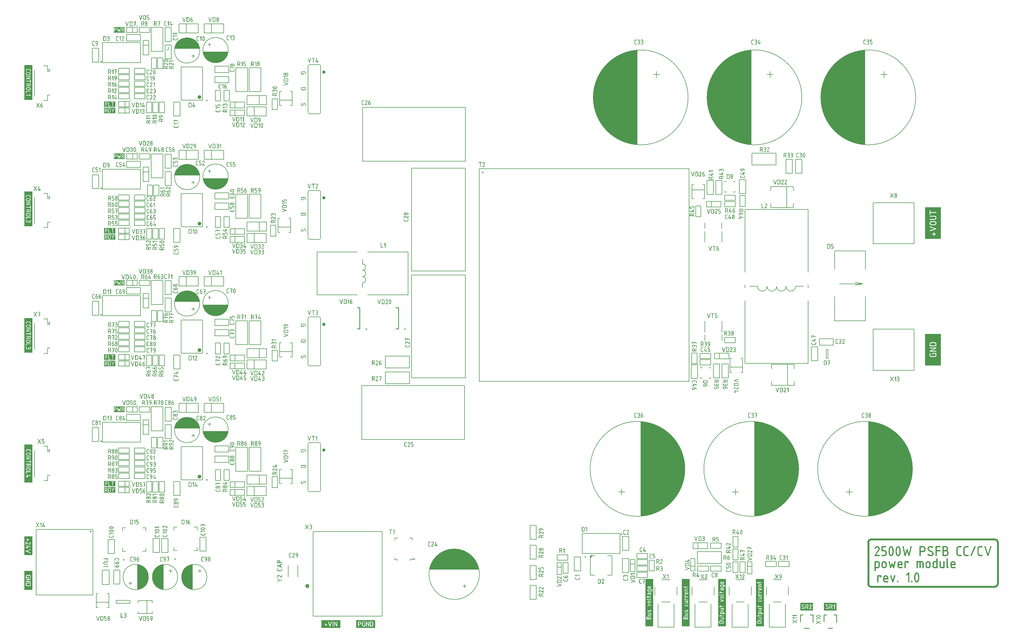
<source format=gto>
G04*
G04 #@! TF.GenerationSoftware,Altium Limited,Altium Designer,19.1.9 (167)*
G04*
G04 Layer_Color=14412276*
%FSLAX44Y44*%
%MOMM*%
G71*
G01*
G75*
%ADD10C,0.2000*%
%ADD11C,0.2500*%
%ADD12C,0.1000*%
%ADD13C,0.5080*%
%ADD14C,0.6000*%
%ADD15C,0.5000*%
%ADD16C,0.5000*%
%ADD17C,0.1524*%
%ADD18C,0.2540*%
G36*
X539250Y1875750D02*
X546250Y1874500D01*
X553500Y1871500D01*
X559000Y1868000D01*
X564500Y1863000D01*
X568750Y1857250D01*
X573000Y1848250D01*
X575000Y1841000D01*
X495000D01*
X497000Y1849000D01*
X500500Y1856500D01*
X505000Y1862250D01*
X510000Y1867250D01*
X517250Y1871750D01*
X524000Y1874500D01*
X531750Y1876000D01*
X539250Y1875750D01*
D02*
G37*
G36*
X663000Y1824002D02*
X659500Y1816502D01*
X655000Y1810752D01*
X650000Y1805752D01*
X642750Y1801252D01*
X636000Y1798502D01*
X628250Y1797003D01*
X620750Y1797252D01*
X613750Y1798502D01*
X606500Y1801502D01*
X601000Y1805002D01*
X595500Y1810002D01*
X591250Y1815753D01*
X587000Y1824753D01*
X585000Y1832003D01*
X665000D01*
X663000Y1824002D01*
D02*
G37*
G36*
X2680000Y1537954D02*
X2654684Y1541939D01*
X2634250Y1548750D01*
X2614000Y1558500D01*
X2605500Y1564000D01*
X2594250Y1572500D01*
X2583500Y1582500D01*
X2575500Y1591250D01*
X2569500Y1598250D01*
X2558750Y1615000D01*
X2552500Y1628000D01*
X2547750Y1640000D01*
X2543000Y1657500D01*
X2540500Y1675000D01*
X2540000Y1688000D01*
X2541000Y1704750D01*
X2543500Y1720250D01*
X2547500Y1735250D01*
X2552500Y1748000D01*
X2560000Y1762750D01*
X2567500Y1774750D01*
X2581000Y1791000D01*
X2593500Y1803000D01*
X2606500Y1812750D01*
X2620750Y1821250D01*
X2629750Y1825500D01*
X2641250Y1830000D01*
X2653750Y1833500D01*
X2664000Y1835500D01*
X2679750Y1837750D01*
X2680000Y1838000D01*
X2680000Y1537954D01*
D02*
G37*
G36*
X2320000D02*
X2294685Y1541939D01*
X2274250Y1548750D01*
X2254000Y1558500D01*
X2245500Y1564000D01*
X2234250Y1572500D01*
X2223500Y1582500D01*
X2215500Y1591250D01*
X2209500Y1598250D01*
X2198750Y1615000D01*
X2192500Y1628000D01*
X2187750Y1640000D01*
X2183000Y1657500D01*
X2180500Y1675000D01*
X2180000Y1688000D01*
X2181000Y1704750D01*
X2183500Y1720250D01*
X2187500Y1735250D01*
X2192500Y1748000D01*
X2200000Y1762750D01*
X2207500Y1774750D01*
X2221000Y1791000D01*
X2233500Y1803000D01*
X2246500Y1812750D01*
X2260750Y1821250D01*
X2269750Y1825500D01*
X2281250Y1830000D01*
X2293750Y1833500D01*
X2304000Y1835500D01*
X2319750Y1837750D01*
X2320000Y1838000D01*
X2320000Y1537954D01*
D02*
G37*
G36*
X1960000D02*
X1934685Y1541939D01*
X1914250Y1548750D01*
X1894000Y1558500D01*
X1885500Y1564000D01*
X1874250Y1572500D01*
X1863500Y1582500D01*
X1855500Y1591250D01*
X1849500Y1598250D01*
X1838750Y1615000D01*
X1832500Y1628000D01*
X1827750Y1640000D01*
X1823000Y1657500D01*
X1820500Y1675000D01*
X1820000Y1688000D01*
X1821000Y1704750D01*
X1823500Y1720250D01*
X1827500Y1735250D01*
X1832500Y1748000D01*
X1840000Y1762750D01*
X1847500Y1774750D01*
X1861000Y1791000D01*
X1873500Y1803000D01*
X1886500Y1812750D01*
X1900750Y1821250D01*
X1909750Y1825500D01*
X1921250Y1830000D01*
X1933750Y1833500D01*
X1944000Y1835500D01*
X1959750Y1837750D01*
X1960000Y1838000D01*
X1960000Y1537954D01*
D02*
G37*
G36*
X539250Y1475750D02*
X546250Y1474500D01*
X553500Y1471500D01*
X559000Y1468000D01*
X564500Y1463000D01*
X568750Y1457250D01*
X573000Y1448250D01*
X575000Y1441000D01*
X495000D01*
X497000Y1449000D01*
X500500Y1456500D01*
X505000Y1462250D01*
X510000Y1467250D01*
X517250Y1471750D01*
X524000Y1474500D01*
X531750Y1476000D01*
X539250Y1475750D01*
D02*
G37*
G36*
X663000Y1424002D02*
X659500Y1416502D01*
X655000Y1410752D01*
X650000Y1405752D01*
X642750Y1401252D01*
X636000Y1398502D01*
X628250Y1397002D01*
X620750Y1397252D01*
X613750Y1398502D01*
X606500Y1401502D01*
X601000Y1405002D01*
X595500Y1410002D01*
X591250Y1415752D01*
X587000Y1424752D01*
X585000Y1432002D01*
X665000D01*
X663000Y1424002D01*
D02*
G37*
G36*
X539250Y1075750D02*
X546250Y1074500D01*
X553500Y1071500D01*
X559000Y1068000D01*
X564500Y1063000D01*
X568750Y1057250D01*
X573000Y1048250D01*
X575000Y1041000D01*
X495000D01*
X497000Y1049000D01*
X500500Y1056500D01*
X505000Y1062250D01*
X510000Y1067250D01*
X517250Y1071750D01*
X524000Y1074500D01*
X531750Y1076000D01*
X539250Y1075750D01*
D02*
G37*
G36*
X663000Y1024002D02*
X659500Y1016502D01*
X655000Y1010752D01*
X650000Y1005752D01*
X642750Y1001252D01*
X636000Y998502D01*
X628250Y997002D01*
X620750Y997252D01*
X613750Y998502D01*
X606500Y1001502D01*
X601000Y1005002D01*
X595500Y1010002D01*
X591250Y1015752D01*
X587000Y1024752D01*
X585000Y1032002D01*
X665000D01*
X663000Y1024002D01*
D02*
G37*
G36*
X539250Y675750D02*
X546250Y674500D01*
X553500Y671500D01*
X559000Y668000D01*
X564500Y663000D01*
X568750Y657250D01*
X573000Y648250D01*
X575000Y641000D01*
X495000D01*
X497000Y649000D01*
X500500Y656500D01*
X505000Y662250D01*
X510000Y667250D01*
X517250Y671750D01*
X524000Y674500D01*
X531750Y676000D01*
X539250Y675750D01*
D02*
G37*
G36*
X663000Y624002D02*
X659500Y616502D01*
X655000Y610752D01*
X650000Y605752D01*
X642750Y601252D01*
X636000Y598502D01*
X628250Y597002D01*
X620750Y597252D01*
X613750Y598502D01*
X606500Y601502D01*
X601000Y605002D01*
X595500Y610002D01*
X591250Y615752D01*
X587000Y624752D01*
X585000Y632002D01*
X665000D01*
X663000Y624002D01*
D02*
G37*
G36*
X2715315Y658561D02*
X2735750Y651750D01*
X2756000Y642000D01*
X2764500Y636500D01*
X2775750Y628000D01*
X2786500Y618000D01*
X2794500Y609250D01*
X2800500Y602250D01*
X2811250Y585500D01*
X2817500Y572500D01*
X2822250Y560500D01*
X2827000Y543000D01*
X2829500Y525500D01*
X2830000Y512500D01*
X2829000Y495750D01*
X2826500Y480250D01*
X2822500Y465250D01*
X2817500Y452500D01*
X2810000Y437750D01*
X2802500Y425750D01*
X2789000Y409500D01*
X2776500Y397500D01*
X2763500Y387750D01*
X2749250Y379250D01*
X2740250Y375000D01*
X2728750Y370500D01*
X2716250Y367000D01*
X2706000Y365000D01*
X2690250Y362750D01*
X2690000Y362500D01*
X2690000Y662546D01*
X2715315Y658561D01*
D02*
G37*
G36*
X2355315D02*
X2375750Y651750D01*
X2396000Y642000D01*
X2404500Y636500D01*
X2415750Y628000D01*
X2426500Y618000D01*
X2434500Y609250D01*
X2440500Y602250D01*
X2451250Y585500D01*
X2457500Y572500D01*
X2462250Y560500D01*
X2467000Y543000D01*
X2469500Y525500D01*
X2470000Y512500D01*
X2469000Y495750D01*
X2466500Y480250D01*
X2462500Y465250D01*
X2457500Y452500D01*
X2450000Y437750D01*
X2442500Y425750D01*
X2429000Y409500D01*
X2416500Y397500D01*
X2403500Y387750D01*
X2389250Y379250D01*
X2380250Y375000D01*
X2368750Y370500D01*
X2356250Y367000D01*
X2346000Y365000D01*
X2330250Y362750D01*
X2330000Y362500D01*
X2330000Y662546D01*
X2355315Y658561D01*
D02*
G37*
G36*
X1995315D02*
X2015750Y651750D01*
X2036000Y642000D01*
X2044500Y636500D01*
X2055750Y628000D01*
X2066500Y618000D01*
X2074500Y609250D01*
X2080500Y602250D01*
X2091250Y585500D01*
X2097500Y572500D01*
X2102250Y560500D01*
X2107000Y543000D01*
X2109500Y525500D01*
X2110000Y512500D01*
X2109000Y495750D01*
X2106500Y480250D01*
X2102500Y465250D01*
X2097500Y452500D01*
X2090000Y437750D01*
X2082500Y425750D01*
X2069000Y409500D01*
X2056500Y397500D01*
X2043500Y387750D01*
X2029250Y379250D01*
X2020250Y375000D01*
X2008750Y370500D01*
X1996250Y367000D01*
X1986000Y365000D01*
X1970250Y362750D01*
X1970000Y362500D01*
X1970000Y662546D01*
X1995315Y658561D01*
D02*
G37*
G36*
X1811000Y231300D02*
X1811000Y238500D01*
X1818200Y238500D01*
X1811000Y231300D01*
D02*
G37*
G36*
X1393750Y258750D02*
X1402500Y257250D01*
X1417500Y250750D01*
X1424500Y246500D01*
X1432500Y240250D01*
X1438500Y234750D01*
X1444750Y227000D01*
X1449500Y219750D01*
X1453500Y211750D01*
X1456750Y203000D01*
X1458500Y195000D01*
X1301500D01*
X1302500Y201000D01*
X1305000Y208500D01*
X1311750Y221750D01*
X1320500Y233750D01*
X1329500Y242000D01*
X1342000Y250750D01*
X1352500Y255250D01*
X1365750Y258750D01*
X1380000Y260000D01*
X1393750Y258750D01*
D02*
G37*
G36*
X552500Y131000D02*
X544500Y133000D01*
X537000Y136500D01*
X531250Y141000D01*
X526250Y146000D01*
X521750Y153250D01*
X519000Y160000D01*
X517500Y167750D01*
X517750Y175250D01*
X519000Y182250D01*
X522000Y189500D01*
X525500Y195000D01*
X530500Y200500D01*
X536250Y204750D01*
X545250Y209000D01*
X552500Y211000D01*
Y131000D01*
D02*
G37*
G36*
X460000D02*
X452000Y133000D01*
X444500Y136500D01*
X438750Y141000D01*
X433750Y146000D01*
X429250Y153250D01*
X426500Y160000D01*
X425000Y167750D01*
X425250Y175250D01*
X426500Y182250D01*
X429500Y189500D01*
X433000Y195000D01*
X438000Y200500D01*
X443750Y204750D01*
X452750Y209000D01*
X460000Y211000D01*
Y131000D01*
D02*
G37*
G36*
X385500Y209000D02*
X393000Y205500D01*
X398750Y201000D01*
X403750Y196000D01*
X408250Y188750D01*
X411000Y182000D01*
X412500Y174250D01*
X412250Y166750D01*
X411000Y159750D01*
X408000Y152500D01*
X404500Y147000D01*
X399500Y141500D01*
X393750Y137250D01*
X384750Y133000D01*
X377500Y131000D01*
Y211000D01*
X385500Y209000D01*
D02*
G37*
G36*
X307500Y837500D02*
X272500D01*
Y855000D01*
X307500D01*
Y837500D01*
D02*
G37*
G36*
X45000Y240000D02*
X20000D01*
Y300000D01*
X45000D01*
Y240000D01*
D02*
G37*
G36*
X2920000Y840000D02*
X2870000D01*
Y940000D01*
X2920000D01*
Y840000D01*
D02*
G37*
G36*
Y1240000D02*
X2870000D01*
Y1340000D01*
X2920000D01*
Y1240000D01*
D02*
G37*
G36*
X307500Y1637500D02*
X272500D01*
Y1655000D01*
X307500D01*
Y1637500D01*
D02*
G37*
G36*
X2729948Y176649D02*
X2730253Y176566D01*
X2730641Y176427D01*
X2730836Y176316D01*
X2731030Y176177D01*
X2731197Y176010D01*
X2731336Y175816D01*
X2731475Y175594D01*
X2731585Y175317D01*
X2731641Y175011D01*
X2731669Y174650D01*
Y171541D01*
Y171513D01*
Y171458D01*
Y171346D01*
X2731641Y171235D01*
X2731558Y170902D01*
X2731419Y170541D01*
X2731308Y170347D01*
X2731169Y170153D01*
X2731003Y169986D01*
X2730808Y169820D01*
X2730558Y169708D01*
X2730281Y169597D01*
X2729975Y169542D01*
X2729614Y169514D01*
X2729531D01*
X2729420Y169542D01*
X2729309D01*
X2728976Y169625D01*
X2728615Y169764D01*
X2728421Y169875D01*
X2728226Y170014D01*
X2728060Y170180D01*
X2727893Y170375D01*
X2727782Y170625D01*
X2727671Y170902D01*
X2727615Y171208D01*
X2727588Y171569D01*
Y172624D01*
X2722368D01*
Y156077D01*
Y156049D01*
Y155994D01*
Y155883D01*
X2722341Y155772D01*
X2722257Y155439D01*
X2722119Y155078D01*
X2722008Y154883D01*
X2721869Y154689D01*
X2721702Y154523D01*
X2721508Y154356D01*
X2721258Y154245D01*
X2720981Y154134D01*
X2720675Y154078D01*
X2720314Y154051D01*
X2720231D01*
X2720120Y154078D01*
X2720009D01*
X2719676Y154162D01*
X2719315Y154300D01*
X2719120Y154411D01*
X2718926Y154550D01*
X2718759Y154717D01*
X2718593Y154911D01*
X2718482Y155133D01*
X2718371Y155411D01*
X2718315Y155716D01*
X2718287Y156077D01*
Y174650D01*
Y174678D01*
Y174734D01*
X2718315Y174844D01*
Y174956D01*
X2718398Y175289D01*
X2718537Y175677D01*
X2718648Y175844D01*
X2718787Y176038D01*
X2718954Y176205D01*
X2719148Y176371D01*
X2719370Y176483D01*
X2719648Y176593D01*
X2719953Y176649D01*
X2720314Y176677D01*
X2729809D01*
X2729948Y176649D01*
D02*
G37*
G36*
X2774089D02*
X2774423Y176566D01*
X2774811Y176427D01*
X2775005Y176316D01*
X2775172Y176177D01*
X2775367Y176038D01*
X2775505Y175844D01*
X2775644Y175594D01*
X2775755Y175344D01*
X2775811Y175039D01*
X2775839Y174678D01*
Y174622D01*
Y174511D01*
X2775783Y174373D01*
X2775728Y174261D01*
X2769620Y155661D01*
Y155633D01*
X2769592Y155605D01*
X2769564Y155522D01*
X2769509Y155411D01*
X2769370Y155161D01*
X2769148Y154856D01*
X2768870Y154550D01*
X2768537Y154300D01*
X2768315Y154189D01*
X2768093Y154134D01*
X2767871Y154078D01*
X2767593Y154051D01*
X2767454D01*
X2767343Y154078D01*
X2767094Y154134D01*
X2766788Y154245D01*
X2766427Y154439D01*
X2766260Y154578D01*
X2766094Y154717D01*
X2765955Y154911D01*
X2765816Y155106D01*
X2765677Y155355D01*
X2765566Y155633D01*
X2759486Y173984D01*
Y174012D01*
X2759459Y174039D01*
X2759431Y174206D01*
X2759403Y174428D01*
X2759376Y174678D01*
Y174706D01*
Y174817D01*
X2759403Y174956D01*
X2759459Y175150D01*
X2759514Y175372D01*
X2759625Y175594D01*
X2759764Y175844D01*
X2759958Y176066D01*
X2759986Y176094D01*
X2760070Y176149D01*
X2760208Y176260D01*
X2760375Y176371D01*
X2760569Y176483D01*
X2760819Y176593D01*
X2761097Y176649D01*
X2761402Y176677D01*
X2761458D01*
X2761652Y176649D01*
X2761874Y176621D01*
X2762180Y176538D01*
X2762485Y176427D01*
X2762790Y176233D01*
X2763040Y175983D01*
X2763207Y175622D01*
X2767565Y161463D01*
X2771813Y175289D01*
Y175317D01*
X2771841Y175344D01*
X2771896Y175511D01*
X2772035Y175733D01*
X2772229Y175983D01*
X2772479Y176233D01*
X2772812Y176455D01*
X2773257Y176621D01*
X2773479Y176649D01*
X2773756Y176677D01*
X2773951D01*
X2774089Y176649D01*
D02*
G37*
G36*
X2843911Y185922D02*
X2844244Y185866D01*
X2844633Y185755D01*
X2845078Y185616D01*
X2845577Y185422D01*
X2846105Y185172D01*
X2846660Y184839D01*
X2847215Y184422D01*
X2847798Y183923D01*
X2848353Y183312D01*
X2848631Y182979D01*
X2848881Y182590D01*
X2849158Y182201D01*
X2849408Y181757D01*
X2849658Y181313D01*
X2849880Y180813D01*
X2850103Y180258D01*
X2850297Y179703D01*
X2850324Y179647D01*
X2850352Y179509D01*
X2850435Y179286D01*
X2850519Y178981D01*
X2850630Y178592D01*
X2850741Y178120D01*
X2850880Y177565D01*
X2851018Y176954D01*
X2851129Y176260D01*
X2851268Y175539D01*
X2851379Y174734D01*
X2851490Y173873D01*
X2851574Y172985D01*
X2851657Y172041D01*
X2851685Y171041D01*
X2851713Y170014D01*
Y169986D01*
Y169958D01*
Y169875D01*
Y169764D01*
Y169459D01*
X2851685Y169070D01*
X2851657Y168598D01*
X2851629Y168015D01*
X2851602Y167376D01*
X2851546Y166682D01*
X2851463Y165961D01*
X2851379Y165183D01*
X2851129Y163545D01*
X2850963Y162712D01*
X2850769Y161880D01*
X2850547Y161075D01*
X2850297Y160269D01*
Y160242D01*
X2850269Y160214D01*
X2850241Y160103D01*
X2850186Y159992D01*
X2850074Y159686D01*
X2849908Y159298D01*
X2849658Y158826D01*
X2849380Y158298D01*
X2849048Y157743D01*
X2848659Y157160D01*
X2848214Y156577D01*
X2847715Y156022D01*
X2847160Y155494D01*
X2846549Y155022D01*
X2845855Y154634D01*
X2845133Y154328D01*
X2844744Y154217D01*
X2844328Y154134D01*
X2843911Y154078D01*
X2843467Y154051D01*
X2843273D01*
X2843023Y154106D01*
X2842690Y154162D01*
X2842301Y154245D01*
X2841857Y154384D01*
X2841357Y154578D01*
X2840830Y154828D01*
X2840274Y155161D01*
X2839719Y155550D01*
X2839136Y156049D01*
X2838581Y156660D01*
X2838304Y156993D01*
X2838026Y157382D01*
X2837776Y157771D01*
X2837498Y158187D01*
X2837276Y158659D01*
X2837026Y159159D01*
X2836804Y159686D01*
X2836610Y160242D01*
X2836582Y160297D01*
X2836554Y160436D01*
X2836499Y160658D01*
X2836388Y160963D01*
X2836305Y161380D01*
X2836194Y161852D01*
X2836055Y162379D01*
X2835944Y163018D01*
X2835805Y163684D01*
X2835694Y164434D01*
X2835555Y165239D01*
X2835472Y166099D01*
X2835388Y167016D01*
X2835305Y167959D01*
X2835277Y168959D01*
X2835250Y170014D01*
Y170042D01*
Y170069D01*
Y170153D01*
Y170264D01*
Y170569D01*
X2835277Y170958D01*
X2835305Y171430D01*
X2835333Y172013D01*
X2835361Y172651D01*
X2835416Y173345D01*
X2835499Y174067D01*
X2835583Y174844D01*
X2835833Y176483D01*
X2835971Y177315D01*
X2836166Y178148D01*
X2836360Y178953D01*
X2836610Y179731D01*
Y179758D01*
X2836638Y179814D01*
X2836665Y179897D01*
X2836721Y180008D01*
X2836832Y180314D01*
X2837026Y180702D01*
X2837249Y181174D01*
X2837526Y181702D01*
X2837859Y182257D01*
X2838248Y182840D01*
X2838720Y183423D01*
X2839220Y183978D01*
X2839775Y184506D01*
X2840386Y184978D01*
X2841080Y185366D01*
X2841801Y185672D01*
X2842190Y185783D01*
X2842607Y185894D01*
X2843023Y185922D01*
X2843467Y185949D01*
X2843689D01*
X2843911Y185922D01*
D02*
G37*
G36*
X2828115Y159631D02*
X2828420Y159548D01*
X2828809Y159409D01*
X2829003Y159298D01*
X2829197Y159159D01*
X2829364Y158992D01*
X2829503Y158798D01*
X2829642Y158576D01*
X2829753Y158298D01*
X2829808Y157993D01*
X2829836Y157632D01*
Y156077D01*
Y156049D01*
Y155994D01*
Y155883D01*
X2829808Y155772D01*
X2829725Y155439D01*
X2829586Y155078D01*
X2829475Y154883D01*
X2829336Y154689D01*
X2829170Y154523D01*
X2828975Y154356D01*
X2828726Y154245D01*
X2828448Y154134D01*
X2828142Y154078D01*
X2827781Y154051D01*
X2827698D01*
X2827587Y154078D01*
X2827476D01*
X2827143Y154162D01*
X2826782Y154300D01*
X2826588Y154412D01*
X2826393Y154550D01*
X2826227Y154717D01*
X2826060Y154911D01*
X2825949Y155133D01*
X2825838Y155411D01*
X2825783Y155716D01*
X2825755Y156077D01*
Y157632D01*
Y157660D01*
Y157715D01*
X2825783Y157826D01*
Y157937D01*
X2825866Y158271D01*
X2826005Y158659D01*
X2826116Y158826D01*
X2826255Y159020D01*
X2826421Y159187D01*
X2826616Y159353D01*
X2826837Y159464D01*
X2827115Y159575D01*
X2827421Y159631D01*
X2827781Y159659D01*
X2827976D01*
X2828115Y159631D01*
D02*
G37*
G36*
X2818509Y185922D02*
X2818814Y185838D01*
X2819203Y185700D01*
X2819397Y185588D01*
X2819592Y185450D01*
X2819758Y185283D01*
X2819897Y185089D01*
X2820036Y184867D01*
X2820147Y184589D01*
X2820203Y184284D01*
X2820230Y183923D01*
Y156077D01*
Y156049D01*
Y155994D01*
Y155883D01*
X2820203Y155772D01*
X2820119Y155439D01*
X2819980Y155078D01*
X2819869Y154883D01*
X2819731Y154689D01*
X2819564Y154523D01*
X2819370Y154356D01*
X2819120Y154245D01*
X2818842Y154134D01*
X2818537Y154078D01*
X2818176Y154051D01*
X2818093D01*
X2817982Y154078D01*
X2817870D01*
X2817537Y154162D01*
X2817177Y154300D01*
X2816982Y154412D01*
X2816788Y154550D01*
X2816621Y154717D01*
X2816454Y154911D01*
X2816343Y155133D01*
X2816233Y155411D01*
X2816177Y155716D01*
X2816149Y156077D01*
Y179703D01*
X2813429Y176288D01*
X2813401Y176260D01*
X2813317Y176205D01*
X2813206Y176094D01*
X2813040Y176010D01*
X2812818Y175900D01*
X2812568Y175788D01*
X2812290Y175733D01*
X2811985Y175705D01*
X2811902D01*
X2811790Y175733D01*
X2811679D01*
X2811346Y175816D01*
X2810985Y175955D01*
X2810791Y176066D01*
X2810597Y176205D01*
X2810430Y176371D01*
X2810264Y176566D01*
X2810153Y176788D01*
X2810042Y177066D01*
X2809986Y177371D01*
X2809958Y177732D01*
Y177760D01*
Y177871D01*
X2809986Y178037D01*
X2810042Y178232D01*
X2810097Y178454D01*
X2810208Y178676D01*
X2810347Y178926D01*
X2810541Y179148D01*
X2816427Y184645D01*
Y184672D01*
X2816482Y184700D01*
X2816593Y184839D01*
X2816760Y185061D01*
X2816982Y185311D01*
X2817260Y185533D01*
X2817565Y185755D01*
X2817870Y185894D01*
X2818009Y185949D01*
X2818370D01*
X2818509Y185922D01*
D02*
G37*
G36*
X2783862Y159631D02*
X2784167Y159548D01*
X2784556Y159409D01*
X2784750Y159298D01*
X2784944Y159159D01*
X2785111Y158992D01*
X2785250Y158798D01*
X2785389Y158576D01*
X2785500Y158298D01*
X2785555Y157993D01*
X2785583Y157632D01*
Y156077D01*
Y156049D01*
Y155994D01*
Y155883D01*
X2785555Y155772D01*
X2785472Y155439D01*
X2785333Y155078D01*
X2785222Y154883D01*
X2785083Y154689D01*
X2784917Y154523D01*
X2784722Y154356D01*
X2784472Y154245D01*
X2784195Y154134D01*
X2783889Y154078D01*
X2783529Y154051D01*
X2783445D01*
X2783334Y154078D01*
X2783223D01*
X2782890Y154162D01*
X2782529Y154300D01*
X2782335Y154411D01*
X2782141Y154550D01*
X2781974Y154717D01*
X2781807Y154911D01*
X2781696Y155133D01*
X2781585Y155411D01*
X2781530Y155716D01*
X2781502Y156077D01*
Y157632D01*
Y157660D01*
Y157715D01*
X2781530Y157826D01*
Y157937D01*
X2781613Y158271D01*
X2781752Y158659D01*
X2781863Y158826D01*
X2782002Y159020D01*
X2782168Y159187D01*
X2782363Y159353D01*
X2782585Y159464D01*
X2782862Y159575D01*
X2783168Y159631D01*
X2783529Y159659D01*
X2783723D01*
X2783862Y159631D01*
D02*
G37*
G36*
X2745800Y176649D02*
X2746049D01*
X2746355Y176593D01*
X2746688Y176538D01*
X2747077Y176483D01*
X2747493Y176371D01*
X2747938Y176260D01*
X2748409Y176094D01*
X2748909Y175900D01*
X2749409Y175677D01*
X2749909Y175400D01*
X2750381Y175067D01*
X2750852Y174706D01*
X2751324Y174289D01*
X2751352Y174261D01*
X2751436Y174178D01*
X2751547Y174039D01*
X2751685Y173873D01*
X2751880Y173623D01*
X2752074Y173345D01*
X2752296Y173040D01*
X2752518Y172679D01*
X2752740Y172263D01*
X2752962Y171818D01*
X2753157Y171346D01*
X2753351Y170819D01*
X2753490Y170264D01*
X2753601Y169708D01*
X2753684Y169098D01*
X2753712Y168459D01*
Y163323D01*
X2741330D01*
Y160714D01*
Y160658D01*
Y160547D01*
X2741358Y160325D01*
X2741413Y160075D01*
X2741524Y159797D01*
X2741635Y159464D01*
X2741830Y159159D01*
X2742079Y158854D01*
X2742108Y158826D01*
X2742218Y158742D01*
X2742385Y158604D01*
X2742607Y158493D01*
X2742857Y158354D01*
X2743190Y158215D01*
X2743523Y158132D01*
X2743912Y158104D01*
X2751852D01*
X2751991Y158076D01*
X2752296Y157993D01*
X2752685Y157854D01*
X2752879Y157743D01*
X2753073Y157604D01*
X2753240Y157438D01*
X2753379Y157243D01*
X2753518Y157021D01*
X2753629Y156744D01*
X2753684Y156438D01*
X2753712Y156077D01*
Y156049D01*
Y155994D01*
Y155883D01*
X2753684Y155772D01*
X2753601Y155439D01*
X2753462Y155078D01*
X2753351Y154883D01*
X2753212Y154689D01*
X2753046Y154523D01*
X2752851Y154356D01*
X2752602Y154245D01*
X2752324Y154134D01*
X2752018Y154078D01*
X2751658Y154051D01*
X2743634D01*
X2743440Y154078D01*
X2743190Y154106D01*
X2742913Y154162D01*
X2742607Y154217D01*
X2742274Y154300D01*
X2741913Y154384D01*
X2741524Y154523D01*
X2741136Y154661D01*
X2740719Y154856D01*
X2740331Y155078D01*
X2739914Y155328D01*
X2739525Y155633D01*
X2739165Y155966D01*
X2739137Y155994D01*
X2739081Y156049D01*
X2738998Y156160D01*
X2738859Y156327D01*
X2738720Y156494D01*
X2738554Y156744D01*
X2738387Y156993D01*
X2738221Y157299D01*
X2738026Y157632D01*
X2737860Y157993D01*
X2737693Y158382D01*
X2737554Y158798D01*
X2737415Y159242D01*
X2737332Y159714D01*
X2737277Y160186D01*
X2737249Y160714D01*
Y168459D01*
Y168487D01*
Y168598D01*
X2737277Y168792D01*
Y169014D01*
X2737332Y169320D01*
X2737388Y169653D01*
X2737443Y170042D01*
X2737554Y170458D01*
X2737665Y170902D01*
X2737832Y171374D01*
X2738026Y171846D01*
X2738248Y172346D01*
X2738526Y172818D01*
X2738859Y173318D01*
X2739220Y173790D01*
X2739637Y174261D01*
X2739664Y174289D01*
X2739748Y174373D01*
X2739886Y174484D01*
X2740053Y174650D01*
X2740303Y174817D01*
X2740580Y175039D01*
X2740886Y175233D01*
X2741274Y175483D01*
X2741663Y175705D01*
X2742108Y175927D01*
X2742579Y176122D01*
X2743107Y176288D01*
X2743662Y176455D01*
X2744217Y176566D01*
X2744828Y176649D01*
X2745467Y176677D01*
X2745633D01*
X2745800Y176649D01*
D02*
G37*
G36*
X906263Y1372053D02*
X906380D01*
X906509Y1372027D01*
X906665Y1372001D01*
X906846Y1371976D01*
X907040Y1371924D01*
X907248Y1371872D01*
X907468Y1371794D01*
X907688Y1371704D01*
X907921Y1371600D01*
X908154Y1371470D01*
X908375Y1371315D01*
X908608Y1371147D01*
X908815Y1370952D01*
X908828Y1370939D01*
X908867Y1370901D01*
X908919Y1370836D01*
X908996Y1370745D01*
X909074Y1370641D01*
X909178Y1370512D01*
X909268Y1370356D01*
X909385Y1370188D01*
X909489Y1369994D01*
X909592Y1369786D01*
X909683Y1369566D01*
X909761Y1369333D01*
X909838Y1369074D01*
X909890Y1368802D01*
X909929Y1368530D01*
X909942Y1368232D01*
Y1363802D01*
X909929Y1363737D01*
X909890Y1363594D01*
X909826Y1363413D01*
X909774Y1363322D01*
X909709Y1363232D01*
X909631Y1363154D01*
X909540Y1363089D01*
X909437Y1363024D01*
X909307Y1362973D01*
X909165Y1362947D01*
X908996Y1362934D01*
X908983D01*
X908958D01*
X908906D01*
X908854Y1362947D01*
X908699Y1362986D01*
X908530Y1363050D01*
X908439Y1363102D01*
X908349Y1363167D01*
X908271Y1363245D01*
X908193Y1363335D01*
X908141Y1363452D01*
X908090Y1363581D01*
X908064Y1363724D01*
X908051Y1363892D01*
Y1368310D01*
X908038Y1368362D01*
X908025Y1368517D01*
X907986Y1368711D01*
X907908Y1368931D01*
X907805Y1369152D01*
X907675Y1369385D01*
X907584Y1369501D01*
X907481Y1369605D01*
X907455Y1369631D01*
X907377Y1369696D01*
X907261Y1369786D01*
X907092Y1369877D01*
X906898Y1369981D01*
X906665Y1370071D01*
X906393Y1370136D01*
X906250Y1370149D01*
X906108Y1370162D01*
X898892D01*
X898879D01*
X898853D01*
X898815D01*
X898750Y1370149D01*
X898685D01*
X898607Y1370136D01*
X898413Y1370097D01*
X898193Y1370020D01*
X897960Y1369929D01*
X897726Y1369786D01*
X897610Y1369709D01*
X897506Y1369605D01*
Y1369592D01*
X897480Y1369579D01*
X897415Y1369501D01*
X897325Y1369385D01*
X897234Y1369229D01*
X897131Y1369022D01*
X897040Y1368789D01*
X896975Y1368530D01*
X896962Y1368387D01*
X896949Y1368232D01*
Y1364838D01*
X902286D01*
Y1366095D01*
X902299Y1366146D01*
Y1366211D01*
X902338Y1366354D01*
X902403Y1366535D01*
X902455Y1366626D01*
X902519Y1366716D01*
X902597Y1366794D01*
X902688Y1366859D01*
X902791Y1366924D01*
X902921Y1366975D01*
X903064Y1367001D01*
X903232Y1367014D01*
X903245D01*
X903271D01*
X903323Y1367001D01*
X903374D01*
X903530Y1366962D01*
X903711Y1366898D01*
X903789Y1366846D01*
X903880Y1366781D01*
X903957Y1366703D01*
X904035Y1366613D01*
X904087Y1366509D01*
X904139Y1366380D01*
X904165Y1366237D01*
X904177Y1366069D01*
Y1363802D01*
X904165Y1363737D01*
X904126Y1363594D01*
X904061Y1363413D01*
X904009Y1363322D01*
X903944Y1363232D01*
X903867Y1363154D01*
X903776Y1363089D01*
X903672Y1363024D01*
X903543Y1362973D01*
X903400Y1362947D01*
X903232Y1362934D01*
X896003D01*
X895991D01*
X895965D01*
X895913D01*
X895861Y1362947D01*
X895706Y1362986D01*
X895537Y1363050D01*
X895446Y1363102D01*
X895356Y1363167D01*
X895278Y1363245D01*
X895200Y1363335D01*
X895149Y1363452D01*
X895097Y1363581D01*
X895071Y1363724D01*
X895058Y1363892D01*
Y1368297D01*
X895071Y1368387D01*
Y1368504D01*
X895097Y1368634D01*
X895123Y1368789D01*
X895149Y1368970D01*
X895200Y1369165D01*
X895252Y1369372D01*
X895330Y1369592D01*
X895421Y1369825D01*
X895524Y1370045D01*
X895654Y1370279D01*
X895809Y1370512D01*
X895978Y1370732D01*
X896172Y1370952D01*
X896185Y1370965D01*
X896224Y1371004D01*
X896289Y1371056D01*
X896379Y1371121D01*
X896483Y1371211D01*
X896612Y1371302D01*
X896768Y1371406D01*
X896936Y1371509D01*
X897131Y1371613D01*
X897338Y1371717D01*
X897558Y1371807D01*
X897791Y1371898D01*
X898050Y1371963D01*
X898322Y1372014D01*
X898594Y1372053D01*
X898892Y1372066D01*
X906108D01*
X906121D01*
X906172D01*
X906263Y1372053D01*
D02*
G37*
G36*
X1130000Y10000D02*
X1070000D01*
Y35000D01*
X1130000D01*
Y10000D01*
D02*
G37*
G36*
X906263Y1669553D02*
X906367D01*
X906509Y1669527D01*
X906665Y1669501D01*
X906846Y1669476D01*
X907040Y1669424D01*
X907248Y1669372D01*
X907468Y1669294D01*
X907688Y1669204D01*
X907921Y1669100D01*
X908141Y1668970D01*
X908375Y1668815D01*
X908595Y1668647D01*
X908815Y1668452D01*
X908828Y1668439D01*
X908867Y1668400D01*
X908919Y1668336D01*
X908996Y1668245D01*
X909074Y1668141D01*
X909178Y1668012D01*
X909268Y1667856D01*
X909385Y1667688D01*
X909489Y1667494D01*
X909592Y1667286D01*
X909683Y1667066D01*
X909761Y1666833D01*
X909838Y1666574D01*
X909890Y1666302D01*
X909929Y1666030D01*
X909942Y1665732D01*
Y1665486D01*
X909929Y1665304D01*
X909916Y1665084D01*
X909903Y1664825D01*
X909877Y1664540D01*
X909838Y1664242D01*
X909800Y1663918D01*
X909735Y1663595D01*
X909670Y1663258D01*
X909592Y1662921D01*
X909502Y1662597D01*
X909385Y1662273D01*
X909256Y1661975D01*
X909113Y1661703D01*
X909100Y1661677D01*
X909061Y1661626D01*
X908984Y1661535D01*
X908893Y1661431D01*
X908776Y1661340D01*
X908621Y1661250D01*
X908465Y1661198D01*
X908271Y1661172D01*
X908258D01*
X908206D01*
X908129Y1661185D01*
X908038Y1661211D01*
X907934Y1661237D01*
X907818Y1661289D01*
X907714Y1661366D01*
X907597Y1661457D01*
X907584Y1661470D01*
X907559Y1661509D01*
X907507Y1661561D01*
X907468Y1661638D01*
X907416Y1661742D01*
X907364Y1661846D01*
X907338Y1661975D01*
X907325Y1662118D01*
Y1662182D01*
X907338Y1662234D01*
X907364Y1662364D01*
X907416Y1662519D01*
X907429Y1662532D01*
X907442Y1662597D01*
X907481Y1662675D01*
X907520Y1662791D01*
X907559Y1662947D01*
X907623Y1663115D01*
X907675Y1663309D01*
X907740Y1663530D01*
X907792Y1663763D01*
X907857Y1664009D01*
X907908Y1664281D01*
X907947Y1664553D01*
X908025Y1665136D01*
X908038Y1665434D01*
X908051Y1665732D01*
Y1665810D01*
X908038Y1665862D01*
X908025Y1666017D01*
X907986Y1666198D01*
X907908Y1666418D01*
X907805Y1666652D01*
X907675Y1666885D01*
X907584Y1667001D01*
X907481Y1667105D01*
X907455Y1667131D01*
X907377Y1667196D01*
X907261Y1667286D01*
X907092Y1667377D01*
X906898Y1667481D01*
X906665Y1667571D01*
X906393Y1667636D01*
X906250Y1667649D01*
X906108Y1667662D01*
X906095D01*
X906056D01*
X905991D01*
X905913Y1667649D01*
X905823Y1667636D01*
X905706Y1667623D01*
X905447Y1667571D01*
X905175Y1667494D01*
X904890Y1667364D01*
X904761Y1667273D01*
X904631Y1667183D01*
X904514Y1667079D01*
X904411Y1666950D01*
X902299Y1662558D01*
X902286Y1662532D01*
X902247Y1662467D01*
X902183Y1662364D01*
X902092Y1662221D01*
X901975Y1662066D01*
X901833Y1661885D01*
X901665Y1661690D01*
X901470Y1661496D01*
X901237Y1661302D01*
X900991Y1661107D01*
X900706Y1660926D01*
X900408Y1660771D01*
X900071Y1660628D01*
X899708Y1660524D01*
X899307Y1660460D01*
X898892Y1660434D01*
X898879D01*
X898828D01*
X898737Y1660447D01*
X898633D01*
X898491Y1660473D01*
X898335Y1660499D01*
X898154Y1660524D01*
X897960Y1660576D01*
X897752Y1660641D01*
X897532Y1660706D01*
X897312Y1660809D01*
X897079Y1660913D01*
X896859Y1661043D01*
X896625Y1661198D01*
X896405Y1661366D01*
X896185Y1661574D01*
X896172Y1661587D01*
X896133Y1661626D01*
X896081Y1661690D01*
X896004Y1661768D01*
X895926Y1661885D01*
X895835Y1662014D01*
X895732Y1662170D01*
X895628Y1662338D01*
X895511Y1662519D01*
X895421Y1662727D01*
X895317Y1662947D01*
X895239Y1663193D01*
X895162Y1663439D01*
X895110Y1663711D01*
X895071Y1663996D01*
X895058Y1664281D01*
Y1664398D01*
X895071Y1664475D01*
Y1664553D01*
X895084Y1664747D01*
X895110Y1664981D01*
X895149Y1665266D01*
X895188Y1665576D01*
X895265Y1665926D01*
X895343Y1666302D01*
X895460Y1666691D01*
X895589Y1667092D01*
X895744Y1667507D01*
X895926Y1667921D01*
X896146Y1668349D01*
X896392Y1668763D01*
X896677Y1669165D01*
X896690Y1669178D01*
X896729Y1669229D01*
X896807Y1669294D01*
X896897Y1669359D01*
X897001Y1669437D01*
X897131Y1669501D01*
X897286Y1669553D01*
X897454Y1669566D01*
X897467D01*
X897519D01*
X897584Y1669553D01*
X897675Y1669527D01*
X897778Y1669501D01*
X897882Y1669450D01*
X897999Y1669385D01*
X898102Y1669294D01*
X898115Y1669281D01*
X898141Y1669243D01*
X898193Y1669178D01*
X898245Y1669100D01*
X898296Y1669009D01*
X898348Y1668893D01*
X898374Y1668763D01*
X898387Y1668621D01*
Y1668582D01*
X898374Y1668530D01*
Y1668465D01*
X898348Y1668387D01*
X898322Y1668297D01*
X898283Y1668193D01*
X898232Y1668090D01*
Y1668077D01*
X898219Y1668064D01*
X898193Y1668025D01*
X898167Y1667973D01*
X898128Y1667895D01*
X898076Y1667818D01*
X898024Y1667714D01*
X897960Y1667597D01*
X897895Y1667468D01*
X897817Y1667325D01*
X897739Y1667170D01*
X897649Y1666989D01*
X897545Y1666794D01*
X897441Y1666574D01*
X897338Y1666354D01*
X897221Y1666108D01*
Y1666095D01*
X897208Y1666069D01*
X897195Y1666030D01*
X897182Y1665965D01*
X897157Y1665887D01*
X897131Y1665797D01*
X897105Y1665693D01*
X897092Y1665576D01*
X897040Y1665304D01*
X896988Y1664993D01*
X896962Y1664644D01*
X896949Y1664281D01*
Y1664203D01*
X896962Y1664151D01*
X896975Y1663996D01*
X897014Y1663802D01*
X897092Y1663595D01*
X897182Y1663361D01*
X897325Y1663128D01*
X897403Y1663012D01*
X897506Y1662908D01*
X897519Y1662895D01*
X897532Y1662882D01*
X897610Y1662817D01*
X897726Y1662727D01*
X897895Y1662623D01*
X898089Y1662519D01*
X898335Y1662429D01*
X898594Y1662364D01*
X898737Y1662338D01*
X898892D01*
X898905D01*
X898944D01*
X899009D01*
X899087Y1662351D01*
X899177Y1662364D01*
X899294Y1662377D01*
X899553Y1662442D01*
X899825Y1662545D01*
X899967Y1662610D01*
X900110Y1662688D01*
X900239Y1662791D01*
X900369Y1662908D01*
X900486Y1663038D01*
X900589Y1663180D01*
X902701Y1667494D01*
X902714Y1667520D01*
X902753Y1667584D01*
X902817Y1667688D01*
X902908Y1667818D01*
X903025Y1667973D01*
X903167Y1668154D01*
X903335Y1668336D01*
X903530Y1668530D01*
X903750Y1668724D01*
X903996Y1668906D01*
X904281Y1669087D01*
X904592Y1669243D01*
X904929Y1669372D01*
X905292Y1669476D01*
X905680Y1669540D01*
X906108Y1669566D01*
X906121D01*
X906172D01*
X906263Y1669553D01*
D02*
G37*
G36*
X307500Y475000D02*
Y457500D01*
X272500D01*
Y475000D01*
X307500D01*
D02*
G37*
G36*
X909087Y922053D02*
X909139D01*
X909294Y922014D01*
X909476Y921950D01*
X909554Y921898D01*
X909644Y921833D01*
X909722Y921755D01*
X909800Y921665D01*
X909851Y921561D01*
X909903Y921432D01*
X909929Y921289D01*
X909942Y921121D01*
Y916703D01*
X909929Y916626D01*
Y916509D01*
X909903Y916367D01*
X909877Y916211D01*
X909851Y916030D01*
X909800Y915835D01*
X909748Y915628D01*
X909670Y915408D01*
X909579Y915175D01*
X909476Y914942D01*
X909346Y914708D01*
X909191Y914488D01*
X909022Y914268D01*
X908828Y914048D01*
X908815Y914035D01*
X908776Y913996D01*
X908711Y913944D01*
X908634Y913879D01*
X908517Y913789D01*
X908388Y913698D01*
X908245Y913594D01*
X908077Y913491D01*
X907882Y913387D01*
X907675Y913283D01*
X907455Y913193D01*
X907209Y913102D01*
X906950Y913037D01*
X906691Y912986D01*
X906406Y912947D01*
X906108Y912934D01*
X898892D01*
X898879D01*
X898828D01*
X898737Y912947D01*
X898620D01*
X898491Y912973D01*
X898335Y912999D01*
X898154Y913024D01*
X897960Y913076D01*
X897752Y913128D01*
X897532Y913206D01*
X897299Y913296D01*
X897079Y913413D01*
X896846Y913543D01*
X896612Y913685D01*
X896392Y913866D01*
X896172Y914061D01*
X896159Y914074D01*
X896120Y914112D01*
X896068Y914177D01*
X896004Y914255D01*
X895913Y914372D01*
X895822Y914501D01*
X895719Y914657D01*
X895615Y914825D01*
X895511Y915006D01*
X895408Y915214D01*
X895317Y915447D01*
X895226Y915680D01*
X895162Y915939D01*
X895110Y916211D01*
X895071Y916483D01*
X895058Y916781D01*
Y921160D01*
X895071Y921211D01*
Y921263D01*
X895110Y921419D01*
X895174Y921587D01*
X895226Y921678D01*
X895291Y921768D01*
X895369Y921846D01*
X895460Y921924D01*
X895563Y921976D01*
X895693Y922027D01*
X895835Y922053D01*
X896004Y922066D01*
X908996D01*
X909009D01*
X909035D01*
X909087Y922053D01*
D02*
G37*
G36*
X307500Y455000D02*
Y437500D01*
X272500D01*
Y455000D01*
X307500D01*
D02*
G37*
G36*
X337500Y1892500D02*
X302500D01*
Y1910000D01*
X337500D01*
Y1892500D01*
D02*
G37*
G36*
X45000Y470000D02*
X20000D01*
Y590000D01*
X45000D01*
Y470000D01*
D02*
G37*
G36*
X45000Y130000D02*
X20000D01*
Y190000D01*
X45000D01*
Y130000D01*
D02*
G37*
G36*
X906263Y574553D02*
X906380D01*
X906509Y574528D01*
X906665Y574501D01*
X906846Y574476D01*
X907040Y574424D01*
X907248Y574372D01*
X907468Y574294D01*
X907688Y574204D01*
X907921Y574100D01*
X908154Y573970D01*
X908375Y573815D01*
X908608Y573647D01*
X908815Y573452D01*
X908828Y573439D01*
X908867Y573400D01*
X908919Y573336D01*
X908996Y573245D01*
X909074Y573141D01*
X909178Y573012D01*
X909268Y572856D01*
X909385Y572688D01*
X909489Y572494D01*
X909592Y572286D01*
X909683Y572066D01*
X909761Y571833D01*
X909838Y571574D01*
X909890Y571302D01*
X909929Y571030D01*
X909942Y570732D01*
Y566302D01*
X909929Y566237D01*
X909890Y566094D01*
X909826Y565913D01*
X909774Y565822D01*
X909709Y565732D01*
X909631Y565654D01*
X909540Y565589D01*
X909437Y565524D01*
X909307Y565473D01*
X909165Y565447D01*
X908996Y565434D01*
X908984D01*
X908958D01*
X908906D01*
X908854Y565447D01*
X908699Y565486D01*
X908530Y565550D01*
X908439Y565602D01*
X908349Y565667D01*
X908271Y565745D01*
X908193Y565835D01*
X908141Y565952D01*
X908090Y566081D01*
X908064Y566224D01*
X908051Y566392D01*
Y570810D01*
X908038Y570862D01*
X908025Y571017D01*
X907986Y571211D01*
X907908Y571431D01*
X907805Y571652D01*
X907675Y571885D01*
X907584Y572001D01*
X907481Y572105D01*
X907455Y572131D01*
X907377Y572196D01*
X907261Y572286D01*
X907092Y572377D01*
X906898Y572481D01*
X906665Y572571D01*
X906393Y572636D01*
X906250Y572649D01*
X906108Y572662D01*
X898892D01*
X898879D01*
X898853D01*
X898815D01*
X898750Y572649D01*
X898685D01*
X898607Y572636D01*
X898413Y572597D01*
X898193Y572520D01*
X897960Y572429D01*
X897726Y572286D01*
X897610Y572209D01*
X897506Y572105D01*
Y572092D01*
X897480Y572079D01*
X897416Y572001D01*
X897325Y571885D01*
X897234Y571729D01*
X897131Y571522D01*
X897040Y571289D01*
X896975Y571030D01*
X896962Y570887D01*
X896949Y570732D01*
Y567338D01*
X902286D01*
Y568595D01*
X902299Y568646D01*
Y568711D01*
X902338Y568854D01*
X902403Y569035D01*
X902455Y569126D01*
X902519Y569216D01*
X902597Y569294D01*
X902688Y569359D01*
X902792Y569424D01*
X902921Y569475D01*
X903064Y569501D01*
X903232Y569514D01*
X903245D01*
X903271D01*
X903323Y569501D01*
X903374D01*
X903530Y569462D01*
X903711Y569398D01*
X903789Y569346D01*
X903880Y569281D01*
X903957Y569203D01*
X904035Y569113D01*
X904087Y569009D01*
X904139Y568880D01*
X904165Y568737D01*
X904177Y568569D01*
Y566302D01*
X904165Y566237D01*
X904126Y566094D01*
X904061Y565913D01*
X904009Y565822D01*
X903944Y565732D01*
X903867Y565654D01*
X903776Y565589D01*
X903672Y565524D01*
X903543Y565473D01*
X903400Y565447D01*
X903232Y565434D01*
X896004D01*
X895991D01*
X895965D01*
X895913D01*
X895861Y565447D01*
X895706Y565486D01*
X895537Y565550D01*
X895446Y565602D01*
X895356Y565667D01*
X895278Y565745D01*
X895200Y565835D01*
X895149Y565952D01*
X895097Y566081D01*
X895071Y566224D01*
X895058Y566392D01*
Y570797D01*
X895071Y570887D01*
Y571004D01*
X895097Y571133D01*
X895123Y571289D01*
X895149Y571470D01*
X895200Y571665D01*
X895252Y571872D01*
X895330Y572092D01*
X895421Y572325D01*
X895524Y572546D01*
X895654Y572779D01*
X895809Y573012D01*
X895978Y573232D01*
X896172Y573452D01*
X896185Y573465D01*
X896224Y573504D01*
X896289Y573556D01*
X896379Y573621D01*
X896483Y573711D01*
X896612Y573802D01*
X896768Y573906D01*
X896936Y574009D01*
X897131Y574113D01*
X897338Y574217D01*
X897558Y574307D01*
X897791Y574398D01*
X898050Y574463D01*
X898322Y574515D01*
X898594Y574553D01*
X898892Y574566D01*
X906108D01*
X906121D01*
X906172D01*
X906263Y574553D01*
D02*
G37*
G36*
X337500Y710000D02*
Y692500D01*
X302500D01*
Y710000D01*
X337500D01*
D02*
G37*
G36*
X2240000Y15000D02*
X2215000D01*
Y165000D01*
X2240000D01*
Y15000D01*
D02*
G37*
G36*
X906263Y1769553D02*
X906380D01*
X906509Y1769527D01*
X906665Y1769501D01*
X906846Y1769476D01*
X907040Y1769424D01*
X907248Y1769372D01*
X907468Y1769294D01*
X907688Y1769204D01*
X907921Y1769100D01*
X908154Y1768970D01*
X908375Y1768815D01*
X908608Y1768647D01*
X908815Y1768452D01*
X908828Y1768439D01*
X908867Y1768401D01*
X908919Y1768336D01*
X908996Y1768245D01*
X909074Y1768141D01*
X909178Y1768012D01*
X909268Y1767856D01*
X909385Y1767688D01*
X909489Y1767494D01*
X909592Y1767286D01*
X909683Y1767066D01*
X909761Y1766833D01*
X909838Y1766574D01*
X909890Y1766302D01*
X909929Y1766030D01*
X909942Y1765732D01*
Y1761302D01*
X909929Y1761237D01*
X909890Y1761094D01*
X909826Y1760913D01*
X909774Y1760822D01*
X909709Y1760732D01*
X909631Y1760654D01*
X909540Y1760589D01*
X909437Y1760524D01*
X909307Y1760473D01*
X909165Y1760447D01*
X908996Y1760434D01*
X908984D01*
X908958D01*
X908906D01*
X908854Y1760447D01*
X908699Y1760486D01*
X908530Y1760550D01*
X908439Y1760602D01*
X908349Y1760667D01*
X908271Y1760745D01*
X908193Y1760835D01*
X908141Y1760952D01*
X908090Y1761081D01*
X908064Y1761224D01*
X908051Y1761392D01*
Y1765810D01*
X908038Y1765862D01*
X908025Y1766017D01*
X907986Y1766211D01*
X907908Y1766431D01*
X907805Y1766652D01*
X907675Y1766885D01*
X907584Y1767001D01*
X907481Y1767105D01*
X907455Y1767131D01*
X907377Y1767196D01*
X907261Y1767286D01*
X907092Y1767377D01*
X906898Y1767481D01*
X906665Y1767571D01*
X906393Y1767636D01*
X906250Y1767649D01*
X906108Y1767662D01*
X898892D01*
X898879D01*
X898853D01*
X898815D01*
X898750Y1767649D01*
X898685D01*
X898607Y1767636D01*
X898413Y1767597D01*
X898193Y1767520D01*
X897960Y1767429D01*
X897726Y1767286D01*
X897610Y1767209D01*
X897506Y1767105D01*
Y1767092D01*
X897480Y1767079D01*
X897416Y1767001D01*
X897325Y1766885D01*
X897234Y1766729D01*
X897131Y1766522D01*
X897040Y1766289D01*
X896975Y1766030D01*
X896962Y1765887D01*
X896949Y1765732D01*
Y1762338D01*
X902286D01*
Y1763595D01*
X902299Y1763646D01*
Y1763711D01*
X902338Y1763854D01*
X902403Y1764035D01*
X902455Y1764126D01*
X902519Y1764216D01*
X902597Y1764294D01*
X902688Y1764359D01*
X902792Y1764424D01*
X902921Y1764475D01*
X903064Y1764501D01*
X903232Y1764514D01*
X903245D01*
X903271D01*
X903323Y1764501D01*
X903374D01*
X903530Y1764462D01*
X903711Y1764398D01*
X903789Y1764346D01*
X903880Y1764281D01*
X903957Y1764203D01*
X904035Y1764113D01*
X904087Y1764009D01*
X904139Y1763880D01*
X904165Y1763737D01*
X904177Y1763569D01*
Y1761302D01*
X904165Y1761237D01*
X904126Y1761094D01*
X904061Y1760913D01*
X904009Y1760822D01*
X903944Y1760732D01*
X903867Y1760654D01*
X903776Y1760589D01*
X903672Y1760524D01*
X903543Y1760473D01*
X903400Y1760447D01*
X903232Y1760434D01*
X896004D01*
X895991D01*
X895965D01*
X895913D01*
X895861Y1760447D01*
X895706Y1760486D01*
X895537Y1760550D01*
X895446Y1760602D01*
X895356Y1760667D01*
X895278Y1760745D01*
X895200Y1760835D01*
X895149Y1760952D01*
X895097Y1761081D01*
X895071Y1761224D01*
X895058Y1761392D01*
Y1765797D01*
X895071Y1765887D01*
Y1766004D01*
X895097Y1766134D01*
X895123Y1766289D01*
X895149Y1766470D01*
X895200Y1766665D01*
X895252Y1766872D01*
X895330Y1767092D01*
X895421Y1767325D01*
X895524Y1767545D01*
X895654Y1767779D01*
X895809Y1768012D01*
X895978Y1768232D01*
X896172Y1768452D01*
X896185Y1768465D01*
X896224Y1768504D01*
X896289Y1768556D01*
X896379Y1768621D01*
X896483Y1768711D01*
X896612Y1768802D01*
X896768Y1768906D01*
X896936Y1769009D01*
X897131Y1769113D01*
X897338Y1769217D01*
X897558Y1769307D01*
X897791Y1769398D01*
X898050Y1769463D01*
X898322Y1769514D01*
X898594Y1769553D01*
X898892Y1769566D01*
X906108D01*
X906121D01*
X906172D01*
X906263Y1769553D01*
D02*
G37*
G36*
X2515000Y65000D02*
X2475000D01*
Y90000D01*
X2515000D01*
Y65000D01*
D02*
G37*
G36*
X307500Y1657500D02*
X272500D01*
Y1675000D01*
X307500D01*
Y1657500D01*
D02*
G37*
G36*
X2010000Y15000D02*
X1985000D01*
Y165000D01*
X2010000D01*
Y15000D01*
D02*
G37*
G36*
X337500Y1092500D02*
X302500D01*
Y1110000D01*
X337500D01*
Y1092500D01*
D02*
G37*
G36*
Y1492500D02*
X302500D01*
Y1510000D01*
X337500D01*
Y1492500D01*
D02*
G37*
G36*
X906263Y972053D02*
X906380D01*
X906509Y972027D01*
X906665Y972001D01*
X906846Y971976D01*
X907040Y971924D01*
X907248Y971872D01*
X907468Y971794D01*
X907688Y971704D01*
X907921Y971600D01*
X908154Y971470D01*
X908375Y971315D01*
X908608Y971147D01*
X908815Y970952D01*
X908828Y970939D01*
X908867Y970900D01*
X908919Y970836D01*
X908996Y970745D01*
X909074Y970641D01*
X909178Y970512D01*
X909268Y970356D01*
X909385Y970188D01*
X909489Y969994D01*
X909592Y969786D01*
X909683Y969566D01*
X909761Y969333D01*
X909838Y969074D01*
X909890Y968802D01*
X909929Y968530D01*
X909942Y968232D01*
Y963802D01*
X909929Y963737D01*
X909890Y963594D01*
X909826Y963413D01*
X909774Y963322D01*
X909709Y963232D01*
X909631Y963154D01*
X909540Y963089D01*
X909437Y963024D01*
X909307Y962973D01*
X909165Y962947D01*
X908996Y962934D01*
X908984D01*
X908958D01*
X908906D01*
X908854Y962947D01*
X908699Y962986D01*
X908530Y963050D01*
X908439Y963102D01*
X908349Y963167D01*
X908271Y963245D01*
X908193Y963335D01*
X908141Y963452D01*
X908090Y963581D01*
X908064Y963724D01*
X908051Y963892D01*
Y968310D01*
X908038Y968362D01*
X908025Y968517D01*
X907986Y968711D01*
X907908Y968931D01*
X907805Y969152D01*
X907675Y969385D01*
X907584Y969501D01*
X907481Y969605D01*
X907455Y969631D01*
X907377Y969696D01*
X907261Y969786D01*
X907092Y969877D01*
X906898Y969981D01*
X906665Y970071D01*
X906393Y970136D01*
X906250Y970149D01*
X906108Y970162D01*
X898892D01*
X898879D01*
X898853D01*
X898815D01*
X898750Y970149D01*
X898685D01*
X898607Y970136D01*
X898413Y970097D01*
X898193Y970020D01*
X897960Y969929D01*
X897726Y969786D01*
X897610Y969709D01*
X897506Y969605D01*
Y969592D01*
X897480Y969579D01*
X897416Y969501D01*
X897325Y969385D01*
X897234Y969229D01*
X897131Y969022D01*
X897040Y968789D01*
X896975Y968530D01*
X896962Y968387D01*
X896949Y968232D01*
Y964838D01*
X902286D01*
Y966095D01*
X902299Y966146D01*
Y966211D01*
X902338Y966354D01*
X902403Y966535D01*
X902455Y966626D01*
X902519Y966716D01*
X902597Y966794D01*
X902688Y966859D01*
X902792Y966924D01*
X902921Y966975D01*
X903064Y967001D01*
X903232Y967014D01*
X903245D01*
X903271D01*
X903323Y967001D01*
X903374D01*
X903530Y966962D01*
X903711Y966898D01*
X903789Y966846D01*
X903880Y966781D01*
X903957Y966703D01*
X904035Y966613D01*
X904087Y966509D01*
X904139Y966379D01*
X904165Y966237D01*
X904177Y966069D01*
Y963802D01*
X904165Y963737D01*
X904126Y963594D01*
X904061Y963413D01*
X904009Y963322D01*
X903944Y963232D01*
X903867Y963154D01*
X903776Y963089D01*
X903672Y963024D01*
X903543Y962973D01*
X903400Y962947D01*
X903232Y962934D01*
X896004D01*
X895991D01*
X895965D01*
X895913D01*
X895861Y962947D01*
X895706Y962986D01*
X895537Y963050D01*
X895446Y963102D01*
X895356Y963167D01*
X895278Y963245D01*
X895200Y963335D01*
X895149Y963452D01*
X895097Y963581D01*
X895071Y963724D01*
X895058Y963892D01*
Y968297D01*
X895071Y968387D01*
Y968504D01*
X895097Y968633D01*
X895123Y968789D01*
X895149Y968970D01*
X895200Y969165D01*
X895252Y969372D01*
X895330Y969592D01*
X895421Y969825D01*
X895524Y970045D01*
X895654Y970279D01*
X895809Y970512D01*
X895978Y970732D01*
X896172Y970952D01*
X896185Y970965D01*
X896224Y971004D01*
X896289Y971056D01*
X896379Y971121D01*
X896483Y971211D01*
X896612Y971302D01*
X896768Y971406D01*
X896936Y971509D01*
X897131Y971613D01*
X897338Y971717D01*
X897558Y971807D01*
X897791Y971898D01*
X898050Y971963D01*
X898322Y972014D01*
X898594Y972053D01*
X898892Y972066D01*
X906108D01*
X906121D01*
X906172D01*
X906263Y972053D01*
D02*
G37*
G36*
X909087Y1719553D02*
X909139D01*
X909294Y1719514D01*
X909476Y1719450D01*
X909554Y1719398D01*
X909644Y1719333D01*
X909722Y1719255D01*
X909800Y1719165D01*
X909851Y1719061D01*
X909903Y1718932D01*
X909929Y1718789D01*
X909942Y1718621D01*
Y1714203D01*
X909929Y1714126D01*
Y1714009D01*
X909903Y1713866D01*
X909877Y1713711D01*
X909851Y1713530D01*
X909800Y1713335D01*
X909748Y1713128D01*
X909670Y1712908D01*
X909579Y1712675D01*
X909476Y1712442D01*
X909346Y1712208D01*
X909191Y1711988D01*
X909022Y1711768D01*
X908828Y1711548D01*
X908815Y1711535D01*
X908776Y1711496D01*
X908711Y1711444D01*
X908634Y1711379D01*
X908517Y1711289D01*
X908388Y1711198D01*
X908245Y1711094D01*
X908077Y1710991D01*
X907882Y1710887D01*
X907675Y1710784D01*
X907455Y1710693D01*
X907209Y1710602D01*
X906950Y1710537D01*
X906691Y1710486D01*
X906406Y1710447D01*
X906108Y1710434D01*
X898892D01*
X898879D01*
X898828D01*
X898737Y1710447D01*
X898620D01*
X898491Y1710473D01*
X898335Y1710499D01*
X898154Y1710524D01*
X897960Y1710576D01*
X897752Y1710628D01*
X897532Y1710706D01*
X897299Y1710797D01*
X897079Y1710913D01*
X896846Y1711043D01*
X896612Y1711185D01*
X896392Y1711366D01*
X896172Y1711561D01*
X896159Y1711574D01*
X896120Y1711613D01*
X896068Y1711677D01*
X896004Y1711755D01*
X895913Y1711872D01*
X895822Y1712001D01*
X895719Y1712157D01*
X895615Y1712325D01*
X895511Y1712506D01*
X895408Y1712714D01*
X895317Y1712947D01*
X895226Y1713180D01*
X895162Y1713439D01*
X895110Y1713711D01*
X895071Y1713983D01*
X895058Y1714281D01*
Y1718660D01*
X895071Y1718711D01*
Y1718763D01*
X895110Y1718919D01*
X895174Y1719087D01*
X895226Y1719178D01*
X895291Y1719268D01*
X895369Y1719346D01*
X895460Y1719424D01*
X895563Y1719476D01*
X895693Y1719527D01*
X895835Y1719553D01*
X896004Y1719566D01*
X908996D01*
X909009D01*
X909035D01*
X909087Y1719553D01*
D02*
G37*
G36*
X45000Y880000D02*
X20000D01*
Y990000D01*
X45000D01*
Y880000D01*
D02*
G37*
G36*
X2125000Y15000D02*
X2100000D01*
Y165000D01*
X2125000D01*
Y15000D01*
D02*
G37*
G36*
X2886623Y268896D02*
X2887095Y268869D01*
X2887650Y268841D01*
X2888261Y268785D01*
X2888900Y268702D01*
X2889594Y268619D01*
X2890288Y268480D01*
X2891010Y268341D01*
X2891731Y268174D01*
X2892426Y267980D01*
X2893120Y267730D01*
X2893758Y267453D01*
X2894341Y267147D01*
X2894396Y267120D01*
X2894508Y267036D01*
X2894702Y266870D01*
X2894924Y266675D01*
X2895118Y266425D01*
X2895313Y266092D01*
X2895424Y265759D01*
X2895479Y265343D01*
Y265315D01*
Y265204D01*
X2895451Y265037D01*
X2895396Y264843D01*
X2895340Y264621D01*
X2895229Y264371D01*
X2895063Y264149D01*
X2894868Y263899D01*
X2894841Y263871D01*
X2894757Y263816D01*
X2894646Y263705D01*
X2894480Y263622D01*
X2894258Y263510D01*
X2894036Y263399D01*
X2893758Y263344D01*
X2893452Y263316D01*
X2893314D01*
X2893203Y263344D01*
X2892925Y263399D01*
X2892592Y263510D01*
X2892564Y263538D01*
X2892426Y263566D01*
X2892259Y263649D01*
X2892009Y263733D01*
X2891676Y263816D01*
X2891315Y263955D01*
X2890898Y264066D01*
X2890427Y264205D01*
X2889927Y264316D01*
X2889399Y264454D01*
X2888816Y264566D01*
X2888233Y264649D01*
X2886984Y264815D01*
X2886346Y264843D01*
X2885707Y264871D01*
X2885540D01*
X2885429Y264843D01*
X2885096Y264815D01*
X2884708Y264732D01*
X2884236Y264566D01*
X2883736Y264343D01*
X2883236Y264066D01*
X2882986Y263871D01*
X2882764Y263649D01*
X2882709Y263594D01*
X2882570Y263427D01*
X2882375Y263177D01*
X2882181Y262816D01*
X2881959Y262400D01*
X2881765Y261900D01*
X2881626Y261317D01*
X2881598Y261012D01*
X2881570Y260707D01*
Y260679D01*
Y260595D01*
Y260457D01*
X2881598Y260290D01*
X2881626Y260096D01*
X2881654Y259846D01*
X2881765Y259291D01*
X2881931Y258708D01*
X2882209Y258097D01*
X2882403Y257819D01*
X2882598Y257542D01*
X2882820Y257292D01*
X2883097Y257070D01*
X2892509Y252544D01*
X2892564Y252517D01*
X2892703Y252433D01*
X2892925Y252295D01*
X2893231Y252100D01*
X2893564Y251850D01*
X2893952Y251545D01*
X2894369Y251184D01*
X2894785Y250768D01*
X2895202Y250268D01*
X2895618Y249740D01*
X2896007Y249130D01*
X2896340Y248491D01*
X2896645Y247769D01*
X2896867Y246992D01*
X2897006Y246131D01*
X2897062Y245243D01*
Y245215D01*
Y245104D01*
X2897034Y244910D01*
Y244688D01*
X2896978Y244382D01*
X2896923Y244049D01*
X2896867Y243661D01*
X2896756Y243244D01*
X2896617Y242800D01*
X2896479Y242328D01*
X2896257Y241856D01*
X2896035Y241356D01*
X2895757Y240884D01*
X2895424Y240385D01*
X2895063Y239913D01*
X2894619Y239441D01*
X2894591Y239413D01*
X2894508Y239330D01*
X2894369Y239219D01*
X2894202Y239052D01*
X2893952Y238885D01*
X2893675Y238691D01*
X2893342Y238469D01*
X2892981Y238247D01*
X2892592Y237997D01*
X2892148Y237803D01*
X2891676Y237581D01*
X2891148Y237414D01*
X2890621Y237248D01*
X2890038Y237136D01*
X2889427Y237053D01*
X2888816Y237025D01*
X2888567D01*
X2888400Y237053D01*
X2888233D01*
X2887817Y237081D01*
X2887317Y237136D01*
X2886707Y237220D01*
X2886040Y237303D01*
X2885291Y237470D01*
X2884485Y237636D01*
X2883653Y237886D01*
X2882792Y238164D01*
X2881903Y238497D01*
X2881015Y238885D01*
X2880099Y239357D01*
X2879211Y239885D01*
X2878350Y240496D01*
X2878322Y240523D01*
X2878211Y240607D01*
X2878072Y240773D01*
X2877933Y240968D01*
X2877767Y241190D01*
X2877628Y241467D01*
X2877517Y241800D01*
X2877489Y242161D01*
Y242189D01*
Y242300D01*
X2877517Y242439D01*
X2877573Y242633D01*
X2877628Y242855D01*
X2877739Y243078D01*
X2877878Y243327D01*
X2878072Y243549D01*
X2878100Y243577D01*
X2878183Y243633D01*
X2878322Y243744D01*
X2878489Y243855D01*
X2878683Y243966D01*
X2878933Y244077D01*
X2879211Y244132D01*
X2879516Y244160D01*
X2879599D01*
X2879710Y244132D01*
X2879849D01*
X2880016Y244077D01*
X2880210Y244021D01*
X2880432Y243938D01*
X2880654Y243827D01*
X2880682D01*
X2880710Y243799D01*
X2880793Y243744D01*
X2880904Y243688D01*
X2881071Y243605D01*
X2881237Y243494D01*
X2881459Y243383D01*
X2881709Y243244D01*
X2881987Y243105D01*
X2882292Y242939D01*
X2882625Y242772D01*
X2883014Y242578D01*
X2883430Y242356D01*
X2883902Y242134D01*
X2884374Y241912D01*
X2884902Y241662D01*
X2884930D01*
X2884985Y241634D01*
X2885068Y241606D01*
X2885207Y241578D01*
X2885374Y241523D01*
X2885568Y241467D01*
X2885790Y241412D01*
X2886040Y241384D01*
X2886623Y241273D01*
X2887289Y241162D01*
X2888039Y241106D01*
X2888816Y241079D01*
X2888983D01*
X2889094Y241106D01*
X2889427Y241134D01*
X2889843Y241217D01*
X2890288Y241384D01*
X2890787Y241578D01*
X2891287Y241884D01*
X2891537Y242050D01*
X2891759Y242272D01*
X2891787Y242300D01*
X2891815Y242328D01*
X2891953Y242495D01*
X2892148Y242744D01*
X2892370Y243105D01*
X2892592Y243522D01*
X2892786Y244049D01*
X2892925Y244604D01*
X2892981Y244910D01*
Y245243D01*
Y245271D01*
Y245354D01*
Y245493D01*
X2892953Y245659D01*
X2892925Y245854D01*
X2892897Y246104D01*
X2892758Y246659D01*
X2892537Y247242D01*
X2892397Y247547D01*
X2892231Y247853D01*
X2892009Y248130D01*
X2891759Y248408D01*
X2891482Y248658D01*
X2891176Y248880D01*
X2881931Y253405D01*
X2881876Y253433D01*
X2881737Y253516D01*
X2881515Y253655D01*
X2881237Y253849D01*
X2880904Y254099D01*
X2880515Y254405D01*
X2880127Y254765D01*
X2879710Y255182D01*
X2879294Y255654D01*
X2878905Y256181D01*
X2878517Y256792D01*
X2878183Y257458D01*
X2877906Y258180D01*
X2877684Y258958D01*
X2877545Y259790D01*
X2877489Y260707D01*
Y260734D01*
Y260845D01*
X2877517Y261040D01*
Y261262D01*
X2877573Y261567D01*
X2877628Y261900D01*
X2877684Y262289D01*
X2877795Y262705D01*
X2877906Y263150D01*
X2878072Y263622D01*
X2878267Y264093D01*
X2878489Y264593D01*
X2878766Y265065D01*
X2879100Y265565D01*
X2879460Y266037D01*
X2879877Y266509D01*
X2879905Y266537D01*
X2879988Y266620D01*
X2880127Y266731D01*
X2880321Y266898D01*
X2880543Y267064D01*
X2880821Y267286D01*
X2881154Y267481D01*
X2881515Y267730D01*
X2881931Y267952D01*
X2882375Y268174D01*
X2882847Y268369D01*
X2883347Y268535D01*
X2883902Y268702D01*
X2884485Y268813D01*
X2885068Y268896D01*
X2885707Y268924D01*
X2886234D01*
X2886623Y268896D01*
D02*
G37*
G36*
X2825602D02*
X2825935Y268813D01*
X2826324Y268674D01*
X2826490Y268563D01*
X2826685Y268424D01*
X2826851Y268258D01*
X2827018Y268064D01*
X2827129Y267841D01*
X2827240Y267564D01*
X2827295Y267258D01*
X2827323Y266898D01*
Y266870D01*
Y266786D01*
X2827295Y266648D01*
X2827267Y266453D01*
X2821104Y238691D01*
Y238663D01*
X2821077Y238608D01*
X2821049Y238524D01*
X2821021Y238441D01*
X2820910Y238164D01*
X2820716Y237858D01*
X2820466Y237553D01*
X2820105Y237275D01*
X2819911Y237192D01*
X2819661Y237109D01*
X2819411Y237053D01*
X2819106Y237025D01*
X2819050D01*
X2818856Y237053D01*
X2818606Y237109D01*
X2818300Y237248D01*
X2817967Y237442D01*
X2817801Y237581D01*
X2817634Y237719D01*
X2817468Y237914D01*
X2817329Y238136D01*
X2817190Y238386D01*
X2817079Y238691D01*
X2812914Y252295D01*
X2808750Y238691D01*
Y238663D01*
X2808723Y238608D01*
X2808694Y238524D01*
X2808639Y238441D01*
X2808500Y238164D01*
X2808278Y237858D01*
X2808000Y237553D01*
X2807668Y237275D01*
X2807445Y237192D01*
X2807223Y237109D01*
X2807001Y237053D01*
X2806724Y237025D01*
X2806585D01*
X2806474Y237053D01*
X2806196Y237109D01*
X2805891Y237192D01*
X2805530Y237358D01*
X2805224Y237608D01*
X2805085Y237747D01*
X2804947Y237941D01*
X2804863Y238136D01*
X2804780Y238386D01*
X2798561Y266425D01*
Y266481D01*
X2798534Y266592D01*
X2798506Y266731D01*
Y266898D01*
Y266925D01*
Y266981D01*
X2798534Y267092D01*
Y267203D01*
X2798617Y267536D01*
X2798756Y267925D01*
X2798867Y268091D01*
X2799006Y268286D01*
X2799172Y268452D01*
X2799366Y268619D01*
X2799589Y268730D01*
X2799866Y268841D01*
X2800172Y268896D01*
X2800533Y268924D01*
X2800699D01*
X2800810Y268896D01*
X2801088Y268841D01*
X2801421Y268730D01*
X2801754Y268563D01*
X2802087Y268313D01*
X2802226Y268147D01*
X2802337Y267952D01*
X2802448Y267703D01*
X2802531Y267453D01*
X2807112Y245326D01*
X2811054Y258375D01*
Y258402D01*
X2811082Y258430D01*
X2811138Y258569D01*
X2811249Y258791D01*
X2811443Y259013D01*
X2811693Y259235D01*
X2811998Y259457D01*
X2812415Y259596D01*
X2812664Y259652D01*
X2812970D01*
X2813164Y259624D01*
X2813414Y259596D01*
X2813692Y259485D01*
X2814025Y259346D01*
X2814330Y259124D01*
X2814608Y258791D01*
X2814719Y258597D01*
X2814802Y258375D01*
X2818717Y245326D01*
X2823325Y267536D01*
Y267564D01*
X2823353Y267591D01*
X2823409Y267758D01*
X2823520Y267980D01*
X2823686Y268230D01*
X2823964Y268480D01*
X2824297Y268702D01*
X2824741Y268869D01*
X2825019Y268896D01*
X2825296Y268924D01*
X2825491D01*
X2825602Y268896D01*
D02*
G37*
G36*
X3078543Y268896D02*
X3078849Y268813D01*
X3079237Y268674D01*
X3079431Y268563D01*
X3079626Y268424D01*
X3079792Y268258D01*
X3079931Y268064D01*
X3080070Y267841D01*
X3080181Y267564D01*
X3080237Y267258D01*
X3080265Y266898D01*
Y266870D01*
Y266842D01*
Y266675D01*
X3080209Y266481D01*
X3080154Y266259D01*
X3070909Y238552D01*
Y238524D01*
X3070881Y238497D01*
X3070797Y238302D01*
X3070687Y238080D01*
X3070464Y237803D01*
X3070215Y237497D01*
X3069854Y237275D01*
X3069437Y237081D01*
X3069215Y237053D01*
X3068937Y237025D01*
X3068799D01*
X3068688Y237053D01*
X3068438Y237109D01*
X3068132Y237220D01*
X3067799Y237386D01*
X3067466Y237664D01*
X3067299Y237858D01*
X3067161Y238053D01*
X3067050Y238275D01*
X3066938Y238552D01*
X3057694Y266259D01*
Y266315D01*
X3057666Y266453D01*
X3057638Y266648D01*
X3057610Y266898D01*
Y266925D01*
Y266981D01*
X3057638Y267092D01*
Y267203D01*
X3057722Y267536D01*
X3057860Y267925D01*
X3057971Y268091D01*
X3058110Y268286D01*
X3058277Y268452D01*
X3058471Y268619D01*
X3058693Y268730D01*
X3058971Y268841D01*
X3059276Y268896D01*
X3059637Y268924D01*
X3059693D01*
X3059887Y268896D01*
X3060137Y268841D01*
X3060442Y268758D01*
X3060775Y268591D01*
X3061081Y268341D01*
X3061247Y268175D01*
X3061358Y268008D01*
X3061497Y267786D01*
X3061581Y267536D01*
X3068910Y244466D01*
X3076267Y267536D01*
Y267564D01*
X3076295Y267592D01*
X3076350Y267758D01*
X3076489Y267980D01*
X3076683Y268230D01*
X3076933Y268480D01*
X3077266Y268702D01*
X3077710Y268869D01*
X3077932Y268896D01*
X3078210Y268924D01*
X3078405D01*
X3078543Y268896D01*
D02*
G37*
G36*
X3050226Y268896D02*
X3050531Y268813D01*
X3050920Y268674D01*
X3051114Y268563D01*
X3051309Y268424D01*
X3051475Y268258D01*
X3051614Y268064D01*
X3051753Y267841D01*
X3051864Y267564D01*
X3051919Y267258D01*
X3051947Y266898D01*
Y266870D01*
Y266814D01*
Y266703D01*
X3051919Y266592D01*
X3051836Y266259D01*
X3051697Y265898D01*
X3051586Y265704D01*
X3051447Y265509D01*
X3051281Y265343D01*
X3051086Y265176D01*
X3050836Y265065D01*
X3050559Y264954D01*
X3050254Y264899D01*
X3049893Y264871D01*
X3043535D01*
X3043424Y264843D01*
X3043091Y264815D01*
X3042674Y264732D01*
X3042202Y264566D01*
X3041731Y264343D01*
X3041231Y264066D01*
X3040981Y263871D01*
X3040759Y263649D01*
X3040703Y263594D01*
X3040565Y263427D01*
X3040370Y263177D01*
X3040176Y262817D01*
X3039954Y262400D01*
X3039760Y261900D01*
X3039621Y261317D01*
X3039593Y261012D01*
X3039565Y260707D01*
Y245243D01*
Y245215D01*
Y245160D01*
Y245076D01*
X3039593Y244965D01*
X3039621Y244632D01*
X3039704Y244216D01*
X3039871Y243744D01*
X3040065Y243244D01*
X3040370Y242744D01*
X3040537Y242495D01*
X3040759Y242272D01*
X3040787D01*
X3040815Y242217D01*
X3040981Y242078D01*
X3041231Y241884D01*
X3041592Y241689D01*
X3042008Y241467D01*
X3042508Y241273D01*
X3043091Y241134D01*
X3043396Y241106D01*
X3043701Y241079D01*
X3050087D01*
X3050226Y241051D01*
X3050531Y240968D01*
X3050920Y240829D01*
X3051114Y240718D01*
X3051309Y240579D01*
X3051475Y240412D01*
X3051614Y240218D01*
X3051753Y239996D01*
X3051864Y239718D01*
X3051919Y239413D01*
X3051947Y239052D01*
Y239024D01*
Y238969D01*
Y238858D01*
X3051919Y238747D01*
X3051836Y238414D01*
X3051697Y238053D01*
X3051586Y237858D01*
X3051447Y237664D01*
X3051281Y237497D01*
X3051086Y237331D01*
X3050836Y237220D01*
X3050559Y237109D01*
X3050254Y237053D01*
X3049893Y237025D01*
X3043563D01*
X3043369Y237053D01*
X3043119D01*
X3042841Y237109D01*
X3042508Y237164D01*
X3042119Y237220D01*
X3041703Y237331D01*
X3041259Y237442D01*
X3040787Y237608D01*
X3040287Y237803D01*
X3039815Y238025D01*
X3039315Y238302D01*
X3038816Y238636D01*
X3038344Y238997D01*
X3037872Y239413D01*
X3037844Y239441D01*
X3037761Y239524D01*
X3037650Y239663D01*
X3037511Y239857D01*
X3037316Y240079D01*
X3037122Y240357D01*
X3036900Y240690D01*
X3036678Y241051D01*
X3036456Y241467D01*
X3036234Y241912D01*
X3036039Y242383D01*
X3035845Y242883D01*
X3035706Y243438D01*
X3035595Y244021D01*
X3035512Y244604D01*
X3035484Y245243D01*
Y260707D01*
Y260734D01*
Y260845D01*
X3035512Y261040D01*
Y261290D01*
X3035567Y261567D01*
X3035623Y261900D01*
X3035678Y262289D01*
X3035789Y262705D01*
X3035901Y263150D01*
X3036067Y263622D01*
X3036261Y264093D01*
X3036483Y264593D01*
X3036761Y265093D01*
X3037094Y265565D01*
X3037455Y266065D01*
X3037872Y266509D01*
X3037899Y266537D01*
X3037982Y266620D01*
X3038121Y266731D01*
X3038316Y266898D01*
X3038538Y267064D01*
X3038816Y267286D01*
X3039149Y267481D01*
X3039510Y267730D01*
X3039926Y267952D01*
X3040370Y268175D01*
X3040842Y268369D01*
X3041342Y268535D01*
X3041897Y268702D01*
X3042480Y268813D01*
X3043063Y268896D01*
X3043701Y268924D01*
X3050087D01*
X3050226Y268896D01*
D02*
G37*
G36*
X3028044D02*
X3028238Y268841D01*
X3028460Y268785D01*
X3028710Y268674D01*
X3028932Y268508D01*
X3029182Y268313D01*
X3029210Y268286D01*
X3029293Y268202D01*
X3029376Y268091D01*
X3029515Y267925D01*
X3029626Y267730D01*
X3029709Y267481D01*
X3029793Y267231D01*
X3029821Y266925D01*
Y266898D01*
Y266842D01*
Y266759D01*
X3029793Y266648D01*
X3029737Y266370D01*
X3029626Y266065D01*
X3017244Y238219D01*
X3017216Y238164D01*
X3017133Y238025D01*
X3017022Y237831D01*
X3016828Y237636D01*
X3016578Y237414D01*
X3016245Y237220D01*
X3015856Y237081D01*
X3015662Y237053D01*
X3015412Y237025D01*
X3015273D01*
X3015107Y237053D01*
X3014912Y237109D01*
X3014690Y237164D01*
X3014440Y237275D01*
X3014218Y237414D01*
X3013968Y237608D01*
X3013941Y237636D01*
X3013885Y237719D01*
X3013774Y237858D01*
X3013663Y238025D01*
X3013552Y238219D01*
X3013441Y238469D01*
X3013385Y238747D01*
X3013358Y239052D01*
Y239080D01*
Y239135D01*
Y239219D01*
X3013385Y239330D01*
X3013441Y239580D01*
X3013524Y239829D01*
X3025906Y267730D01*
Y267758D01*
X3025934Y267786D01*
X3026017Y267925D01*
X3026156Y268119D01*
X3026323Y268341D01*
X3026572Y268535D01*
X3026906Y268730D01*
X3027294Y268869D01*
X3027516Y268924D01*
X3027877D01*
X3028044Y268896D01*
D02*
G37*
G36*
X3005973D02*
X3006278Y268813D01*
X3006667Y268674D01*
X3006861Y268563D01*
X3007055Y268424D01*
X3007222Y268258D01*
X3007361Y268064D01*
X3007500Y267841D01*
X3007611Y267564D01*
X3007666Y267258D01*
X3007694Y266898D01*
Y266870D01*
Y266814D01*
Y266703D01*
X3007666Y266592D01*
X3007583Y266259D01*
X3007444Y265898D01*
X3007333Y265704D01*
X3007194Y265509D01*
X3007028Y265343D01*
X3006833Y265176D01*
X3006584Y265065D01*
X3006306Y264954D01*
X3006001Y264899D01*
X3005640Y264871D01*
X2999282D01*
X2999171Y264843D01*
X2998838Y264815D01*
X2998422Y264732D01*
X2997950Y264566D01*
X2997478Y264343D01*
X2996978Y264066D01*
X2996728Y263871D01*
X2996506Y263649D01*
X2996451Y263594D01*
X2996312Y263427D01*
X2996117Y263177D01*
X2995923Y262817D01*
X2995701Y262400D01*
X2995507Y261900D01*
X2995368Y261317D01*
X2995340Y261012D01*
X2995312Y260707D01*
Y245243D01*
Y245215D01*
Y245160D01*
Y245076D01*
X2995340Y244965D01*
X2995368Y244632D01*
X2995451Y244216D01*
X2995617Y243744D01*
X2995812Y243244D01*
X2996117Y242744D01*
X2996284Y242495D01*
X2996506Y242272D01*
X2996534D01*
X2996561Y242217D01*
X2996728Y242078D01*
X2996978Y241884D01*
X2997339Y241689D01*
X2997755Y241467D01*
X2998255Y241273D01*
X2998838Y241134D01*
X2999143Y241106D01*
X2999449Y241079D01*
X3005834D01*
X3005973Y241051D01*
X3006278Y240968D01*
X3006667Y240829D01*
X3006861Y240718D01*
X3007055Y240579D01*
X3007222Y240412D01*
X3007361Y240218D01*
X3007500Y239996D01*
X3007611Y239718D01*
X3007666Y239413D01*
X3007694Y239052D01*
Y239024D01*
Y238969D01*
Y238858D01*
X3007666Y238747D01*
X3007583Y238414D01*
X3007444Y238053D01*
X3007333Y237858D01*
X3007194Y237664D01*
X3007028Y237497D01*
X3006833Y237331D01*
X3006584Y237220D01*
X3006306Y237109D01*
X3006001Y237053D01*
X3005640Y237025D01*
X2999310D01*
X2999116Y237053D01*
X2998866D01*
X2998588Y237109D01*
X2998255Y237164D01*
X2997866Y237220D01*
X2997450Y237331D01*
X2997006Y237442D01*
X2996534Y237608D01*
X2996034Y237803D01*
X2995562Y238025D01*
X2995062Y238302D01*
X2994562Y238636D01*
X2994091Y238997D01*
X2993618Y239413D01*
X2993591Y239441D01*
X2993508Y239524D01*
X2993397Y239663D01*
X2993258Y239857D01*
X2993063Y240079D01*
X2992869Y240357D01*
X2992647Y240690D01*
X2992425Y241051D01*
X2992203Y241467D01*
X2991981Y241912D01*
X2991786Y242383D01*
X2991592Y242883D01*
X2991453Y243438D01*
X2991342Y244021D01*
X2991259Y244604D01*
X2991231Y245243D01*
Y260707D01*
Y260734D01*
Y260845D01*
X2991259Y261040D01*
Y261290D01*
X2991314Y261567D01*
X2991370Y261900D01*
X2991425Y262289D01*
X2991537Y262705D01*
X2991648Y263150D01*
X2991814Y263622D01*
X2992008Y264093D01*
X2992231Y264593D01*
X2992508Y265093D01*
X2992841Y265565D01*
X2993202Y266065D01*
X2993618Y266509D01*
X2993647Y266537D01*
X2993730Y266620D01*
X2993868Y266731D01*
X2994063Y266898D01*
X2994285Y267064D01*
X2994562Y267286D01*
X2994896Y267481D01*
X2995257Y267730D01*
X2995673Y267952D01*
X2996117Y268175D01*
X2996589Y268369D01*
X2997089Y268535D01*
X2997644Y268702D01*
X2998227Y268813D01*
X2998810Y268896D01*
X2999449Y268924D01*
X3005834D01*
X3005973Y268896D01*
D02*
G37*
G36*
X2983846D02*
X2984152Y268813D01*
X2984540Y268674D01*
X2984735Y268563D01*
X2984929Y268424D01*
X2985096Y268258D01*
X2985234Y268064D01*
X2985373Y267841D01*
X2985484Y267564D01*
X2985540Y267258D01*
X2985568Y266898D01*
Y266870D01*
Y266814D01*
Y266703D01*
X2985540Y266592D01*
X2985457Y266259D01*
X2985318Y265898D01*
X2985207Y265704D01*
X2985068Y265509D01*
X2984901Y265343D01*
X2984707Y265176D01*
X2984457Y265065D01*
X2984179Y264954D01*
X2983874Y264899D01*
X2983513Y264871D01*
X2977155D01*
X2977045Y264843D01*
X2976711Y264815D01*
X2976295Y264732D01*
X2975823Y264566D01*
X2975351Y264343D01*
X2974851Y264066D01*
X2974601Y263871D01*
X2974379Y263649D01*
X2974324Y263594D01*
X2974185Y263427D01*
X2973991Y263177D01*
X2973796Y262817D01*
X2973574Y262400D01*
X2973380Y261900D01*
X2973241Y261317D01*
X2973214Y261012D01*
X2973186Y260707D01*
Y245243D01*
Y245215D01*
Y245160D01*
Y245076D01*
X2973214Y244965D01*
X2973241Y244632D01*
X2973325Y244216D01*
X2973491Y243744D01*
X2973685Y243244D01*
X2973991Y242744D01*
X2974157Y242495D01*
X2974379Y242272D01*
X2974407D01*
X2974435Y242217D01*
X2974601Y242078D01*
X2974851Y241884D01*
X2975212Y241689D01*
X2975629Y241467D01*
X2976129Y241273D01*
X2976711Y241134D01*
X2977017Y241106D01*
X2977322Y241079D01*
X2983708D01*
X2983846Y241051D01*
X2984152Y240968D01*
X2984540Y240829D01*
X2984735Y240718D01*
X2984929Y240579D01*
X2985096Y240412D01*
X2985234Y240218D01*
X2985373Y239996D01*
X2985484Y239718D01*
X2985540Y239413D01*
X2985568Y239052D01*
Y239024D01*
Y238969D01*
Y238858D01*
X2985540Y238747D01*
X2985457Y238414D01*
X2985318Y238053D01*
X2985207Y237858D01*
X2985068Y237664D01*
X2984901Y237497D01*
X2984707Y237331D01*
X2984457Y237220D01*
X2984179Y237109D01*
X2983874Y237053D01*
X2983513Y237025D01*
X2977184D01*
X2976989Y237053D01*
X2976739D01*
X2976461Y237109D01*
X2976129Y237164D01*
X2975740Y237220D01*
X2975323Y237331D01*
X2974879Y237442D01*
X2974407Y237608D01*
X2973907Y237803D01*
X2973435Y238025D01*
X2972936Y238302D01*
X2972436Y238636D01*
X2971964Y238997D01*
X2971492Y239413D01*
X2971465Y239441D01*
X2971381Y239524D01*
X2971270Y239663D01*
X2971131Y239857D01*
X2970937Y240079D01*
X2970742Y240357D01*
X2970521Y240690D01*
X2970298Y241051D01*
X2970076Y241467D01*
X2969854Y241912D01*
X2969660Y242383D01*
X2969466Y242883D01*
X2969327Y243438D01*
X2969216Y244021D01*
X2969132Y244604D01*
X2969105Y245243D01*
Y260707D01*
Y260734D01*
Y260845D01*
X2969132Y261040D01*
Y261290D01*
X2969188Y261567D01*
X2969243Y261900D01*
X2969299Y262289D01*
X2969410Y262705D01*
X2969521Y263150D01*
X2969688Y263622D01*
X2969882Y264093D01*
X2970104Y264593D01*
X2970382Y265093D01*
X2970715Y265565D01*
X2971076Y266065D01*
X2971492Y266509D01*
X2971520Y266537D01*
X2971603Y266620D01*
X2971742Y266731D01*
X2971936Y266898D01*
X2972159Y267064D01*
X2972436Y267286D01*
X2972769Y267481D01*
X2973130Y267730D01*
X2973546Y267952D01*
X2973991Y268175D01*
X2974463Y268369D01*
X2974962Y268535D01*
X2975518Y268702D01*
X2976101Y268813D01*
X2976684Y268896D01*
X2977322Y268924D01*
X2983708D01*
X2983846Y268896D01*
D02*
G37*
G36*
X2934985D02*
X2935235D01*
X2935540Y268841D01*
X2935873Y268785D01*
X2936262Y268730D01*
X2936678Y268619D01*
X2937122Y268508D01*
X2937595Y268341D01*
X2938094Y268147D01*
X2938594Y267925D01*
X2939094Y267647D01*
X2939566Y267314D01*
X2940038Y266953D01*
X2940510Y266537D01*
X2940537Y266509D01*
X2940621Y266426D01*
X2940732Y266287D01*
X2940870Y266120D01*
X2941065Y265870D01*
X2941259Y265593D01*
X2941481Y265287D01*
X2941703Y264926D01*
X2941925Y264510D01*
X2942148Y264066D01*
X2942342Y263594D01*
X2942536Y263066D01*
X2942675Y262511D01*
X2942786Y261956D01*
X2942869Y261345D01*
X2942897Y260707D01*
Y260651D01*
Y260540D01*
X2942869Y260318D01*
X2942841Y260068D01*
X2942814Y259735D01*
X2942758Y259346D01*
X2942647Y258930D01*
X2942536Y258486D01*
X2942397Y258014D01*
X2942203Y257514D01*
X2941953Y257014D01*
X2941675Y256514D01*
X2941342Y256042D01*
X2940954Y255571D01*
X2940510Y255126D01*
X2940010Y254738D01*
X2940065Y254710D01*
X2940204Y254627D01*
X2940426Y254488D01*
X2940704Y254266D01*
X2941037Y254016D01*
X2941426Y253683D01*
X2941814Y253294D01*
X2942231Y252850D01*
X2942647Y252322D01*
X2943036Y251739D01*
X2943425Y251101D01*
X2943758Y250379D01*
X2944035Y249574D01*
X2944258Y248713D01*
X2944396Y247797D01*
X2944452Y246798D01*
Y246742D01*
Y246631D01*
X2944424Y246409D01*
X2944396Y246131D01*
X2944369Y245770D01*
X2944313Y245354D01*
X2944202Y244910D01*
X2944091Y244410D01*
X2943952Y243883D01*
X2943758Y243327D01*
X2943508Y242744D01*
X2943230Y242161D01*
X2942897Y241578D01*
X2942509Y240995D01*
X2942064Y240440D01*
X2941565Y239885D01*
X2941537Y239857D01*
X2941426Y239774D01*
X2941287Y239635D01*
X2941065Y239441D01*
X2940787Y239219D01*
X2940454Y238969D01*
X2940065Y238719D01*
X2939621Y238469D01*
X2939149Y238191D01*
X2938622Y237941D01*
X2938039Y237692D01*
X2937456Y237470D01*
X2936790Y237303D01*
X2936123Y237136D01*
X2935401Y237053D01*
X2934652Y237025D01*
X2926823Y237025D01*
X2926712Y237053D01*
X2926601D01*
X2926267Y237136D01*
X2925907Y237275D01*
X2925712Y237386D01*
X2925518Y237525D01*
X2925351Y237692D01*
X2925185Y237886D01*
X2925074Y238108D01*
X2924963Y238386D01*
X2924907Y238691D01*
X2924879Y239052D01*
Y266898D01*
Y266925D01*
Y266981D01*
X2924907Y267092D01*
Y267203D01*
X2924991Y267536D01*
X2925129Y267925D01*
X2925240Y268091D01*
X2925379Y268286D01*
X2925546Y268452D01*
X2925740Y268619D01*
X2925962Y268730D01*
X2926240Y268841D01*
X2926545Y268896D01*
X2926906Y268924D01*
X2934818Y268924D01*
X2934985Y268896D01*
D02*
G37*
G36*
X2917495Y268896D02*
X2917800Y268813D01*
X2918189Y268674D01*
X2918383Y268563D01*
X2918577Y268424D01*
X2918744Y268258D01*
X2918883Y268064D01*
X2919022Y267841D01*
X2919133Y267564D01*
X2919188Y267258D01*
X2919216Y266898D01*
Y266870D01*
Y266814D01*
Y266703D01*
X2919188Y266592D01*
X2919105Y266259D01*
X2918966Y265898D01*
X2918855Y265704D01*
X2918716Y265509D01*
X2918549Y265343D01*
X2918355Y265176D01*
X2918105Y265065D01*
X2917828Y264954D01*
X2917522Y264899D01*
X2917162Y264871D01*
X2906834D01*
Y256570D01*
X2917356D01*
X2917495Y256542D01*
X2917800Y256459D01*
X2918189Y256320D01*
X2918383Y256209D01*
X2918577Y256070D01*
X2918744Y255904D01*
X2918883Y255709D01*
X2919022Y255487D01*
X2919133Y255210D01*
X2919188Y254904D01*
X2919216Y254543D01*
Y254515D01*
Y254460D01*
Y254349D01*
X2919188Y254238D01*
X2919105Y253905D01*
X2918966Y253544D01*
X2918855Y253349D01*
X2918716Y253155D01*
X2918549Y252989D01*
X2918355Y252822D01*
X2918105Y252711D01*
X2917828Y252600D01*
X2917522Y252544D01*
X2917162Y252517D01*
X2906834D01*
Y239052D01*
Y239024D01*
Y238969D01*
Y238858D01*
X2906806Y238747D01*
X2906723Y238414D01*
X2906584Y238053D01*
X2906473Y237858D01*
X2906334Y237664D01*
X2906168Y237497D01*
X2905974Y237331D01*
X2905724Y237220D01*
X2905446Y237109D01*
X2905140Y237053D01*
X2904780Y237025D01*
X2904696D01*
X2904585Y237053D01*
X2904474D01*
X2904141Y237136D01*
X2903780Y237275D01*
X2903586Y237386D01*
X2903391Y237525D01*
X2903225Y237692D01*
X2903058Y237886D01*
X2902947Y238108D01*
X2902836Y238386D01*
X2902781Y238691D01*
X2902753Y239052D01*
Y266898D01*
Y266925D01*
Y266981D01*
X2902781Y267092D01*
Y267203D01*
X2902864Y267536D01*
X2903003Y267925D01*
X2903114Y268091D01*
X2903253Y268286D01*
X2903419Y268452D01*
X2903614Y268619D01*
X2903836Y268730D01*
X2904113Y268841D01*
X2904419Y268896D01*
X2904780Y268924D01*
X2917356D01*
X2917495Y268896D01*
D02*
G37*
G36*
X2862387D02*
X2862692Y268869D01*
X2863025Y268841D01*
X2863442Y268785D01*
X2863886Y268674D01*
X2864386Y268563D01*
X2864941Y268424D01*
X2865496Y268230D01*
X2866051Y268008D01*
X2866662Y267730D01*
X2867245Y267397D01*
X2867828Y267008D01*
X2868383Y266564D01*
X2868939Y266065D01*
X2868966Y266037D01*
X2869050Y265926D01*
X2869216Y265787D01*
X2869383Y265565D01*
X2869605Y265287D01*
X2869855Y264954D01*
X2870105Y264566D01*
X2870382Y264121D01*
X2870632Y263649D01*
X2870882Y263122D01*
X2871132Y262567D01*
X2871354Y261956D01*
X2871548Y261317D01*
X2871687Y260623D01*
X2871770Y259929D01*
X2871798Y259180D01*
Y259124D01*
Y258985D01*
X2871770Y258763D01*
X2871743Y258458D01*
X2871715Y258097D01*
X2871659Y257653D01*
X2871576Y257181D01*
X2871465Y256653D01*
X2871299Y256098D01*
X2871132Y255543D01*
X2870910Y254960D01*
X2870632Y254349D01*
X2870327Y253766D01*
X2869966Y253183D01*
X2869521Y252628D01*
X2869050Y252100D01*
X2869022Y252073D01*
X2868939Y251989D01*
X2868772Y251850D01*
X2868550Y251684D01*
X2868300Y251490D01*
X2867967Y251240D01*
X2867578Y251017D01*
X2867162Y250768D01*
X2866662Y250490D01*
X2866135Y250268D01*
X2865551Y250046D01*
X2864941Y249824D01*
X2864247Y249657D01*
X2863553Y249518D01*
X2862803Y249435D01*
X2861998Y249407D01*
X2856307D01*
Y239052D01*
Y239024D01*
Y238969D01*
Y238858D01*
X2856279Y238747D01*
X2856196Y238414D01*
X2856057Y238053D01*
X2855946Y237858D01*
X2855807Y237664D01*
X2855641Y237497D01*
X2855446Y237331D01*
X2855196Y237220D01*
X2854919Y237109D01*
X2854613Y237053D01*
X2854252Y237025D01*
X2854169D01*
X2854058Y237053D01*
X2853947D01*
X2853614Y237136D01*
X2853253Y237275D01*
X2853058Y237386D01*
X2852864Y237525D01*
X2852698Y237692D01*
X2852531Y237886D01*
X2852420Y238108D01*
X2852309Y238386D01*
X2852253Y238691D01*
X2852226Y239052D01*
Y266898D01*
Y266925D01*
Y266981D01*
X2852253Y267092D01*
Y267203D01*
X2852337Y267536D01*
X2852476Y267925D01*
X2852587Y268091D01*
X2852726Y268286D01*
X2852892Y268452D01*
X2853087Y268619D01*
X2853308Y268730D01*
X2853586Y268841D01*
X2853892Y268896D01*
X2854252Y268924D01*
X2862192D01*
X2862387Y268896D01*
D02*
G37*
G36*
X2785041D02*
X2785374Y268841D01*
X2785763Y268730D01*
X2786207Y268591D01*
X2786707Y268397D01*
X2787234Y268147D01*
X2787790Y267814D01*
X2788345Y267397D01*
X2788928Y266898D01*
X2789483Y266287D01*
X2789761Y265954D01*
X2790011Y265565D01*
X2790288Y265176D01*
X2790538Y264732D01*
X2790788Y264288D01*
X2791010Y263788D01*
X2791232Y263233D01*
X2791426Y262678D01*
X2791454Y262622D01*
X2791482Y262483D01*
X2791565Y262261D01*
X2791649Y261956D01*
X2791760Y261567D01*
X2791871Y261095D01*
X2792010Y260540D01*
X2792148Y259929D01*
X2792260Y259235D01*
X2792398Y258513D01*
X2792509Y257708D01*
X2792620Y256848D01*
X2792704Y255959D01*
X2792787Y255015D01*
X2792815Y254016D01*
X2792842Y252989D01*
Y252961D01*
Y252933D01*
Y252850D01*
Y252739D01*
Y252433D01*
X2792815Y252045D01*
X2792787Y251573D01*
X2792759Y250990D01*
X2792731Y250351D01*
X2792676Y249657D01*
X2792592Y248935D01*
X2792509Y248158D01*
X2792260Y246520D01*
X2792093Y245687D01*
X2791898Y244854D01*
X2791676Y244049D01*
X2791426Y243244D01*
Y243216D01*
X2791399Y243189D01*
X2791371Y243078D01*
X2791316Y242966D01*
X2791205Y242661D01*
X2791038Y242272D01*
X2790788Y241800D01*
X2790510Y241273D01*
X2790177Y240718D01*
X2789789Y240135D01*
X2789344Y239552D01*
X2788845Y238997D01*
X2788289Y238469D01*
X2787679Y237997D01*
X2786985Y237608D01*
X2786263Y237303D01*
X2785874Y237192D01*
X2785457Y237109D01*
X2785041Y237053D01*
X2784597Y237025D01*
X2784403D01*
X2784153Y237081D01*
X2783820Y237136D01*
X2783431Y237220D01*
X2782987Y237358D01*
X2782487Y237553D01*
X2781960Y237803D01*
X2781404Y238136D01*
X2780849Y238524D01*
X2780266Y239024D01*
X2779711Y239635D01*
X2779433Y239968D01*
X2779156Y240357D01*
X2778906Y240746D01*
X2778628Y241162D01*
X2778406Y241634D01*
X2778156Y242134D01*
X2777934Y242661D01*
X2777740Y243216D01*
X2777712Y243272D01*
X2777684Y243411D01*
X2777629Y243633D01*
X2777518Y243938D01*
X2777434Y244355D01*
X2777323Y244827D01*
X2777184Y245354D01*
X2777073Y245993D01*
X2776935Y246659D01*
X2776824Y247408D01*
X2776685Y248214D01*
X2776602Y249074D01*
X2776518Y249990D01*
X2776435Y250934D01*
X2776407Y251934D01*
X2776379Y252989D01*
Y253016D01*
Y253044D01*
Y253127D01*
Y253239D01*
Y253544D01*
X2776407Y253932D01*
X2776435Y254405D01*
X2776463Y254988D01*
X2776490Y255626D01*
X2776546Y256320D01*
X2776629Y257042D01*
X2776713Y257819D01*
X2776962Y259457D01*
X2777101Y260290D01*
X2777296Y261123D01*
X2777490Y261928D01*
X2777740Y262705D01*
Y262733D01*
X2777768Y262789D01*
X2777795Y262872D01*
X2777851Y262983D01*
X2777962Y263288D01*
X2778156Y263677D01*
X2778378Y264149D01*
X2778656Y264676D01*
X2778989Y265232D01*
X2779378Y265815D01*
X2779850Y266398D01*
X2780349Y266953D01*
X2780905Y267481D01*
X2781516Y267952D01*
X2782209Y268341D01*
X2782931Y268647D01*
X2783320Y268758D01*
X2783736Y268869D01*
X2784153Y268896D01*
X2784597Y268924D01*
X2784819D01*
X2785041Y268896D01*
D02*
G37*
G36*
X2762915Y268896D02*
X2763248Y268841D01*
X2763636Y268730D01*
X2764081Y268591D01*
X2764580Y268397D01*
X2765108Y268147D01*
X2765663Y267814D01*
X2766218Y267397D01*
X2766801Y266898D01*
X2767357Y266287D01*
X2767634Y265954D01*
X2767884Y265565D01*
X2768162Y265176D01*
X2768412Y264732D01*
X2768661Y264288D01*
X2768884Y263788D01*
X2769106Y263233D01*
X2769300Y262678D01*
X2769328Y262622D01*
X2769355Y262483D01*
X2769439Y262261D01*
X2769522Y261956D01*
X2769633Y261567D01*
X2769744Y261095D01*
X2769883Y260540D01*
X2770022Y259929D01*
X2770133Y259235D01*
X2770272Y258513D01*
X2770383Y257708D01*
X2770494Y256847D01*
X2770577Y255959D01*
X2770660Y255015D01*
X2770688Y254016D01*
X2770716Y252989D01*
Y252961D01*
Y252933D01*
Y252850D01*
Y252739D01*
Y252433D01*
X2770688Y252045D01*
X2770660Y251573D01*
X2770633Y250990D01*
X2770605Y250351D01*
X2770549Y249657D01*
X2770466Y248935D01*
X2770383Y248158D01*
X2770133Y246520D01*
X2769966Y245687D01*
X2769772Y244854D01*
X2769550Y244049D01*
X2769300Y243244D01*
Y243216D01*
X2769272Y243188D01*
X2769244Y243078D01*
X2769189Y242966D01*
X2769078Y242661D01*
X2768911Y242272D01*
X2768661Y241800D01*
X2768384Y241273D01*
X2768051Y240718D01*
X2767662Y240135D01*
X2767218Y239552D01*
X2766718Y238996D01*
X2766163Y238469D01*
X2765552Y237997D01*
X2764858Y237608D01*
X2764136Y237303D01*
X2763748Y237192D01*
X2763331Y237109D01*
X2762915Y237053D01*
X2762470Y237025D01*
X2762276D01*
X2762026Y237081D01*
X2761693Y237136D01*
X2761305Y237220D01*
X2760860Y237358D01*
X2760361Y237553D01*
X2759833Y237803D01*
X2759278Y238136D01*
X2758723Y238524D01*
X2758140Y239024D01*
X2757585Y239635D01*
X2757307Y239968D01*
X2757029Y240357D01*
X2756779Y240746D01*
X2756502Y241162D01*
X2756280Y241634D01*
X2756030Y242134D01*
X2755807Y242661D01*
X2755613Y243216D01*
X2755586Y243272D01*
X2755558Y243411D01*
X2755502Y243633D01*
X2755391Y243938D01*
X2755308Y244355D01*
X2755197Y244827D01*
X2755058Y245354D01*
X2754947Y245993D01*
X2754808Y246659D01*
X2754697Y247408D01*
X2754558Y248214D01*
X2754475Y249074D01*
X2754392Y249990D01*
X2754308Y250934D01*
X2754281Y251934D01*
X2754253Y252989D01*
Y253016D01*
Y253044D01*
Y253127D01*
Y253239D01*
Y253544D01*
X2754281Y253932D01*
X2754308Y254405D01*
X2754336Y254988D01*
X2754364Y255626D01*
X2754420Y256320D01*
X2754503Y257042D01*
X2754586Y257819D01*
X2754836Y259457D01*
X2754975Y260290D01*
X2755169Y261123D01*
X2755363Y261928D01*
X2755613Y262705D01*
Y262733D01*
X2755641Y262789D01*
X2755669Y262872D01*
X2755724Y262983D01*
X2755835Y263288D01*
X2756030Y263677D01*
X2756252Y264149D01*
X2756530Y264676D01*
X2756862Y265232D01*
X2757251Y265815D01*
X2757723Y266398D01*
X2758223Y266953D01*
X2758778Y267481D01*
X2759389Y267952D01*
X2760083Y268341D01*
X2760805Y268647D01*
X2761194Y268757D01*
X2761610Y268869D01*
X2762026Y268896D01*
X2762470Y268924D01*
X2762693D01*
X2762915Y268896D01*
D02*
G37*
G36*
X2745313D02*
X2745647Y268813D01*
X2746035Y268674D01*
X2746202Y268563D01*
X2746396Y268424D01*
X2746563Y268258D01*
X2746729Y268064D01*
X2746841Y267841D01*
X2746952Y267564D01*
X2747007Y267258D01*
X2747035Y266898D01*
Y266870D01*
Y266814D01*
Y266703D01*
X2747007Y266592D01*
X2746924Y266259D01*
X2746785Y265898D01*
X2746674Y265704D01*
X2746535Y265509D01*
X2746368Y265343D01*
X2746174Y265176D01*
X2745952Y265065D01*
X2745674Y264954D01*
X2745369Y264899D01*
X2745008Y264871D01*
X2736208D01*
Y256570D01*
X2740483D01*
X2740677Y256542D01*
X2740927D01*
X2741205Y256487D01*
X2741566Y256431D01*
X2741927Y256376D01*
X2742343Y256264D01*
X2742787Y256126D01*
X2743259Y255987D01*
X2743759Y255765D01*
X2744258Y255543D01*
X2744731Y255265D01*
X2745230Y254932D01*
X2745702Y254571D01*
X2746174Y254127D01*
X2746202Y254099D01*
X2746285Y254016D01*
X2746396Y253877D01*
X2746563Y253710D01*
X2746729Y253461D01*
X2746952Y253183D01*
X2747146Y252878D01*
X2747396Y252489D01*
X2747618Y252100D01*
X2747840Y251656D01*
X2748034Y251184D01*
X2748201Y250684D01*
X2748367Y250129D01*
X2748478Y249574D01*
X2748562Y248963D01*
X2748589Y248352D01*
Y245243D01*
Y245215D01*
Y245104D01*
X2748562Y244910D01*
Y244660D01*
X2748506Y244382D01*
X2748451Y244049D01*
X2748395Y243661D01*
X2748284Y243244D01*
X2748145Y242800D01*
X2748006Y242328D01*
X2747784Y241828D01*
X2747562Y241356D01*
X2747285Y240856D01*
X2746952Y240357D01*
X2746591Y239885D01*
X2746147Y239413D01*
X2746118Y239385D01*
X2746035Y239302D01*
X2745897Y239191D01*
X2745730Y239052D01*
X2745480Y238858D01*
X2745203Y238663D01*
X2744869Y238441D01*
X2744508Y238219D01*
X2744120Y237997D01*
X2743676Y237775D01*
X2743204Y237581D01*
X2742676Y237386D01*
X2742149Y237247D01*
X2741566Y237136D01*
X2740955Y237053D01*
X2740344Y237025D01*
X2734070D01*
X2733959Y237053D01*
X2733848D01*
X2733515Y237136D01*
X2733154Y237275D01*
X2732959Y237386D01*
X2732765Y237525D01*
X2732598Y237692D01*
X2732432Y237886D01*
X2732321Y238108D01*
X2732210Y238386D01*
X2732154Y238691D01*
X2732126Y239052D01*
Y239080D01*
Y239135D01*
X2732154Y239246D01*
Y239357D01*
X2732238Y239690D01*
X2732376Y240079D01*
X2732487Y240246D01*
X2732626Y240440D01*
X2732793Y240607D01*
X2732987Y240773D01*
X2733209Y240884D01*
X2733487Y240995D01*
X2733792Y241051D01*
X2734153Y241079D01*
X2740511D01*
X2740622Y241106D01*
X2740955Y241134D01*
X2741343Y241217D01*
X2741815Y241384D01*
X2742287Y241578D01*
X2742787Y241884D01*
X2743037Y242050D01*
X2743259Y242272D01*
X2743287Y242300D01*
X2743315Y242328D01*
X2743453Y242495D01*
X2743648Y242744D01*
X2743870Y243105D01*
X2744092Y243522D01*
X2744286Y244049D01*
X2744425Y244604D01*
X2744481Y244910D01*
Y245243D01*
Y248352D01*
Y248380D01*
Y248436D01*
Y248519D01*
X2744453Y248630D01*
X2744425Y248963D01*
X2744342Y249352D01*
X2744175Y249796D01*
X2743953Y250296D01*
X2743676Y250795D01*
X2743481Y251045D01*
X2743259Y251267D01*
Y251295D01*
X2743204Y251323D01*
X2743037Y251462D01*
X2742787Y251656D01*
X2742426Y251906D01*
X2742010Y252128D01*
X2741510Y252322D01*
X2740955Y252461D01*
X2740649Y252517D01*
X2734070D01*
X2733959Y252544D01*
X2733848D01*
X2733515Y252628D01*
X2733154Y252766D01*
X2732959Y252878D01*
X2732765Y253016D01*
X2732598Y253183D01*
X2732432Y253377D01*
X2732321Y253599D01*
X2732210Y253877D01*
X2732154Y254182D01*
X2732126Y254543D01*
Y266898D01*
Y266925D01*
Y266981D01*
X2732154Y267092D01*
Y267203D01*
X2732238Y267536D01*
X2732376Y267925D01*
X2732487Y268091D01*
X2732626Y268286D01*
X2732793Y268452D01*
X2732987Y268619D01*
X2733209Y268730D01*
X2733487Y268841D01*
X2733792Y268896D01*
X2734153Y268924D01*
X2745203D01*
X2745313Y268896D01*
D02*
G37*
G36*
X2718551D02*
X2718801D01*
X2719078Y268841D01*
X2719439Y268785D01*
X2719800Y268730D01*
X2720216Y268619D01*
X2720661Y268508D01*
X2721133Y268341D01*
X2721632Y268147D01*
X2722132Y267897D01*
X2722604Y267619D01*
X2723104Y267314D01*
X2723576Y266925D01*
X2724048Y266509D01*
X2724075Y266481D01*
X2724159Y266398D01*
X2724270Y266259D01*
X2724436Y266092D01*
X2724603Y265842D01*
X2724825Y265565D01*
X2725019Y265232D01*
X2725269Y264871D01*
X2725491Y264482D01*
X2725714Y264038D01*
X2725908Y263566D01*
X2726074Y263039D01*
X2726241Y262511D01*
X2726352Y261928D01*
X2726435Y261317D01*
X2726463Y260707D01*
Y260679D01*
Y260595D01*
Y260484D01*
X2726435Y260290D01*
X2726407Y260096D01*
X2726380Y259846D01*
X2726352Y259541D01*
X2726269Y259235D01*
X2726102Y258513D01*
X2725824Y257708D01*
X2725658Y257292D01*
X2725464Y256875D01*
X2725241Y256431D01*
X2724964Y255987D01*
X2715303Y241079D01*
X2724603D01*
X2724742Y241051D01*
X2725047Y240968D01*
X2725436Y240829D01*
X2725630Y240718D01*
X2725824Y240579D01*
X2725991Y240412D01*
X2726130Y240218D01*
X2726269Y239996D01*
X2726380Y239718D01*
X2726435Y239413D01*
X2726463Y239052D01*
Y239024D01*
Y238969D01*
Y238858D01*
X2726435Y238747D01*
X2726352Y238413D01*
X2726213Y238053D01*
X2726102Y237858D01*
X2725963Y237664D01*
X2725797Y237497D01*
X2725602Y237331D01*
X2725352Y237220D01*
X2725075Y237109D01*
X2724770Y237053D01*
X2724409Y237025D01*
X2711943D01*
X2711832Y237053D01*
X2711721D01*
X2711388Y237136D01*
X2711027Y237275D01*
X2710833Y237386D01*
X2710638Y237525D01*
X2710472Y237692D01*
X2710305Y237886D01*
X2710194Y238108D01*
X2710083Y238386D01*
X2710028Y238691D01*
X2710000Y239052D01*
Y239080D01*
Y239163D01*
X2710028Y239274D01*
X2710056Y239441D01*
X2710167Y239802D01*
X2710250Y240024D01*
X2710361Y240246D01*
X2721660Y258402D01*
X2721688Y258458D01*
X2721771Y258597D01*
X2721882Y258819D01*
X2722021Y259124D01*
X2722160Y259457D01*
X2722271Y259846D01*
X2722354Y260262D01*
X2722382Y260707D01*
Y260734D01*
Y260790D01*
Y260873D01*
X2722354Y260984D01*
X2722326Y261317D01*
X2722243Y261734D01*
X2722076Y262178D01*
X2721854Y262678D01*
X2721577Y263177D01*
X2721382Y263427D01*
X2721160Y263649D01*
Y263677D01*
X2721105Y263705D01*
X2720938Y263844D01*
X2720688Y264038D01*
X2720327Y264260D01*
X2719911Y264482D01*
X2719411Y264676D01*
X2718828Y264815D01*
X2718523Y264871D01*
X2718107D01*
X2717996Y264843D01*
X2717829Y264815D01*
X2717607Y264760D01*
X2717357Y264676D01*
X2717107Y264565D01*
X2716802Y264427D01*
X2716469Y264232D01*
X2716108Y263982D01*
X2715747Y263677D01*
X2715386Y263316D01*
X2714997Y262900D01*
X2714581Y262428D01*
X2714192Y261845D01*
X2713803Y261206D01*
X2713776Y261151D01*
X2713692Y261040D01*
X2713553Y260901D01*
X2713387Y260707D01*
X2713137Y260512D01*
X2712832Y260373D01*
X2712443Y260262D01*
X2712027Y260207D01*
X2711943D01*
X2711832Y260235D01*
X2711721D01*
X2711388Y260318D01*
X2711027Y260457D01*
X2710833Y260568D01*
X2710638Y260707D01*
X2710472Y260873D01*
X2710305Y261067D01*
X2710194Y261317D01*
X2710083Y261595D01*
X2710028Y261900D01*
X2710000Y262261D01*
Y262289D01*
Y262344D01*
X2710028Y262511D01*
X2710056Y262733D01*
X2710083Y262816D01*
X2710139Y262900D01*
Y262927D01*
X2710167Y262955D01*
X2710222Y263039D01*
X2710278Y263150D01*
X2710444Y263455D01*
X2710694Y263844D01*
X2710999Y264288D01*
X2711360Y264815D01*
X2711805Y265343D01*
X2712304Y265926D01*
X2712859Y266481D01*
X2713442Y267008D01*
X2714109Y267536D01*
X2714831Y267980D01*
X2715608Y268369D01*
X2716441Y268674D01*
X2716857Y268785D01*
X2717301Y268869D01*
X2717746Y268896D01*
X2718217Y268924D01*
X2718356D01*
X2718551Y268896D01*
D02*
G37*
G36*
X2816468Y221345D02*
X2816773Y221262D01*
X2817162Y221123D01*
X2817356Y221012D01*
X2817551Y220873D01*
X2817717Y220707D01*
X2817856Y220512D01*
X2817995Y220290D01*
X2818106Y220013D01*
X2818162Y219707D01*
X2818189Y219346D01*
Y216237D01*
Y216209D01*
Y216154D01*
Y216043D01*
X2818162Y215932D01*
X2818078Y215599D01*
X2817939Y215238D01*
X2817828Y215043D01*
X2817690Y214849D01*
X2817523Y214682D01*
X2817329Y214516D01*
X2817079Y214405D01*
X2816801Y214294D01*
X2816496Y214238D01*
X2816135Y214210D01*
X2816052D01*
X2815941Y214238D01*
X2815829D01*
X2815497Y214321D01*
X2815135Y214460D01*
X2814941Y214571D01*
X2814747Y214710D01*
X2814580Y214877D01*
X2814413Y215071D01*
X2814303Y215321D01*
X2814192Y215599D01*
X2814136Y215904D01*
X2814108Y216265D01*
Y217320D01*
X2808889D01*
Y200774D01*
Y200746D01*
Y200690D01*
Y200579D01*
X2808861Y200468D01*
X2808778Y200135D01*
X2808639Y199774D01*
X2808528Y199580D01*
X2808389Y199385D01*
X2808223Y199219D01*
X2808028Y199052D01*
X2807779Y198941D01*
X2807501Y198830D01*
X2807195Y198775D01*
X2806834Y198747D01*
X2806751D01*
X2806640Y198775D01*
X2806529D01*
X2806196Y198858D01*
X2805835Y198997D01*
X2805641Y199108D01*
X2805446Y199247D01*
X2805280Y199413D01*
X2805113Y199608D01*
X2805002Y199830D01*
X2804891Y200107D01*
X2804836Y200413D01*
X2804808Y200774D01*
Y219346D01*
Y219374D01*
Y219430D01*
X2804836Y219541D01*
Y219652D01*
X2804919Y219985D01*
X2805058Y220374D01*
X2805169Y220540D01*
X2805308Y220735D01*
X2805474Y220901D01*
X2805669Y221068D01*
X2805891Y221179D01*
X2806168Y221290D01*
X2806474Y221345D01*
X2806834Y221373D01*
X2816329D01*
X2816468Y221345D01*
D02*
G37*
G36*
X2775130Y221345D02*
X2775324Y221290D01*
X2775547Y221234D01*
X2775797Y221123D01*
X2776046Y220984D01*
X2776268Y220790D01*
X2776296Y220762D01*
X2776379Y220679D01*
X2776463Y220568D01*
X2776602Y220401D01*
X2776713Y220207D01*
X2776796Y219957D01*
X2776879Y219707D01*
X2776907Y219402D01*
Y219346D01*
Y219208D01*
X2776879Y219041D01*
X2776824Y218847D01*
X2772187Y200246D01*
Y200218D01*
X2772160Y200191D01*
X2772104Y200024D01*
X2771993Y199774D01*
X2771799Y199496D01*
X2771549Y199219D01*
X2771216Y198969D01*
X2770771Y198802D01*
X2770494Y198775D01*
X2770216Y198747D01*
X2770161D01*
X2769994Y198775D01*
X2769744Y198830D01*
X2769439Y198941D01*
X2769106Y199108D01*
X2768800Y199358D01*
X2768634Y199524D01*
X2768495Y199718D01*
X2768356Y199941D01*
X2768245Y200191D01*
X2765552Y208325D01*
X2762859Y200246D01*
Y200218D01*
X2762831Y200191D01*
X2762748Y200024D01*
X2762609Y199774D01*
X2762415Y199496D01*
X2762137Y199219D01*
X2761804Y198969D01*
X2761388Y198802D01*
X2761166Y198775D01*
X2760916Y198747D01*
X2760777D01*
X2760666Y198775D01*
X2760388Y198830D01*
X2760055Y198941D01*
X2759722Y199135D01*
X2759555Y199274D01*
X2759389Y199441D01*
X2759250Y199635D01*
X2759111Y199857D01*
X2759000Y200107D01*
X2758917Y200385D01*
X2754281Y218847D01*
Y218874D01*
Y219013D01*
X2754253Y219180D01*
Y219402D01*
Y219430D01*
Y219485D01*
X2754281Y219596D01*
Y219707D01*
X2754364Y220013D01*
X2754503Y220401D01*
X2754614Y220568D01*
X2754753Y220762D01*
X2754919Y220929D01*
X2755114Y221068D01*
X2755336Y221179D01*
X2755613Y221290D01*
X2755919Y221345D01*
X2756280Y221373D01*
X2756418D01*
X2756530Y221345D01*
X2756807Y221290D01*
X2757140Y221206D01*
X2757473Y221040D01*
X2757779Y220790D01*
X2757917Y220623D01*
X2758056Y220457D01*
X2758140Y220235D01*
X2758223Y219985D01*
X2761305Y206493D01*
X2763609Y213850D01*
Y213877D01*
X2763636Y213905D01*
X2763720Y214072D01*
X2763859Y214266D01*
X2764053Y214516D01*
X2764303Y214766D01*
X2764664Y214988D01*
X2765080Y215126D01*
X2765302Y215154D01*
X2765580Y215182D01*
X2765635D01*
X2765802Y215154D01*
X2766052Y215126D01*
X2766357Y215016D01*
X2766663Y214849D01*
X2766968Y214627D01*
X2767245Y214294D01*
X2767357Y214072D01*
X2767468Y213850D01*
X2769800Y206493D01*
X2772854Y219208D01*
Y219235D01*
X2772881Y219291D01*
X2772909Y219402D01*
X2772937Y219541D01*
X2773076Y219902D01*
X2773270Y220290D01*
X2773520Y220679D01*
X2773881Y221040D01*
X2774075Y221179D01*
X2774325Y221290D01*
X2774575Y221345D01*
X2774853Y221373D01*
X2774991D01*
X2775130Y221345D01*
D02*
G37*
G36*
X2930154Y221345D02*
X2930460Y221262D01*
X2930848Y221123D01*
X2931042Y221012D01*
X2931237Y220873D01*
X2931404Y220707D01*
X2931542Y220512D01*
X2931681Y220290D01*
X2931792Y220013D01*
X2931848Y219707D01*
X2931876Y219346D01*
Y200774D01*
Y200746D01*
Y200690D01*
Y200579D01*
X2931848Y200468D01*
X2931765Y200135D01*
X2931626Y199774D01*
X2931515Y199580D01*
X2931376Y199385D01*
X2931209Y199219D01*
X2931015Y199052D01*
X2930765Y198941D01*
X2930487Y198830D01*
X2930182Y198775D01*
X2929821Y198747D01*
X2921798Y198747D01*
X2921603Y198775D01*
X2921353Y198802D01*
X2921076Y198858D01*
X2920771Y198913D01*
X2920438Y198997D01*
X2920077Y199080D01*
X2919688Y199219D01*
X2919299Y199358D01*
X2918883Y199552D01*
X2918494Y199774D01*
X2918078Y200024D01*
X2917689Y200329D01*
X2917328Y200662D01*
X2917300Y200690D01*
X2917245Y200746D01*
X2917162Y200857D01*
X2917023Y201023D01*
X2916884Y201190D01*
X2916717Y201440D01*
X2916551Y201690D01*
X2916384Y201995D01*
X2916190Y202328D01*
X2916023Y202689D01*
X2915857Y203078D01*
X2915718Y203494D01*
X2915579Y203938D01*
X2915496Y204410D01*
X2915440Y204882D01*
X2915413Y205410D01*
Y219346D01*
Y219374D01*
Y219430D01*
X2915440Y219541D01*
Y219652D01*
X2915524Y219985D01*
X2915663Y220374D01*
X2915773Y220540D01*
X2915912Y220735D01*
X2916079Y220901D01*
X2916273Y221068D01*
X2916495Y221179D01*
X2916773Y221290D01*
X2917078Y221345D01*
X2917439Y221373D01*
X2917633D01*
X2917772Y221345D01*
X2918078Y221262D01*
X2918466Y221123D01*
X2918661Y221012D01*
X2918855Y220873D01*
X2919022Y220707D01*
X2919160Y220512D01*
X2919299Y220290D01*
X2919410Y220013D01*
X2919466Y219707D01*
X2919494Y219346D01*
Y205410D01*
Y205354D01*
Y205243D01*
X2919521Y205021D01*
X2919577Y204771D01*
X2919688Y204494D01*
X2919799Y204160D01*
X2919993Y203855D01*
X2920243Y203550D01*
X2920271Y203522D01*
X2920382Y203439D01*
X2920548Y203300D01*
X2920771Y203189D01*
X2921021Y203050D01*
X2921353Y202911D01*
X2921687Y202828D01*
X2922076Y202800D01*
X2927794D01*
Y219346D01*
Y219374D01*
Y219430D01*
X2927822Y219541D01*
Y219652D01*
X2927906Y219985D01*
X2928044Y220374D01*
X2928156Y220540D01*
X2928294Y220735D01*
X2928461Y220901D01*
X2928655Y221068D01*
X2928877Y221179D01*
X2929155Y221290D01*
X2929460Y221345D01*
X2929821Y221373D01*
X2930015D01*
X2930154Y221345D01*
D02*
G37*
G36*
X2958749D02*
X2958999D01*
X2959305Y221290D01*
X2959638Y221234D01*
X2960027Y221179D01*
X2960443Y221068D01*
X2960887Y220957D01*
X2961359Y220790D01*
X2961859Y220596D01*
X2962358Y220374D01*
X2962858Y220096D01*
X2963330Y219763D01*
X2963802Y219402D01*
X2964274Y218986D01*
X2964302Y218958D01*
X2964385Y218874D01*
X2964496Y218736D01*
X2964635Y218569D01*
X2964829Y218319D01*
X2965023Y218042D01*
X2965246Y217736D01*
X2965468Y217375D01*
X2965690Y216959D01*
X2965912Y216515D01*
X2966106Y216043D01*
X2966301Y215515D01*
X2966440Y214960D01*
X2966551Y214405D01*
X2966634Y213794D01*
X2966661Y213155D01*
Y208019D01*
X2954279D01*
Y205410D01*
Y205354D01*
Y205243D01*
X2954307Y205021D01*
X2954363Y204771D01*
X2954474Y204494D01*
X2954585Y204160D01*
X2954779Y203855D01*
X2955029Y203550D01*
X2955057Y203522D01*
X2955168Y203439D01*
X2955334Y203300D01*
X2955557Y203189D01*
X2955807Y203050D01*
X2956140Y202911D01*
X2956473Y202828D01*
X2956862Y202800D01*
X2964802D01*
X2964940Y202772D01*
X2965246Y202689D01*
X2965634Y202550D01*
X2965829Y202439D01*
X2966023Y202300D01*
X2966190Y202134D01*
X2966328Y201940D01*
X2966467Y201717D01*
X2966578Y201440D01*
X2966634Y201134D01*
X2966661Y200774D01*
Y200746D01*
Y200690D01*
Y200579D01*
X2966634Y200468D01*
X2966551Y200135D01*
X2966412Y199774D01*
X2966301Y199580D01*
X2966162Y199385D01*
X2965995Y199219D01*
X2965801Y199052D01*
X2965551Y198941D01*
X2965273Y198830D01*
X2964968Y198775D01*
X2964607Y198747D01*
X2956584D01*
X2956389Y198775D01*
X2956140Y198802D01*
X2955862Y198858D01*
X2955557Y198913D01*
X2955223Y198997D01*
X2954863Y199080D01*
X2954474Y199219D01*
X2954085Y199358D01*
X2953669Y199552D01*
X2953280Y199774D01*
X2952864Y200024D01*
X2952475Y200329D01*
X2952114Y200662D01*
X2952086Y200690D01*
X2952031Y200746D01*
X2951948Y200857D01*
X2951809Y201023D01*
X2951670Y201190D01*
X2951503Y201440D01*
X2951337Y201690D01*
X2951170Y201995D01*
X2950976Y202328D01*
X2950809Y202689D01*
X2950643Y203078D01*
X2950504Y203494D01*
X2950365Y203938D01*
X2950282Y204410D01*
X2950226Y204882D01*
X2950198Y205410D01*
Y213155D01*
Y213183D01*
Y213294D01*
X2950226Y213489D01*
Y213711D01*
X2950282Y214016D01*
X2950338Y214349D01*
X2950393Y214738D01*
X2950504Y215154D01*
X2950615Y215599D01*
X2950782Y216070D01*
X2950976Y216542D01*
X2951198Y217042D01*
X2951476Y217514D01*
X2951809Y218014D01*
X2952170Y218486D01*
X2952586Y218958D01*
X2952614Y218986D01*
X2952697Y219069D01*
X2952836Y219180D01*
X2953003Y219346D01*
X2953252Y219513D01*
X2953530Y219735D01*
X2953835Y219929D01*
X2954224Y220179D01*
X2954613Y220401D01*
X2955057Y220623D01*
X2955529Y220818D01*
X2956057Y220984D01*
X2956612Y221151D01*
X2957167Y221262D01*
X2957778Y221345D01*
X2958416Y221373D01*
X2958583D01*
X2958749Y221345D01*
D02*
G37*
G36*
X2939899Y230618D02*
X2940204Y230535D01*
X2940593Y230396D01*
X2940787Y230285D01*
X2940981Y230146D01*
X2941148Y229979D01*
X2941287Y229785D01*
X2941426Y229563D01*
X2941537Y229285D01*
X2941592Y228980D01*
X2941620Y228619D01*
Y203883D01*
Y203855D01*
X2941648Y203744D01*
X2941703Y203605D01*
X2941814Y203411D01*
X2941981Y203217D01*
X2942259Y203022D01*
X2942453Y202939D01*
X2942647Y202856D01*
X2942869Y202772D01*
X2943147Y202689D01*
X2943175D01*
X2943203Y202661D01*
X2943397Y202606D01*
X2943647Y202495D01*
X2943924Y202328D01*
X2944202Y202078D01*
X2944452Y201745D01*
X2944646Y201301D01*
X2944674Y201051D01*
X2944702Y200774D01*
Y200746D01*
Y200690D01*
Y200579D01*
X2944674Y200468D01*
X2944590Y200135D01*
X2944452Y199774D01*
X2944341Y199580D01*
X2944202Y199385D01*
X2944035Y199219D01*
X2943841Y199052D01*
X2943619Y198941D01*
X2943341Y198830D01*
X2943036Y198775D01*
X2942675Y198747D01*
X2942453D01*
X2942286Y198775D01*
X2942092Y198802D01*
X2941870Y198830D01*
X2941342Y198913D01*
X2940759Y199080D01*
X2940121Y199330D01*
X2939815Y199469D01*
X2939510Y199663D01*
X2939232Y199857D01*
X2938955Y200107D01*
X2938927Y200135D01*
X2938899Y200163D01*
X2938816Y200246D01*
X2938733Y200357D01*
X2938622Y200496D01*
X2938511Y200662D01*
X2938372Y200857D01*
X2938261Y201079D01*
X2938122Y201357D01*
X2937983Y201634D01*
X2937761Y202273D01*
X2937595Y203022D01*
X2937567Y203439D01*
X2937539Y203883D01*
Y228619D01*
Y228647D01*
Y228702D01*
X2937567Y228813D01*
Y228924D01*
X2937650Y229258D01*
X2937789Y229646D01*
X2937900Y229813D01*
X2938039Y230007D01*
X2938205Y230174D01*
X2938400Y230340D01*
X2938622Y230451D01*
X2938899Y230562D01*
X2939205Y230618D01*
X2939566Y230646D01*
X2939760D01*
X2939899Y230618D01*
D02*
G37*
G36*
X2908028Y230618D02*
X2908333Y230535D01*
X2908722Y230396D01*
X2908916Y230285D01*
X2909110Y230146D01*
X2909277Y229979D01*
X2909416Y229785D01*
X2909555Y229563D01*
X2909666Y229285D01*
X2909721Y228980D01*
X2909749Y228619D01*
Y200774D01*
Y200746D01*
Y200690D01*
Y200579D01*
X2909721Y200468D01*
X2909638Y200135D01*
X2909499Y199774D01*
X2909388Y199580D01*
X2909249Y199385D01*
X2909083Y199219D01*
X2908889Y199052D01*
X2908639Y198941D01*
X2908361Y198830D01*
X2908055Y198775D01*
X2907695Y198747D01*
X2899671D01*
X2899477Y198775D01*
X2899227Y198802D01*
X2898950Y198858D01*
X2898644Y198913D01*
X2898311Y198997D01*
X2897950Y199080D01*
X2897561Y199219D01*
X2897173Y199358D01*
X2896756Y199552D01*
X2896367Y199774D01*
X2895951Y200024D01*
X2895562Y200329D01*
X2895202Y200662D01*
X2895174Y200690D01*
X2895118Y200746D01*
X2895035Y200857D01*
X2894896Y201023D01*
X2894757Y201190D01*
X2894591Y201440D01*
X2894424Y201690D01*
X2894258Y201995D01*
X2894063Y202328D01*
X2893897Y202689D01*
X2893730Y203078D01*
X2893591Y203494D01*
X2893452Y203938D01*
X2893369Y204410D01*
X2893314Y204882D01*
X2893286Y205410D01*
Y214710D01*
Y214738D01*
Y214793D01*
Y214877D01*
X2893314Y215016D01*
Y215182D01*
X2893342Y215349D01*
X2893397Y215793D01*
X2893508Y216320D01*
X2893647Y216876D01*
X2893869Y217459D01*
X2894147Y218042D01*
X2894174Y218069D01*
X2894230Y218180D01*
X2894341Y218347D01*
X2894508Y218569D01*
X2894702Y218819D01*
X2894952Y219097D01*
X2895257Y219402D01*
X2895590Y219707D01*
X2895979Y220013D01*
X2896423Y220318D01*
X2896895Y220596D01*
X2897422Y220846D01*
X2897978Y221068D01*
X2898616Y221234D01*
X2899255Y221345D01*
X2899977Y221373D01*
X2905668D01*
Y228619D01*
Y228647D01*
Y228702D01*
X2905696Y228813D01*
Y228924D01*
X2905779Y229258D01*
X2905918Y229646D01*
X2906029Y229813D01*
X2906168Y230007D01*
X2906334Y230174D01*
X2906529Y230340D01*
X2906751Y230451D01*
X2907028Y230562D01*
X2907334Y230618D01*
X2907695Y230646D01*
X2907889D01*
X2908028Y230618D01*
D02*
G37*
G36*
X2879710Y221345D02*
X2879960D01*
X2880266Y221290D01*
X2880599Y221234D01*
X2880988Y221179D01*
X2881404Y221068D01*
X2881848Y220957D01*
X2882320Y220790D01*
X2882820Y220596D01*
X2883319Y220374D01*
X2883819Y220096D01*
X2884291Y219763D01*
X2884763Y219402D01*
X2885235Y218986D01*
X2885263Y218958D01*
X2885346Y218874D01*
X2885457Y218736D01*
X2885596Y218569D01*
X2885790Y218319D01*
X2885984Y218042D01*
X2886207Y217736D01*
X2886429Y217375D01*
X2886651Y216959D01*
X2886873Y216515D01*
X2887067Y216043D01*
X2887262Y215515D01*
X2887401Y214960D01*
X2887512Y214405D01*
X2887595Y213794D01*
X2887622Y213155D01*
Y206964D01*
Y206937D01*
Y206826D01*
X2887595Y206631D01*
Y206381D01*
X2887539Y206104D01*
X2887484Y205771D01*
X2887428Y205382D01*
X2887317Y204966D01*
X2887206Y204521D01*
X2887039Y204049D01*
X2886845Y203550D01*
X2886595Y203078D01*
X2886318Y202578D01*
X2886012Y202078D01*
X2885624Y201606D01*
X2885207Y201134D01*
X2885179Y201107D01*
X2885096Y201023D01*
X2884957Y200912D01*
X2884791Y200774D01*
X2884541Y200579D01*
X2884263Y200385D01*
X2883930Y200163D01*
X2883569Y199941D01*
X2883181Y199718D01*
X2882737Y199496D01*
X2882237Y199302D01*
X2881737Y199108D01*
X2881182Y198969D01*
X2880599Y198858D01*
X2880016Y198775D01*
X2879377Y198747D01*
X2879238D01*
X2879044Y198775D01*
X2878794D01*
X2878517Y198830D01*
X2878183Y198886D01*
X2877795Y198941D01*
X2877378Y199052D01*
X2876934Y199163D01*
X2876462Y199330D01*
X2875963Y199524D01*
X2875490Y199746D01*
X2874991Y200024D01*
X2874491Y200357D01*
X2874019Y200718D01*
X2873547Y201134D01*
X2873519Y201162D01*
X2873436Y201245D01*
X2873325Y201384D01*
X2873186Y201579D01*
X2872992Y201801D01*
X2872798Y202078D01*
X2872575Y202411D01*
X2872353Y202772D01*
X2872131Y203189D01*
X2871909Y203633D01*
X2871715Y204105D01*
X2871520Y204605D01*
X2871382Y205160D01*
X2871271Y205743D01*
X2871187Y206326D01*
X2871160Y206964D01*
Y213155D01*
Y213183D01*
Y213294D01*
X2871187Y213489D01*
Y213711D01*
X2871243Y214016D01*
X2871299Y214349D01*
X2871354Y214738D01*
X2871465Y215154D01*
X2871576Y215599D01*
X2871743Y216070D01*
X2871937Y216542D01*
X2872159Y217042D01*
X2872437Y217514D01*
X2872770Y218014D01*
X2873131Y218486D01*
X2873547Y218958D01*
X2873575Y218986D01*
X2873658Y219069D01*
X2873797Y219180D01*
X2873964Y219346D01*
X2874213Y219513D01*
X2874491Y219735D01*
X2874796Y219929D01*
X2875185Y220179D01*
X2875574Y220401D01*
X2876018Y220623D01*
X2876490Y220818D01*
X2877018Y220984D01*
X2877573Y221151D01*
X2878128Y221262D01*
X2878739Y221345D01*
X2879377Y221373D01*
X2879544D01*
X2879710Y221345D01*
D02*
G37*
G36*
X2859166D02*
X2859416Y221318D01*
X2859694Y221262D01*
X2859999Y221206D01*
X2860332Y221123D01*
X2860693Y221040D01*
X2861082Y220901D01*
X2861471Y220735D01*
X2861887Y220568D01*
X2862276Y220318D01*
X2862692Y220068D01*
X2863081Y219763D01*
X2863442Y219430D01*
X2863470Y219402D01*
X2863525Y219346D01*
X2863608Y219235D01*
X2863747Y219097D01*
X2863886Y218902D01*
X2864052Y218680D01*
X2864247Y218403D01*
X2864413Y218125D01*
X2864608Y217792D01*
X2864774Y217431D01*
X2864941Y217042D01*
X2865080Y216626D01*
X2865219Y216182D01*
X2865302Y215710D01*
X2865357Y215210D01*
X2865385Y214710D01*
Y200774D01*
Y200746D01*
Y200690D01*
Y200579D01*
X2865357Y200468D01*
X2865274Y200135D01*
X2865135Y199774D01*
X2865024Y199580D01*
X2864885Y199385D01*
X2864719Y199219D01*
X2864525Y199052D01*
X2864275Y198941D01*
X2863997Y198830D01*
X2863691Y198775D01*
X2863331Y198747D01*
X2863247D01*
X2863136Y198775D01*
X2863025D01*
X2862692Y198858D01*
X2862331Y198997D01*
X2862137Y199108D01*
X2861942Y199247D01*
X2861776Y199413D01*
X2861609Y199608D01*
X2861498Y199830D01*
X2861387Y200107D01*
X2861332Y200413D01*
X2861304Y200774D01*
Y214710D01*
Y214766D01*
Y214904D01*
X2861276Y215099D01*
X2861221Y215349D01*
X2861110Y215626D01*
X2860971Y215932D01*
X2860776Y216237D01*
X2860527Y216542D01*
X2860499Y216570D01*
X2860388Y216653D01*
X2860221Y216792D01*
X2860027Y216931D01*
X2859749Y217070D01*
X2859444Y217209D01*
X2859083Y217292D01*
X2858694Y217320D01*
X2856112D01*
Y200774D01*
Y200746D01*
Y200690D01*
Y200579D01*
X2856085Y200468D01*
X2856001Y200135D01*
X2855863Y199774D01*
X2855752Y199580D01*
X2855613Y199385D01*
X2855446Y199219D01*
X2855252Y199052D01*
X2855002Y198941D01*
X2854724Y198830D01*
X2854419Y198775D01*
X2854058Y198747D01*
X2853975D01*
X2853864Y198775D01*
X2853753D01*
X2853419Y198858D01*
X2853058Y198997D01*
X2852864Y199108D01*
X2852670Y199247D01*
X2852503Y199413D01*
X2852337Y199608D01*
X2852226Y199830D01*
X2852115Y200107D01*
X2852059Y200413D01*
X2852031Y200774D01*
Y217320D01*
X2846840D01*
Y200774D01*
Y200746D01*
Y200690D01*
Y200579D01*
X2846812Y200468D01*
X2846729Y200135D01*
X2846590Y199774D01*
X2846479Y199580D01*
X2846340Y199385D01*
X2846174Y199219D01*
X2845979Y199052D01*
X2845729Y198941D01*
X2845452Y198830D01*
X2845146Y198775D01*
X2844785Y198747D01*
X2844702D01*
X2844591Y198775D01*
X2844480D01*
X2844147Y198858D01*
X2843786Y198997D01*
X2843592Y199108D01*
X2843398Y199247D01*
X2843231Y199413D01*
X2843064Y199608D01*
X2842953Y199830D01*
X2842842Y200107D01*
X2842787Y200413D01*
X2842759Y200774D01*
Y219346D01*
Y219374D01*
Y219430D01*
X2842787Y219541D01*
Y219652D01*
X2842870Y219985D01*
X2843009Y220374D01*
X2843120Y220540D01*
X2843259Y220735D01*
X2843425Y220901D01*
X2843619Y221068D01*
X2843842Y221179D01*
X2844119Y221290D01*
X2844425Y221345D01*
X2844785Y221373D01*
X2858972D01*
X2859166Y221345D01*
D02*
G37*
G36*
X2791232D02*
X2791482D01*
X2791787Y221290D01*
X2792121Y221234D01*
X2792509Y221179D01*
X2792926Y221068D01*
X2793370Y220957D01*
X2793842Y220790D01*
X2794342Y220596D01*
X2794841Y220374D01*
X2795341Y220096D01*
X2795813Y219763D01*
X2796285Y219402D01*
X2796757Y218986D01*
X2796785Y218958D01*
X2796868Y218874D01*
X2796979Y218736D01*
X2797118Y218569D01*
X2797312Y218319D01*
X2797506Y218042D01*
X2797729Y217736D01*
X2797951Y217375D01*
X2798173Y216959D01*
X2798395Y216515D01*
X2798589Y216043D01*
X2798784Y215515D01*
X2798922Y214960D01*
X2799034Y214405D01*
X2799117Y213794D01*
X2799144Y213155D01*
Y208019D01*
X2786762D01*
Y205410D01*
Y205354D01*
Y205243D01*
X2786790Y205021D01*
X2786846Y204771D01*
X2786957Y204494D01*
X2787068Y204160D01*
X2787262Y203855D01*
X2787512Y203550D01*
X2787540Y203522D01*
X2787651Y203439D01*
X2787817Y203300D01*
X2788040Y203189D01*
X2788289Y203050D01*
X2788622Y202911D01*
X2788956Y202828D01*
X2789344Y202800D01*
X2797284D01*
X2797423Y202772D01*
X2797729Y202689D01*
X2798117Y202550D01*
X2798311Y202439D01*
X2798506Y202300D01*
X2798672Y202134D01*
X2798811Y201940D01*
X2798950Y201717D01*
X2799061Y201440D01*
X2799117Y201134D01*
X2799144Y200774D01*
Y200746D01*
Y200690D01*
Y200579D01*
X2799117Y200468D01*
X2799034Y200135D01*
X2798895Y199774D01*
X2798784Y199580D01*
X2798645Y199385D01*
X2798478Y199219D01*
X2798284Y199052D01*
X2798034Y198941D01*
X2797756Y198830D01*
X2797451Y198775D01*
X2797090Y198747D01*
X2789067D01*
X2788872Y198775D01*
X2788622Y198802D01*
X2788345Y198858D01*
X2788040Y198913D01*
X2787706Y198997D01*
X2787346Y199080D01*
X2786957Y199219D01*
X2786568Y199358D01*
X2786152Y199552D01*
X2785763Y199774D01*
X2785347Y200024D01*
X2784958Y200329D01*
X2784597Y200662D01*
X2784569Y200690D01*
X2784514Y200746D01*
X2784431Y200857D01*
X2784292Y201023D01*
X2784153Y201190D01*
X2783986Y201440D01*
X2783820Y201690D01*
X2783653Y201995D01*
X2783459Y202328D01*
X2783292Y202689D01*
X2783126Y203078D01*
X2782987Y203494D01*
X2782848Y203938D01*
X2782765Y204410D01*
X2782709Y204882D01*
X2782681Y205410D01*
Y213155D01*
Y213183D01*
Y213294D01*
X2782709Y213489D01*
Y213711D01*
X2782765Y214016D01*
X2782820Y214349D01*
X2782876Y214738D01*
X2782987Y215154D01*
X2783098Y215599D01*
X2783264Y216070D01*
X2783459Y216542D01*
X2783681Y217042D01*
X2783958Y217514D01*
X2784292Y218014D01*
X2784652Y218486D01*
X2785069Y218958D01*
X2785097Y218986D01*
X2785180Y219069D01*
X2785319Y219180D01*
X2785486Y219346D01*
X2785735Y219513D01*
X2786013Y219735D01*
X2786318Y219929D01*
X2786707Y220179D01*
X2787096Y220401D01*
X2787540Y220623D01*
X2788012Y220818D01*
X2788539Y220984D01*
X2789095Y221151D01*
X2789650Y221262D01*
X2790261Y221345D01*
X2790899Y221373D01*
X2791066D01*
X2791232Y221345D01*
D02*
G37*
G36*
X2740677Y221345D02*
X2740927D01*
X2741233Y221290D01*
X2741566Y221234D01*
X2741954Y221179D01*
X2742371Y221068D01*
X2742815Y220957D01*
X2743287Y220790D01*
X2743787Y220596D01*
X2744286Y220374D01*
X2744786Y220096D01*
X2745258Y219763D01*
X2745730Y219402D01*
X2746202Y218986D01*
X2746230Y218958D01*
X2746313Y218874D01*
X2746424Y218736D01*
X2746563Y218569D01*
X2746757Y218319D01*
X2746952Y218042D01*
X2747173Y217736D01*
X2747396Y217375D01*
X2747618Y216959D01*
X2747840Y216515D01*
X2748034Y216043D01*
X2748228Y215515D01*
X2748367Y214960D01*
X2748478Y214405D01*
X2748562Y213794D01*
X2748589Y213155D01*
Y206964D01*
Y206937D01*
Y206826D01*
X2748562Y206631D01*
Y206381D01*
X2748506Y206104D01*
X2748451Y205771D01*
X2748395Y205382D01*
X2748284Y204966D01*
X2748173Y204521D01*
X2748006Y204049D01*
X2747812Y203550D01*
X2747562Y203078D01*
X2747285Y202578D01*
X2746979Y202078D01*
X2746591Y201606D01*
X2746174Y201134D01*
X2746147Y201107D01*
X2746063Y201023D01*
X2745924Y200912D01*
X2745758Y200774D01*
X2745508Y200579D01*
X2745230Y200385D01*
X2744897Y200163D01*
X2744536Y199941D01*
X2744148Y199718D01*
X2743703Y199496D01*
X2743204Y199302D01*
X2742704Y199108D01*
X2742149Y198969D01*
X2741566Y198858D01*
X2740983Y198775D01*
X2740344Y198747D01*
X2740205D01*
X2740011Y198775D01*
X2739761D01*
X2739483Y198830D01*
X2739150Y198886D01*
X2738762Y198941D01*
X2738345Y199052D01*
X2737901Y199163D01*
X2737429Y199330D01*
X2736929Y199524D01*
X2736458Y199746D01*
X2735958Y200024D01*
X2735458Y200357D01*
X2734986Y200718D01*
X2734514Y201134D01*
X2734486Y201162D01*
X2734403Y201245D01*
X2734292Y201384D01*
X2734153Y201579D01*
X2733959Y201801D01*
X2733764Y202078D01*
X2733542Y202411D01*
X2733320Y202772D01*
X2733098Y203189D01*
X2732876Y203633D01*
X2732682Y204105D01*
X2732487Y204605D01*
X2732349Y205160D01*
X2732238Y205743D01*
X2732154Y206326D01*
X2732126Y206964D01*
Y213155D01*
Y213183D01*
Y213294D01*
X2732154Y213489D01*
Y213711D01*
X2732210Y214016D01*
X2732265Y214349D01*
X2732321Y214738D01*
X2732432Y215154D01*
X2732543Y215599D01*
X2732709Y216070D01*
X2732904Y216542D01*
X2733126Y217042D01*
X2733404Y217514D01*
X2733737Y218014D01*
X2734098Y218486D01*
X2734514Y218958D01*
X2734542Y218986D01*
X2734625Y219069D01*
X2734764Y219180D01*
X2734930Y219346D01*
X2735180Y219513D01*
X2735458Y219735D01*
X2735763Y219929D01*
X2736152Y220179D01*
X2736541Y220401D01*
X2736985Y220623D01*
X2737457Y220818D01*
X2737984Y220984D01*
X2738539Y221151D01*
X2739095Y221262D01*
X2739706Y221345D01*
X2740344Y221373D01*
X2740511D01*
X2740677Y221345D01*
D02*
G37*
G36*
X2720244D02*
X2720494Y221318D01*
X2720772Y221262D01*
X2721077Y221206D01*
X2721410Y221123D01*
X2721771Y221040D01*
X2722160Y220901D01*
X2722549Y220735D01*
X2722965Y220568D01*
X2723354Y220318D01*
X2723770Y220068D01*
X2724159Y219763D01*
X2724520Y219430D01*
X2724547Y219402D01*
X2724603Y219346D01*
X2724686Y219235D01*
X2724825Y219097D01*
X2724964Y218902D01*
X2725130Y218680D01*
X2725325Y218403D01*
X2725491Y218125D01*
X2725686Y217792D01*
X2725852Y217431D01*
X2726019Y217042D01*
X2726158Y216626D01*
X2726296Y216182D01*
X2726380Y215709D01*
X2726435Y215210D01*
X2726463Y214710D01*
Y205410D01*
Y205382D01*
Y205299D01*
Y205132D01*
X2726435Y204938D01*
X2726407Y204716D01*
X2726352Y204438D01*
X2726296Y204105D01*
X2726213Y203772D01*
X2726130Y203411D01*
X2725991Y203050D01*
X2725824Y202633D01*
X2725658Y202245D01*
X2725408Y201856D01*
X2725158Y201440D01*
X2724853Y201051D01*
X2724520Y200690D01*
X2724492Y200662D01*
X2724436Y200607D01*
X2724325Y200524D01*
X2724186Y200385D01*
X2723992Y200246D01*
X2723770Y200079D01*
X2723492Y199913D01*
X2723187Y199718D01*
X2722882Y199552D01*
X2722521Y199358D01*
X2722104Y199191D01*
X2721688Y199052D01*
X2721244Y198913D01*
X2720772Y198830D01*
X2720300Y198775D01*
X2719772Y198747D01*
X2714081D01*
Y191529D01*
Y191501D01*
Y191445D01*
Y191334D01*
X2714053Y191196D01*
X2713970Y190890D01*
X2713831Y190501D01*
X2713720Y190307D01*
X2713581Y190113D01*
X2713415Y189946D01*
X2713221Y189807D01*
X2712971Y189669D01*
X2712693Y189557D01*
X2712387Y189502D01*
X2712027Y189474D01*
X2711943D01*
X2711832Y189502D01*
X2711721D01*
X2711388Y189585D01*
X2711027Y189724D01*
X2710833Y189835D01*
X2710638Y189974D01*
X2710472Y190140D01*
X2710305Y190335D01*
X2710194Y190585D01*
X2710083Y190862D01*
X2710028Y191168D01*
X2710000Y191529D01*
Y219346D01*
Y219374D01*
Y219430D01*
X2710028Y219541D01*
Y219652D01*
X2710111Y219985D01*
X2710250Y220374D01*
X2710361Y220540D01*
X2710500Y220735D01*
X2710666Y220901D01*
X2710861Y221068D01*
X2711083Y221179D01*
X2711360Y221290D01*
X2711666Y221345D01*
X2712027Y221373D01*
X2720050D01*
X2720244Y221345D01*
D02*
G37*
G36*
X45000Y1280000D02*
X20000D01*
Y1390000D01*
X45000D01*
Y1280000D01*
D02*
G37*
G36*
X1020000Y10000D02*
X960000D01*
Y35000D01*
X1020000D01*
Y10000D01*
D02*
G37*
G36*
X906263Y474553D02*
X906367D01*
X906509Y474527D01*
X906665Y474501D01*
X906846Y474476D01*
X907040Y474424D01*
X907248Y474372D01*
X907468Y474294D01*
X907688Y474204D01*
X907921Y474100D01*
X908141Y473970D01*
X908375Y473815D01*
X908595Y473647D01*
X908815Y473452D01*
X908828Y473439D01*
X908867Y473400D01*
X908919Y473336D01*
X908996Y473245D01*
X909074Y473141D01*
X909178Y473012D01*
X909268Y472856D01*
X909385Y472688D01*
X909489Y472494D01*
X909592Y472286D01*
X909683Y472066D01*
X909761Y471833D01*
X909838Y471574D01*
X909890Y471302D01*
X909929Y471030D01*
X909942Y470732D01*
Y470486D01*
X909929Y470304D01*
X909916Y470084D01*
X909903Y469825D01*
X909877Y469540D01*
X909838Y469242D01*
X909800Y468918D01*
X909735Y468595D01*
X909670Y468258D01*
X909592Y467921D01*
X909502Y467597D01*
X909385Y467273D01*
X909256Y466975D01*
X909113Y466703D01*
X909100Y466677D01*
X909061Y466626D01*
X908984Y466535D01*
X908893Y466431D01*
X908776Y466340D01*
X908621Y466250D01*
X908465Y466198D01*
X908271Y466172D01*
X908258D01*
X908206D01*
X908129Y466185D01*
X908038Y466211D01*
X907934Y466237D01*
X907818Y466289D01*
X907714Y466366D01*
X907597Y466457D01*
X907584Y466470D01*
X907559Y466509D01*
X907507Y466561D01*
X907468Y466638D01*
X907416Y466742D01*
X907364Y466846D01*
X907338Y466975D01*
X907325Y467118D01*
Y467183D01*
X907338Y467234D01*
X907364Y467364D01*
X907416Y467519D01*
X907429Y467532D01*
X907442Y467597D01*
X907481Y467675D01*
X907520Y467791D01*
X907559Y467947D01*
X907623Y468115D01*
X907675Y468310D01*
X907740Y468530D01*
X907792Y468763D01*
X907857Y469009D01*
X907908Y469281D01*
X907947Y469553D01*
X908025Y470136D01*
X908038Y470434D01*
X908051Y470732D01*
Y470810D01*
X908038Y470862D01*
X908025Y471017D01*
X907986Y471198D01*
X907908Y471418D01*
X907805Y471652D01*
X907675Y471885D01*
X907584Y472001D01*
X907481Y472105D01*
X907455Y472131D01*
X907377Y472196D01*
X907261Y472286D01*
X907092Y472377D01*
X906898Y472481D01*
X906665Y472571D01*
X906393Y472636D01*
X906250Y472649D01*
X906108Y472662D01*
X906095D01*
X906056D01*
X905991D01*
X905913Y472649D01*
X905823Y472636D01*
X905706Y472623D01*
X905447Y472571D01*
X905175Y472494D01*
X904890Y472364D01*
X904761Y472273D01*
X904631Y472183D01*
X904514Y472079D01*
X904411Y471950D01*
X902299Y467558D01*
X902286Y467532D01*
X902247Y467467D01*
X902183Y467364D01*
X902092Y467221D01*
X901975Y467066D01*
X901833Y466885D01*
X901665Y466690D01*
X901470Y466496D01*
X901237Y466302D01*
X900991Y466107D01*
X900706Y465926D01*
X900408Y465770D01*
X900071Y465628D01*
X899708Y465524D01*
X899307Y465460D01*
X898892Y465434D01*
X898879D01*
X898828D01*
X898737Y465447D01*
X898633D01*
X898491Y465473D01*
X898335Y465499D01*
X898154Y465524D01*
X897960Y465576D01*
X897752Y465641D01*
X897532Y465706D01*
X897312Y465809D01*
X897079Y465913D01*
X896859Y466043D01*
X896625Y466198D01*
X896405Y466366D01*
X896185Y466574D01*
X896172Y466587D01*
X896133Y466626D01*
X896081Y466690D01*
X896004Y466768D01*
X895926Y466885D01*
X895835Y467014D01*
X895732Y467170D01*
X895628Y467338D01*
X895511Y467519D01*
X895421Y467727D01*
X895317Y467947D01*
X895239Y468193D01*
X895162Y468439D01*
X895110Y468711D01*
X895071Y468996D01*
X895058Y469281D01*
Y469398D01*
X895071Y469475D01*
Y469553D01*
X895084Y469747D01*
X895110Y469981D01*
X895149Y470266D01*
X895188Y470577D01*
X895265Y470926D01*
X895343Y471302D01*
X895460Y471690D01*
X895589Y472092D01*
X895744Y472507D01*
X895926Y472921D01*
X896146Y473349D01*
X896392Y473763D01*
X896677Y474165D01*
X896690Y474178D01*
X896729Y474230D01*
X896807Y474294D01*
X896897Y474359D01*
X897001Y474437D01*
X897131Y474501D01*
X897286Y474553D01*
X897454Y474566D01*
X897467D01*
X897519D01*
X897584Y474553D01*
X897675Y474527D01*
X897778Y474501D01*
X897882Y474450D01*
X897999Y474385D01*
X898102Y474294D01*
X898115Y474281D01*
X898141Y474243D01*
X898193Y474178D01*
X898245Y474100D01*
X898296Y474009D01*
X898348Y473893D01*
X898374Y473763D01*
X898387Y473621D01*
Y473582D01*
X898374Y473530D01*
Y473465D01*
X898348Y473387D01*
X898322Y473297D01*
X898283Y473193D01*
X898232Y473090D01*
Y473077D01*
X898219Y473064D01*
X898193Y473025D01*
X898167Y472973D01*
X898128Y472895D01*
X898076Y472817D01*
X898024Y472714D01*
X897960Y472597D01*
X897895Y472468D01*
X897817Y472325D01*
X897739Y472170D01*
X897649Y471988D01*
X897545Y471794D01*
X897441Y471574D01*
X897338Y471354D01*
X897221Y471108D01*
Y471095D01*
X897208Y471069D01*
X897195Y471030D01*
X897182Y470965D01*
X897157Y470887D01*
X897131Y470797D01*
X897105Y470693D01*
X897092Y470577D01*
X897040Y470304D01*
X896988Y469994D01*
X896962Y469644D01*
X896949Y469281D01*
Y469203D01*
X896962Y469151D01*
X896975Y468996D01*
X897014Y468802D01*
X897092Y468595D01*
X897182Y468361D01*
X897325Y468128D01*
X897403Y468012D01*
X897506Y467908D01*
X897519Y467895D01*
X897532Y467882D01*
X897610Y467817D01*
X897726Y467727D01*
X897895Y467623D01*
X898089Y467519D01*
X898335Y467429D01*
X898594Y467364D01*
X898737Y467338D01*
X898892D01*
X898905D01*
X898944D01*
X899009D01*
X899087Y467351D01*
X899177Y467364D01*
X899294Y467377D01*
X899553Y467442D01*
X899825Y467545D01*
X899967Y467610D01*
X900110Y467688D01*
X900239Y467791D01*
X900369Y467908D01*
X900486Y468037D01*
X900589Y468180D01*
X902701Y472494D01*
X902714Y472520D01*
X902753Y472584D01*
X902817Y472688D01*
X902908Y472817D01*
X903025Y472973D01*
X903167Y473154D01*
X903335Y473336D01*
X903530Y473530D01*
X903750Y473724D01*
X903996Y473906D01*
X904281Y474087D01*
X904592Y474243D01*
X904929Y474372D01*
X905292Y474476D01*
X905680Y474540D01*
X906108Y474566D01*
X906121D01*
X906172D01*
X906263Y474553D01*
D02*
G37*
G36*
X909087Y1322053D02*
X909139D01*
X909294Y1322014D01*
X909476Y1321950D01*
X909553Y1321898D01*
X909644Y1321833D01*
X909722Y1321755D01*
X909800Y1321665D01*
X909851Y1321561D01*
X909903Y1321432D01*
X909929Y1321289D01*
X909942Y1321121D01*
Y1316703D01*
X909929Y1316626D01*
Y1316509D01*
X909903Y1316367D01*
X909877Y1316211D01*
X909851Y1316030D01*
X909800Y1315835D01*
X909748Y1315628D01*
X909670Y1315408D01*
X909579Y1315175D01*
X909476Y1314942D01*
X909346Y1314708D01*
X909191Y1314488D01*
X909022Y1314268D01*
X908828Y1314048D01*
X908815Y1314035D01*
X908776Y1313996D01*
X908711Y1313944D01*
X908634Y1313879D01*
X908517Y1313789D01*
X908388Y1313698D01*
X908245Y1313594D01*
X908077Y1313491D01*
X907882Y1313387D01*
X907675Y1313284D01*
X907455Y1313193D01*
X907209Y1313102D01*
X906950Y1313037D01*
X906691Y1312986D01*
X906406Y1312947D01*
X906108Y1312934D01*
X898892D01*
X898879D01*
X898828D01*
X898737Y1312947D01*
X898620D01*
X898491Y1312973D01*
X898335Y1312999D01*
X898154Y1313024D01*
X897960Y1313076D01*
X897752Y1313128D01*
X897532Y1313206D01*
X897299Y1313297D01*
X897079Y1313413D01*
X896846Y1313543D01*
X896612Y1313685D01*
X896392Y1313866D01*
X896172Y1314061D01*
X896159Y1314074D01*
X896120Y1314113D01*
X896068Y1314177D01*
X896003Y1314255D01*
X895913Y1314372D01*
X895822Y1314501D01*
X895719Y1314657D01*
X895615Y1314825D01*
X895511Y1315006D01*
X895408Y1315214D01*
X895317Y1315447D01*
X895226Y1315680D01*
X895162Y1315939D01*
X895110Y1316211D01*
X895071Y1316483D01*
X895058Y1316781D01*
Y1321160D01*
X895071Y1321211D01*
Y1321263D01*
X895110Y1321419D01*
X895174Y1321587D01*
X895226Y1321678D01*
X895291Y1321768D01*
X895369Y1321846D01*
X895460Y1321924D01*
X895563Y1321976D01*
X895693Y1322027D01*
X895835Y1322053D01*
X896003Y1322066D01*
X908996D01*
X909009D01*
X909035D01*
X909087Y1322053D01*
D02*
G37*
G36*
X909087Y524553D02*
X909139D01*
X909294Y524515D01*
X909476Y524450D01*
X909554Y524398D01*
X909644Y524333D01*
X909722Y524255D01*
X909800Y524165D01*
X909851Y524061D01*
X909903Y523932D01*
X909929Y523789D01*
X909942Y523621D01*
Y519203D01*
X909929Y519126D01*
Y519009D01*
X909903Y518867D01*
X909877Y518711D01*
X909851Y518530D01*
X909800Y518335D01*
X909748Y518128D01*
X909670Y517908D01*
X909579Y517675D01*
X909476Y517442D01*
X909346Y517208D01*
X909191Y516988D01*
X909022Y516768D01*
X908828Y516548D01*
X908815Y516535D01*
X908776Y516496D01*
X908711Y516444D01*
X908634Y516379D01*
X908517Y516289D01*
X908388Y516198D01*
X908245Y516094D01*
X908077Y515991D01*
X907882Y515887D01*
X907675Y515784D01*
X907455Y515693D01*
X907209Y515602D01*
X906950Y515537D01*
X906691Y515486D01*
X906406Y515447D01*
X906108Y515434D01*
X898892D01*
X898879D01*
X898828D01*
X898737Y515447D01*
X898620D01*
X898491Y515473D01*
X898335Y515499D01*
X898154Y515524D01*
X897960Y515576D01*
X897752Y515628D01*
X897532Y515706D01*
X897299Y515797D01*
X897079Y515913D01*
X896846Y516043D01*
X896612Y516185D01*
X896392Y516366D01*
X896172Y516561D01*
X896159Y516574D01*
X896120Y516613D01*
X896068Y516677D01*
X896004Y516755D01*
X895913Y516872D01*
X895822Y517001D01*
X895719Y517157D01*
X895615Y517325D01*
X895511Y517506D01*
X895408Y517714D01*
X895317Y517947D01*
X895226Y518180D01*
X895162Y518439D01*
X895110Y518711D01*
X895071Y518983D01*
X895058Y519281D01*
Y523660D01*
X895071Y523711D01*
Y523763D01*
X895110Y523919D01*
X895174Y524087D01*
X895226Y524178D01*
X895291Y524268D01*
X895369Y524346D01*
X895460Y524424D01*
X895563Y524476D01*
X895693Y524527D01*
X895835Y524553D01*
X896004Y524566D01*
X908996D01*
X909009D01*
X909035D01*
X909087Y524553D01*
D02*
G37*
G36*
X824608Y224858D02*
X824761Y224844D01*
X824941Y224830D01*
X825163Y224803D01*
X825399Y224761D01*
X825662Y224706D01*
X825940Y224622D01*
X826217Y224539D01*
X826508Y224428D01*
X826814Y224290D01*
X827105Y224137D01*
X827396Y223957D01*
X827673Y223735D01*
X827937Y223499D01*
X827951Y223485D01*
X827992Y223444D01*
X828062Y223360D01*
X828145Y223249D01*
X828242Y223125D01*
X828367Y222958D01*
X828478Y222764D01*
X828603Y222556D01*
X828741Y222306D01*
X828852Y222043D01*
X828963Y221752D01*
X829074Y221447D01*
X829157Y221100D01*
X829227Y220753D01*
X829268Y220379D01*
X829282Y219977D01*
Y217134D01*
X834455D01*
X834469D01*
X834497D01*
X834552D01*
X834608Y217120D01*
X834774Y217078D01*
X834954Y217009D01*
X835051Y216953D01*
X835148Y216884D01*
X835232Y216801D01*
X835315Y216704D01*
X835370Y216579D01*
X835426Y216440D01*
X835453Y216288D01*
X835467Y216107D01*
Y216066D01*
X835453Y216010D01*
Y215955D01*
X835412Y215788D01*
X835343Y215608D01*
X835287Y215511D01*
X835218Y215414D01*
X835135Y215331D01*
X835038Y215247D01*
X834927Y215192D01*
X834788Y215137D01*
X834635Y215109D01*
X834455Y215095D01*
X820545D01*
X820531D01*
X820503D01*
X820448Y215109D01*
X820392D01*
X820226Y215150D01*
X820032Y215220D01*
X819949Y215275D01*
X819852Y215345D01*
X819768Y215428D01*
X819685Y215525D01*
X819630Y215636D01*
X819574Y215774D01*
X819547Y215927D01*
X819533Y216107D01*
Y220074D01*
X819547Y220171D01*
X819560Y220323D01*
X819574Y220490D01*
X819602Y220698D01*
X819657Y220920D01*
X819713Y221169D01*
X819782Y221447D01*
X819879Y221724D01*
X819990Y222001D01*
X820129Y222306D01*
X820295Y222598D01*
X820490Y222889D01*
X820711Y223166D01*
X820961Y223444D01*
X820975Y223458D01*
X821030Y223499D01*
X821100Y223582D01*
X821211Y223666D01*
X821349Y223776D01*
X821516Y223901D01*
X821710Y224026D01*
X821932Y224165D01*
X822168Y224290D01*
X822431Y224414D01*
X822709Y224539D01*
X823014Y224650D01*
X823333Y224747D01*
X823679Y224817D01*
X824026Y224858D01*
X824400Y224872D01*
X824428D01*
X824498D01*
X824608Y224858D01*
D02*
G37*
G36*
X834608Y212196D02*
X834774Y212155D01*
X834954Y212085D01*
X835051Y212030D01*
X835148Y211961D01*
X835232Y211877D01*
X835315Y211780D01*
X835370Y211656D01*
X835426Y211517D01*
X835453Y211364D01*
X835467Y211184D01*
Y211156D01*
X835453Y211059D01*
X835426Y210934D01*
X835384Y210782D01*
X835301Y210615D01*
X835176Y210463D01*
X835093Y210380D01*
X834996Y210324D01*
X834899Y210255D01*
X834774Y210213D01*
X831598Y209145D01*
Y203931D01*
X834774Y202877D01*
X834788D01*
X834802Y202863D01*
X834885Y202835D01*
X834996Y202766D01*
X835121Y202669D01*
X835246Y202530D01*
X835356Y202364D01*
X835440Y202156D01*
X835453Y202045D01*
X835467Y201906D01*
Y201864D01*
X835453Y201809D01*
Y201754D01*
X835412Y201587D01*
X835343Y201407D01*
X835287Y201310D01*
X835218Y201213D01*
X835135Y201129D01*
X835038Y201046D01*
X834927Y200991D01*
X834788Y200935D01*
X834635Y200907D01*
X834455Y200894D01*
X834441D01*
X834427D01*
X834344D01*
X834247Y200907D01*
X834136Y200935D01*
X820323Y205539D01*
X820309D01*
X820295Y205553D01*
X820254Y205567D01*
X820198Y205595D01*
X820073Y205664D01*
X819921Y205761D01*
X819782Y205900D01*
X819657Y206080D01*
X819602Y206178D01*
X819560Y206288D01*
X819547Y206413D01*
X819533Y206552D01*
Y206580D01*
X819547Y206677D01*
X819574Y206802D01*
X819630Y206954D01*
X819713Y207120D01*
X819852Y207273D01*
X819935Y207356D01*
X820046Y207426D01*
X820157Y207481D01*
X820295Y207537D01*
X834136Y212155D01*
X834164Y212169D01*
X834233Y212183D01*
X834330Y212196D01*
X834455Y212210D01*
X834469D01*
X834497D01*
X834552D01*
X834608Y212196D01*
D02*
G37*
G36*
Y198051D02*
X834774Y198009D01*
X834954Y197940D01*
X835051Y197884D01*
X835148Y197815D01*
X835232Y197732D01*
X835315Y197635D01*
X835370Y197510D01*
X835426Y197371D01*
X835453Y197218D01*
X835467Y197038D01*
Y193876D01*
X835453Y193779D01*
Y193654D01*
X835426Y193516D01*
X835398Y193349D01*
X835370Y193155D01*
X835315Y192947D01*
X835259Y192725D01*
X835176Y192489D01*
X835079Y192240D01*
X834968Y192004D01*
X834829Y191754D01*
X834663Y191505D01*
X834483Y191269D01*
X834275Y191033D01*
X834261Y191019D01*
X834219Y190978D01*
X834150Y190922D01*
X834053Y190853D01*
X833942Y190756D01*
X833803Y190659D01*
X833637Y190548D01*
X833456Y190437D01*
X833248Y190326D01*
X833027Y190215D01*
X832791Y190118D01*
X832541Y190021D01*
X832264Y189951D01*
X831973Y189896D01*
X831681Y189854D01*
X831362Y189841D01*
X823638D01*
X823624D01*
X823568D01*
X823471Y189854D01*
X823346D01*
X823208Y189882D01*
X823041Y189910D01*
X822847Y189938D01*
X822639Y189993D01*
X822417Y190049D01*
X822181Y190132D01*
X821946Y190229D01*
X821696Y190340D01*
X821446Y190478D01*
X821211Y190645D01*
X820961Y190825D01*
X820739Y191033D01*
X820725Y191047D01*
X820684Y191089D01*
X820628Y191158D01*
X820545Y191255D01*
X820462Y191366D01*
X820351Y191505D01*
X820254Y191671D01*
X820129Y191851D01*
X820018Y192059D01*
X819907Y192281D01*
X819810Y192517D01*
X819727Y192767D01*
X819643Y193044D01*
X819588Y193335D01*
X819547Y193627D01*
X819533Y193946D01*
Y197135D01*
X819547Y197205D01*
X819588Y197357D01*
X819657Y197551D01*
X819713Y197648D01*
X819782Y197745D01*
X819865Y197829D01*
X819962Y197898D01*
X820073Y197967D01*
X820212Y198023D01*
X820365Y198051D01*
X820545Y198064D01*
X820559D01*
X820587D01*
X820642D01*
X820697Y198051D01*
X820864Y198009D01*
X821044Y197940D01*
X821141Y197884D01*
X821238Y197815D01*
X821322Y197732D01*
X821405Y197635D01*
X821460Y197510D01*
X821516Y197371D01*
X821544Y197218D01*
X821557Y197038D01*
Y193862D01*
X821571Y193807D01*
X821585Y193640D01*
X821627Y193432D01*
X821710Y193197D01*
X821821Y192961D01*
X821960Y192711D01*
X822057Y192586D01*
X822168Y192475D01*
X822195Y192448D01*
X822279Y192378D01*
X822403Y192281D01*
X822584Y192184D01*
X822792Y192073D01*
X823041Y191976D01*
X823333Y191907D01*
X823485Y191893D01*
X823638Y191879D01*
X831362D01*
X831376D01*
X831404D01*
X831446D01*
X831501Y191893D01*
X831667Y191907D01*
X831876Y191949D01*
X832111Y192032D01*
X832361Y192129D01*
X832610Y192281D01*
X832735Y192365D01*
X832846Y192475D01*
Y192489D01*
X832874Y192503D01*
X832943Y192586D01*
X833040Y192711D01*
X833138Y192892D01*
X833248Y193100D01*
X833345Y193349D01*
X833415Y193640D01*
X833429Y193793D01*
X833443Y193946D01*
Y197135D01*
X833456Y197205D01*
X833498Y197357D01*
X833567Y197551D01*
X833623Y197648D01*
X833692Y197745D01*
X833775Y197829D01*
X833873Y197898D01*
X833984Y197967D01*
X834122Y198023D01*
X834275Y198051D01*
X834455Y198064D01*
X834469D01*
X834497D01*
X834552D01*
X834608Y198051D01*
D02*
G37*
G36*
Y177525D02*
X834774Y177484D01*
X834954Y177414D01*
X835051Y177359D01*
X835148Y177290D01*
X835232Y177206D01*
X835315Y177109D01*
X835370Y176985D01*
X835426Y176846D01*
X835453Y176693D01*
X835467Y176513D01*
Y170286D01*
X835453Y170231D01*
Y170175D01*
X835412Y170009D01*
X835343Y169828D01*
X835287Y169731D01*
X835218Y169634D01*
X835135Y169551D01*
X835038Y169468D01*
X834927Y169412D01*
X834788Y169357D01*
X834635Y169329D01*
X834455Y169315D01*
X834441D01*
X834399D01*
X834344Y169329D01*
X834261Y169343D01*
X834081Y169398D01*
X833970Y169440D01*
X833859Y169496D01*
X824789Y175140D01*
X824761Y175154D01*
X824692Y175196D01*
X824581Y175251D01*
X824428Y175320D01*
X824262Y175390D01*
X824068Y175445D01*
X823859Y175487D01*
X823638Y175501D01*
X823624D01*
X823596D01*
X823554D01*
X823499Y175487D01*
X823333Y175473D01*
X823124Y175431D01*
X822903Y175348D01*
X822653Y175237D01*
X822403Y175098D01*
X822279Y175001D01*
X822168Y174890D01*
X822154D01*
X822140Y174863D01*
X822070Y174779D01*
X821973Y174655D01*
X821862Y174474D01*
X821751Y174266D01*
X821655Y174017D01*
X821585Y173725D01*
X821557Y173573D01*
Y173365D01*
X821571Y173309D01*
X821585Y173226D01*
X821613Y173115D01*
X821655Y172990D01*
X821710Y172866D01*
X821779Y172713D01*
X821876Y172547D01*
X822001Y172366D01*
X822154Y172186D01*
X822334Y172006D01*
X822542Y171812D01*
X822778Y171604D01*
X823069Y171409D01*
X823388Y171215D01*
X823416Y171201D01*
X823471Y171160D01*
X823541Y171090D01*
X823638Y171007D01*
X823735Y170882D01*
X823804Y170730D01*
X823859Y170536D01*
X823887Y170328D01*
Y170286D01*
X823873Y170231D01*
Y170175D01*
X823832Y170009D01*
X823763Y169828D01*
X823707Y169731D01*
X823638Y169634D01*
X823554Y169551D01*
X823457Y169468D01*
X823333Y169412D01*
X823194Y169357D01*
X823041Y169329D01*
X822861Y169315D01*
X822847D01*
X822819D01*
X822736Y169329D01*
X822625Y169343D01*
X822584Y169357D01*
X822542Y169385D01*
X822528D01*
X822514Y169398D01*
X822473Y169426D01*
X822417Y169454D01*
X822265Y169537D01*
X822070Y169662D01*
X821849Y169814D01*
X821585Y169995D01*
X821322Y170217D01*
X821030Y170466D01*
X820753Y170744D01*
X820490Y171035D01*
X820226Y171368D01*
X820004Y171728D01*
X819810Y172117D01*
X819657Y172533D01*
X819602Y172741D01*
X819560Y172963D01*
X819547Y173185D01*
X819533Y173420D01*
Y173490D01*
X819547Y173587D01*
Y173712D01*
X819574Y173850D01*
X819602Y174030D01*
X819630Y174211D01*
X819685Y174419D01*
X819741Y174641D01*
X819824Y174876D01*
X819921Y175126D01*
X820046Y175376D01*
X820184Y175611D01*
X820337Y175861D01*
X820531Y176097D01*
X820739Y176333D01*
X820753Y176347D01*
X820795Y176388D01*
X820864Y176444D01*
X820947Y176527D01*
X821072Y176610D01*
X821211Y176721D01*
X821377Y176818D01*
X821557Y176943D01*
X821751Y177054D01*
X821973Y177165D01*
X822209Y177262D01*
X822473Y177345D01*
X822736Y177428D01*
X823027Y177484D01*
X823333Y177525D01*
X823638Y177539D01*
X823652D01*
X823693D01*
X823749D01*
X823846Y177525D01*
X823943Y177512D01*
X824068Y177498D01*
X824220Y177484D01*
X824373Y177442D01*
X824733Y177359D01*
X825135Y177220D01*
X825343Y177137D01*
X825552Y177040D01*
X825773Y176929D01*
X825995Y176790D01*
X833443Y171964D01*
Y176610D01*
X833456Y176679D01*
X833498Y176832D01*
X833567Y177026D01*
X833623Y177123D01*
X833692Y177220D01*
X833775Y177304D01*
X833873Y177373D01*
X833984Y177442D01*
X834122Y177498D01*
X834275Y177525D01*
X834455Y177539D01*
X834469D01*
X834497D01*
X834552D01*
X834608Y177525D01*
D02*
G37*
G36*
X820656Y166417D02*
X820739Y166403D01*
X820933Y166347D01*
X821044Y166306D01*
X821155Y166236D01*
X827590Y161799D01*
X834455D01*
X834469D01*
X834497D01*
X834552D01*
X834608Y161785D01*
X834774Y161743D01*
X834954Y161674D01*
X835051Y161618D01*
X835148Y161549D01*
X835232Y161466D01*
X835315Y161369D01*
X835370Y161244D01*
X835426Y161105D01*
X835453Y160953D01*
X835467Y160772D01*
Y160731D01*
X835453Y160675D01*
Y160620D01*
X835412Y160453D01*
X835343Y160273D01*
X835287Y160176D01*
X835218Y160079D01*
X835135Y159996D01*
X835038Y159913D01*
X834927Y159857D01*
X834788Y159802D01*
X834635Y159774D01*
X834455Y159760D01*
X827576D01*
X821086Y155281D01*
X821072D01*
X821044Y155253D01*
X821003Y155239D01*
X820933Y155211D01*
X820864Y155183D01*
X820767Y155156D01*
X820670Y155142D01*
X820545Y155128D01*
X820531D01*
X820503D01*
X820448Y155142D01*
X820392D01*
X820226Y155183D01*
X820032Y155253D01*
X819949Y155308D01*
X819852Y155378D01*
X819768Y155461D01*
X819685Y155558D01*
X819630Y155669D01*
X819574Y155808D01*
X819547Y155960D01*
X819533Y156140D01*
Y156223D01*
X819547Y156321D01*
X819574Y156432D01*
X819616Y156543D01*
X819671Y156653D01*
X819741Y156737D01*
X819852Y156792D01*
X825649Y160772D01*
X819962Y164572D01*
X819949Y164586D01*
X819893Y164628D01*
X819824Y164683D01*
X819741Y164780D01*
X819671Y164891D01*
X819602Y165044D01*
X819547Y165210D01*
X819533Y165404D01*
Y165501D01*
X819547Y165571D01*
X819588Y165723D01*
X819657Y165917D01*
X819713Y166015D01*
X819782Y166112D01*
X819865Y166195D01*
X819962Y166264D01*
X820073Y166334D01*
X820212Y166389D01*
X820365Y166417D01*
X820545Y166431D01*
X820559D01*
X820601D01*
X820656Y166417D01*
D02*
G37*
G36*
X307500Y1237500D02*
X272500D01*
Y1255000D01*
X307500D01*
Y1237500D01*
D02*
G37*
G36*
X2590000Y65000D02*
X2550000D01*
Y90000D01*
X2590000D01*
Y65000D01*
D02*
G37*
G36*
X45000Y1680000D02*
X20000D01*
Y1790000D01*
X45000D01*
Y1680000D01*
D02*
G37*
G36*
X2360000Y15000D02*
X2335000D01*
Y165000D01*
X2360000D01*
Y15000D01*
D02*
G37*
G36*
X307500Y1257500D02*
X272500D01*
Y1275000D01*
X307500D01*
Y1257500D01*
D02*
G37*
G36*
X906263Y872053D02*
X906367D01*
X906509Y872027D01*
X906665Y872001D01*
X906846Y871976D01*
X907040Y871924D01*
X907248Y871872D01*
X907468Y871794D01*
X907688Y871704D01*
X907921Y871600D01*
X908141Y871470D01*
X908375Y871315D01*
X908595Y871147D01*
X908815Y870952D01*
X908828Y870939D01*
X908867Y870900D01*
X908919Y870836D01*
X908996Y870745D01*
X909074Y870641D01*
X909178Y870512D01*
X909268Y870356D01*
X909385Y870188D01*
X909489Y869994D01*
X909592Y869786D01*
X909683Y869566D01*
X909761Y869333D01*
X909838Y869074D01*
X909890Y868802D01*
X909929Y868530D01*
X909942Y868232D01*
Y867986D01*
X909929Y867804D01*
X909916Y867584D01*
X909903Y867325D01*
X909877Y867040D01*
X909838Y866742D01*
X909800Y866418D01*
X909735Y866095D01*
X909670Y865758D01*
X909592Y865421D01*
X909502Y865097D01*
X909385Y864773D01*
X909256Y864475D01*
X909113Y864203D01*
X909100Y864177D01*
X909061Y864126D01*
X908984Y864035D01*
X908893Y863931D01*
X908776Y863840D01*
X908621Y863750D01*
X908465Y863698D01*
X908271Y863672D01*
X908258D01*
X908206D01*
X908129Y863685D01*
X908038Y863711D01*
X907934Y863737D01*
X907818Y863789D01*
X907714Y863866D01*
X907597Y863957D01*
X907584Y863970D01*
X907559Y864009D01*
X907507Y864061D01*
X907468Y864138D01*
X907416Y864242D01*
X907364Y864346D01*
X907338Y864475D01*
X907325Y864618D01*
Y864682D01*
X907338Y864734D01*
X907364Y864864D01*
X907416Y865019D01*
X907429Y865032D01*
X907442Y865097D01*
X907481Y865175D01*
X907520Y865291D01*
X907559Y865447D01*
X907623Y865615D01*
X907675Y865809D01*
X907740Y866030D01*
X907792Y866263D01*
X907857Y866509D01*
X907908Y866781D01*
X907947Y867053D01*
X908025Y867636D01*
X908038Y867934D01*
X908051Y868232D01*
Y868310D01*
X908038Y868362D01*
X908025Y868517D01*
X907986Y868698D01*
X907908Y868919D01*
X907805Y869152D01*
X907675Y869385D01*
X907584Y869501D01*
X907481Y869605D01*
X907455Y869631D01*
X907377Y869696D01*
X907261Y869786D01*
X907092Y869877D01*
X906898Y869981D01*
X906665Y870071D01*
X906393Y870136D01*
X906250Y870149D01*
X906108Y870162D01*
X906095D01*
X906056D01*
X905991D01*
X905913Y870149D01*
X905823Y870136D01*
X905706Y870123D01*
X905447Y870071D01*
X905175Y869994D01*
X904890Y869864D01*
X904761Y869773D01*
X904631Y869683D01*
X904514Y869579D01*
X904411Y869450D01*
X902299Y865058D01*
X902286Y865032D01*
X902247Y864967D01*
X902183Y864864D01*
X902092Y864721D01*
X901975Y864566D01*
X901833Y864385D01*
X901665Y864190D01*
X901470Y863996D01*
X901237Y863802D01*
X900991Y863607D01*
X900706Y863426D01*
X900408Y863270D01*
X900071Y863128D01*
X899708Y863024D01*
X899307Y862960D01*
X898892Y862934D01*
X898879D01*
X898828D01*
X898737Y862947D01*
X898633D01*
X898491Y862973D01*
X898335Y862999D01*
X898154Y863024D01*
X897960Y863076D01*
X897752Y863141D01*
X897532Y863206D01*
X897312Y863309D01*
X897079Y863413D01*
X896859Y863543D01*
X896625Y863698D01*
X896405Y863866D01*
X896185Y864074D01*
X896172Y864087D01*
X896133Y864126D01*
X896081Y864190D01*
X896004Y864268D01*
X895926Y864385D01*
X895835Y864514D01*
X895732Y864670D01*
X895628Y864838D01*
X895511Y865019D01*
X895421Y865227D01*
X895317Y865447D01*
X895239Y865693D01*
X895162Y865939D01*
X895110Y866211D01*
X895071Y866496D01*
X895058Y866781D01*
Y866898D01*
X895071Y866975D01*
Y867053D01*
X895084Y867247D01*
X895110Y867481D01*
X895149Y867766D01*
X895188Y868076D01*
X895265Y868426D01*
X895343Y868802D01*
X895460Y869191D01*
X895589Y869592D01*
X895744Y870007D01*
X895926Y870421D01*
X896146Y870849D01*
X896392Y871263D01*
X896677Y871665D01*
X896690Y871678D01*
X896729Y871730D01*
X896807Y871794D01*
X896897Y871859D01*
X897001Y871937D01*
X897131Y872001D01*
X897286Y872053D01*
X897454Y872066D01*
X897467D01*
X897519D01*
X897584Y872053D01*
X897675Y872027D01*
X897778Y872001D01*
X897882Y871950D01*
X897999Y871885D01*
X898102Y871794D01*
X898115Y871781D01*
X898141Y871742D01*
X898193Y871678D01*
X898245Y871600D01*
X898296Y871509D01*
X898348Y871393D01*
X898374Y871263D01*
X898387Y871121D01*
Y871082D01*
X898374Y871030D01*
Y870965D01*
X898348Y870888D01*
X898322Y870797D01*
X898283Y870693D01*
X898232Y870590D01*
Y870577D01*
X898219Y870564D01*
X898193Y870525D01*
X898167Y870473D01*
X898128Y870395D01*
X898076Y870318D01*
X898024Y870214D01*
X897960Y870097D01*
X897895Y869968D01*
X897817Y869825D01*
X897739Y869670D01*
X897649Y869489D01*
X897545Y869294D01*
X897441Y869074D01*
X897338Y868854D01*
X897221Y868608D01*
Y868595D01*
X897208Y868569D01*
X897195Y868530D01*
X897182Y868465D01*
X897157Y868387D01*
X897131Y868297D01*
X897105Y868193D01*
X897092Y868076D01*
X897040Y867804D01*
X896988Y867494D01*
X896962Y867144D01*
X896949Y866781D01*
Y866703D01*
X896962Y866652D01*
X896975Y866496D01*
X897014Y866302D01*
X897092Y866095D01*
X897182Y865861D01*
X897325Y865628D01*
X897403Y865512D01*
X897506Y865408D01*
X897519Y865395D01*
X897532Y865382D01*
X897610Y865317D01*
X897726Y865227D01*
X897895Y865123D01*
X898089Y865019D01*
X898335Y864929D01*
X898594Y864864D01*
X898737Y864838D01*
X898892D01*
X898905D01*
X898944D01*
X899009D01*
X899087Y864851D01*
X899177Y864864D01*
X899294Y864877D01*
X899553Y864942D01*
X899825Y865045D01*
X899967Y865110D01*
X900110Y865188D01*
X900239Y865291D01*
X900369Y865408D01*
X900486Y865537D01*
X900589Y865680D01*
X902701Y869994D01*
X902714Y870020D01*
X902753Y870084D01*
X902817Y870188D01*
X902908Y870318D01*
X903025Y870473D01*
X903167Y870654D01*
X903335Y870836D01*
X903530Y871030D01*
X903750Y871224D01*
X903996Y871406D01*
X904281Y871587D01*
X904592Y871742D01*
X904929Y871872D01*
X905292Y871976D01*
X905680Y872040D01*
X906108Y872066D01*
X906121D01*
X906172D01*
X906263Y872053D01*
D02*
G37*
G36*
X307500Y857500D02*
X272500D01*
Y875000D01*
X307500D01*
Y857500D01*
D02*
G37*
G36*
X906263Y1272053D02*
X906367D01*
X906509Y1272028D01*
X906665Y1272001D01*
X906846Y1271976D01*
X907040Y1271924D01*
X907248Y1271872D01*
X907468Y1271794D01*
X907688Y1271704D01*
X907921Y1271600D01*
X908141Y1271470D01*
X908375Y1271315D01*
X908595Y1271147D01*
X908815Y1270952D01*
X908828Y1270939D01*
X908867Y1270900D01*
X908919Y1270836D01*
X908996Y1270745D01*
X909074Y1270641D01*
X909178Y1270512D01*
X909268Y1270356D01*
X909385Y1270188D01*
X909489Y1269994D01*
X909592Y1269786D01*
X909683Y1269566D01*
X909761Y1269333D01*
X909838Y1269074D01*
X909890Y1268802D01*
X909929Y1268530D01*
X909942Y1268232D01*
Y1267986D01*
X909929Y1267804D01*
X909916Y1267584D01*
X909903Y1267325D01*
X909877Y1267040D01*
X909838Y1266742D01*
X909800Y1266418D01*
X909735Y1266095D01*
X909670Y1265758D01*
X909592Y1265421D01*
X909502Y1265097D01*
X909385Y1264773D01*
X909256Y1264475D01*
X909113Y1264203D01*
X909100Y1264177D01*
X909061Y1264126D01*
X908983Y1264035D01*
X908893Y1263931D01*
X908776Y1263840D01*
X908621Y1263750D01*
X908465Y1263698D01*
X908271Y1263672D01*
X908258D01*
X908206D01*
X908129Y1263685D01*
X908038Y1263711D01*
X907934Y1263737D01*
X907818Y1263789D01*
X907714Y1263866D01*
X907597Y1263957D01*
X907584Y1263970D01*
X907559Y1264009D01*
X907507Y1264061D01*
X907468Y1264138D01*
X907416Y1264242D01*
X907364Y1264346D01*
X907338Y1264475D01*
X907325Y1264618D01*
Y1264682D01*
X907338Y1264734D01*
X907364Y1264864D01*
X907416Y1265019D01*
X907429Y1265032D01*
X907442Y1265097D01*
X907481Y1265175D01*
X907520Y1265291D01*
X907559Y1265447D01*
X907623Y1265615D01*
X907675Y1265809D01*
X907740Y1266030D01*
X907792Y1266263D01*
X907857Y1266509D01*
X907908Y1266781D01*
X907947Y1267053D01*
X908025Y1267636D01*
X908038Y1267934D01*
X908051Y1268232D01*
Y1268310D01*
X908038Y1268362D01*
X908025Y1268517D01*
X907986Y1268698D01*
X907908Y1268919D01*
X907805Y1269152D01*
X907675Y1269385D01*
X907584Y1269501D01*
X907481Y1269605D01*
X907455Y1269631D01*
X907377Y1269696D01*
X907261Y1269786D01*
X907092Y1269877D01*
X906898Y1269981D01*
X906665Y1270071D01*
X906393Y1270136D01*
X906250Y1270149D01*
X906108Y1270162D01*
X906095D01*
X906056D01*
X905991D01*
X905913Y1270149D01*
X905823Y1270136D01*
X905706Y1270123D01*
X905447Y1270071D01*
X905175Y1269994D01*
X904890Y1269864D01*
X904760Y1269773D01*
X904631Y1269683D01*
X904514Y1269579D01*
X904411Y1269450D01*
X902299Y1265058D01*
X902286Y1265032D01*
X902247Y1264967D01*
X902183Y1264864D01*
X902092Y1264721D01*
X901975Y1264566D01*
X901833Y1264385D01*
X901664Y1264190D01*
X901470Y1263996D01*
X901237Y1263802D01*
X900991Y1263607D01*
X900706Y1263426D01*
X900408Y1263270D01*
X900071Y1263128D01*
X899708Y1263024D01*
X899307Y1262960D01*
X898892Y1262934D01*
X898879D01*
X898828D01*
X898737Y1262947D01*
X898633D01*
X898491Y1262973D01*
X898335Y1262999D01*
X898154Y1263024D01*
X897960Y1263076D01*
X897752Y1263141D01*
X897532Y1263206D01*
X897312Y1263309D01*
X897079Y1263413D01*
X896859Y1263543D01*
X896625Y1263698D01*
X896405Y1263866D01*
X896185Y1264074D01*
X896172Y1264087D01*
X896133Y1264126D01*
X896081Y1264190D01*
X896003Y1264268D01*
X895926Y1264385D01*
X895835Y1264514D01*
X895732Y1264670D01*
X895628Y1264838D01*
X895511Y1265019D01*
X895421Y1265227D01*
X895317Y1265447D01*
X895239Y1265693D01*
X895162Y1265939D01*
X895110Y1266211D01*
X895071Y1266496D01*
X895058Y1266781D01*
Y1266898D01*
X895071Y1266975D01*
Y1267053D01*
X895084Y1267247D01*
X895110Y1267481D01*
X895149Y1267766D01*
X895187Y1268076D01*
X895265Y1268426D01*
X895343Y1268802D01*
X895460Y1269191D01*
X895589Y1269592D01*
X895744Y1270007D01*
X895926Y1270421D01*
X896146Y1270849D01*
X896392Y1271263D01*
X896677Y1271665D01*
X896690Y1271678D01*
X896729Y1271730D01*
X896807Y1271794D01*
X896897Y1271859D01*
X897001Y1271937D01*
X897131Y1272001D01*
X897286Y1272053D01*
X897454Y1272066D01*
X897467D01*
X897519D01*
X897584Y1272053D01*
X897675Y1272028D01*
X897778Y1272001D01*
X897882Y1271950D01*
X897999Y1271885D01*
X898102Y1271794D01*
X898115Y1271781D01*
X898141Y1271742D01*
X898193Y1271678D01*
X898245Y1271600D01*
X898296Y1271509D01*
X898348Y1271393D01*
X898374Y1271263D01*
X898387Y1271121D01*
Y1271082D01*
X898374Y1271030D01*
Y1270965D01*
X898348Y1270888D01*
X898322Y1270797D01*
X898283Y1270693D01*
X898232Y1270590D01*
Y1270577D01*
X898219Y1270564D01*
X898193Y1270525D01*
X898167Y1270473D01*
X898128Y1270395D01*
X898076Y1270318D01*
X898024Y1270214D01*
X897960Y1270097D01*
X897895Y1269968D01*
X897817Y1269825D01*
X897739Y1269670D01*
X897649Y1269489D01*
X897545Y1269294D01*
X897441Y1269074D01*
X897338Y1268854D01*
X897221Y1268608D01*
Y1268595D01*
X897208Y1268569D01*
X897195Y1268530D01*
X897182Y1268465D01*
X897156Y1268387D01*
X897131Y1268297D01*
X897105Y1268193D01*
X897092Y1268076D01*
X897040Y1267804D01*
X896988Y1267494D01*
X896962Y1267144D01*
X896949Y1266781D01*
Y1266703D01*
X896962Y1266652D01*
X896975Y1266496D01*
X897014Y1266302D01*
X897092Y1266095D01*
X897182Y1265861D01*
X897325Y1265628D01*
X897403Y1265512D01*
X897506Y1265408D01*
X897519Y1265395D01*
X897532Y1265382D01*
X897610Y1265317D01*
X897726Y1265227D01*
X897895Y1265123D01*
X898089Y1265019D01*
X898335Y1264929D01*
X898594Y1264864D01*
X898737Y1264838D01*
X898892D01*
X898905D01*
X898944D01*
X899009D01*
X899087Y1264851D01*
X899177Y1264864D01*
X899294Y1264877D01*
X899553Y1264942D01*
X899825Y1265045D01*
X899967Y1265110D01*
X900110Y1265188D01*
X900239Y1265291D01*
X900369Y1265408D01*
X900486Y1265537D01*
X900589Y1265680D01*
X902701Y1269994D01*
X902714Y1270020D01*
X902753Y1270084D01*
X902817Y1270188D01*
X902908Y1270318D01*
X903025Y1270473D01*
X903167Y1270654D01*
X903335Y1270836D01*
X903530Y1271030D01*
X903750Y1271224D01*
X903996Y1271406D01*
X904281Y1271587D01*
X904592Y1271742D01*
X904929Y1271872D01*
X905292Y1271976D01*
X905680Y1272040D01*
X906108Y1272066D01*
X906121D01*
X906172D01*
X906263Y1272053D01*
D02*
G37*
G36*
X1322070Y282333D02*
X1322213Y282294D01*
X1322394Y282230D01*
X1322485Y282178D01*
X1322576Y282113D01*
X1322653Y282035D01*
X1322718Y281945D01*
X1322783Y281841D01*
X1322835Y281711D01*
X1322861Y281569D01*
X1322874Y281401D01*
Y281375D01*
Y281323D01*
X1322848Y281219D01*
X1322822Y281077D01*
X1320205Y272242D01*
X1323133D01*
Y274185D01*
Y274198D01*
Y274224D01*
X1323146Y274276D01*
Y274328D01*
X1323185Y274483D01*
X1323249Y274664D01*
X1323301Y274742D01*
X1323366Y274833D01*
X1323444Y274911D01*
X1323534Y274988D01*
X1323638Y275040D01*
X1323768Y275092D01*
X1323910Y275118D01*
X1324078Y275131D01*
X1324169D01*
X1324234Y275118D01*
X1324376Y275079D01*
X1324558Y275014D01*
X1324648Y274962D01*
X1324739Y274898D01*
X1324817Y274820D01*
X1324881Y274729D01*
X1324946Y274626D01*
X1324998Y274496D01*
X1325024Y274354D01*
X1325037Y274185D01*
Y272242D01*
X1326332D01*
X1326397Y272229D01*
X1326540Y272190D01*
X1326721Y272125D01*
X1326812Y272074D01*
X1326902Y272009D01*
X1326980Y271931D01*
X1327045Y271840D01*
X1327110Y271737D01*
X1327161Y271607D01*
X1327187Y271465D01*
X1327200Y271296D01*
Y271283D01*
Y271257D01*
Y271206D01*
X1327187Y271154D01*
X1327148Y270998D01*
X1327084Y270830D01*
X1327032Y270739D01*
X1326967Y270649D01*
X1326889Y270571D01*
X1326799Y270493D01*
X1326682Y270441D01*
X1326553Y270390D01*
X1326410Y270364D01*
X1326242Y270351D01*
X1325037D01*
Y268408D01*
Y268395D01*
Y268369D01*
Y268317D01*
X1325024Y268265D01*
X1324985Y268110D01*
X1324920Y267941D01*
X1324869Y267851D01*
X1324804Y267760D01*
X1324726Y267682D01*
X1324635Y267605D01*
X1324519Y267553D01*
X1324389Y267501D01*
X1324247Y267475D01*
X1324078Y267462D01*
X1324039D01*
X1323988Y267475D01*
X1323936D01*
X1323780Y267514D01*
X1323612Y267579D01*
X1323521Y267630D01*
X1323431Y267695D01*
X1323353Y267773D01*
X1323275Y267864D01*
X1323223Y267967D01*
X1323172Y268097D01*
X1323146Y268239D01*
X1323133Y268408D01*
Y270351D01*
X1318987D01*
X1318936Y270364D01*
X1318884D01*
X1318728Y270403D01*
X1318560Y270467D01*
X1318469Y270519D01*
X1318379Y270584D01*
X1318301Y270662D01*
X1318223Y270752D01*
X1318171Y270856D01*
X1318120Y270986D01*
X1318094Y271128D01*
X1318081Y271296D01*
Y271309D01*
Y271322D01*
Y271387D01*
X1318094Y271478D01*
X1318107Y271556D01*
X1321021Y281776D01*
Y281789D01*
X1321034Y281802D01*
X1321060Y281867D01*
X1321112Y281957D01*
X1321203Y282061D01*
X1321319Y282165D01*
X1321475Y282255D01*
X1321669Y282320D01*
X1321785Y282346D01*
X1322006D01*
X1322070Y282333D01*
D02*
G37*
G36*
X1311746D02*
X1311863D01*
X1311992Y282307D01*
X1312161Y282281D01*
X1312329Y282255D01*
X1312523Y282204D01*
X1312731Y282152D01*
X1312951Y282074D01*
X1313184Y281983D01*
X1313417Y281867D01*
X1313638Y281737D01*
X1313871Y281595D01*
X1314091Y281413D01*
X1314311Y281219D01*
X1314324Y281206D01*
X1314363Y281167D01*
X1314415Y281103D01*
X1314492Y281025D01*
X1314570Y280908D01*
X1314674Y280779D01*
X1314765Y280623D01*
X1314881Y280455D01*
X1314985Y280273D01*
X1315088Y280066D01*
X1315179Y279846D01*
X1315257Y279600D01*
X1315334Y279354D01*
X1315386Y279082D01*
X1315425Y278797D01*
X1315438Y278512D01*
Y278499D01*
Y278460D01*
Y278408D01*
X1315425Y278318D01*
X1315412Y278227D01*
X1315399Y278110D01*
X1315386Y277968D01*
X1315347Y277825D01*
X1315270Y277488D01*
X1315140Y277113D01*
X1315062Y276918D01*
X1314972Y276724D01*
X1314868Y276517D01*
X1314738Y276310D01*
X1310231Y269353D01*
X1314570D01*
X1314635Y269340D01*
X1314777Y269301D01*
X1314959Y269237D01*
X1315049Y269185D01*
X1315140Y269120D01*
X1315218Y269042D01*
X1315283Y268952D01*
X1315347Y268848D01*
X1315399Y268718D01*
X1315425Y268576D01*
X1315438Y268408D01*
Y268395D01*
Y268369D01*
Y268317D01*
X1315425Y268265D01*
X1315386Y268110D01*
X1315322Y267941D01*
X1315270Y267851D01*
X1315205Y267760D01*
X1315127Y267682D01*
X1315036Y267605D01*
X1314920Y267553D01*
X1314790Y267501D01*
X1314648Y267475D01*
X1314480Y267462D01*
X1308663D01*
X1308611Y267475D01*
X1308560D01*
X1308404Y267514D01*
X1308236Y267579D01*
X1308145Y267630D01*
X1308054Y267695D01*
X1307977Y267773D01*
X1307899Y267864D01*
X1307847Y267967D01*
X1307795Y268097D01*
X1307769Y268239D01*
X1307756Y268408D01*
Y268421D01*
Y268459D01*
X1307769Y268511D01*
X1307782Y268589D01*
X1307834Y268757D01*
X1307873Y268861D01*
X1307925Y268965D01*
X1313197Y277437D01*
X1313210Y277463D01*
X1313249Y277527D01*
X1313301Y277631D01*
X1313365Y277773D01*
X1313430Y277929D01*
X1313482Y278110D01*
X1313521Y278305D01*
X1313534Y278512D01*
Y278525D01*
Y278551D01*
Y278589D01*
X1313521Y278641D01*
X1313508Y278797D01*
X1313469Y278991D01*
X1313391Y279198D01*
X1313288Y279431D01*
X1313158Y279665D01*
X1313067Y279781D01*
X1312964Y279885D01*
Y279898D01*
X1312938Y279911D01*
X1312860Y279976D01*
X1312744Y280066D01*
X1312575Y280170D01*
X1312381Y280273D01*
X1312148Y280364D01*
X1311876Y280429D01*
X1311733Y280455D01*
X1311539D01*
X1311487Y280442D01*
X1311409Y280429D01*
X1311306Y280403D01*
X1311189Y280364D01*
X1311073Y280312D01*
X1310930Y280248D01*
X1310775Y280157D01*
X1310606Y280040D01*
X1310438Y279898D01*
X1310269Y279729D01*
X1310088Y279535D01*
X1309894Y279315D01*
X1309712Y279043D01*
X1309531Y278745D01*
X1309518Y278719D01*
X1309479Y278667D01*
X1309414Y278602D01*
X1309337Y278512D01*
X1309220Y278421D01*
X1309078Y278356D01*
X1308896Y278305D01*
X1308702Y278279D01*
X1308663D01*
X1308611Y278291D01*
X1308560D01*
X1308404Y278330D01*
X1308236Y278395D01*
X1308145Y278447D01*
X1308054Y278512D01*
X1307977Y278589D01*
X1307899Y278680D01*
X1307847Y278797D01*
X1307795Y278926D01*
X1307769Y279069D01*
X1307756Y279237D01*
Y279250D01*
Y279276D01*
X1307769Y279354D01*
X1307782Y279457D01*
X1307795Y279496D01*
X1307821Y279535D01*
Y279548D01*
X1307834Y279561D01*
X1307860Y279600D01*
X1307886Y279652D01*
X1307964Y279794D01*
X1308080Y279976D01*
X1308223Y280183D01*
X1308391Y280429D01*
X1308598Y280675D01*
X1308831Y280947D01*
X1309091Y281206D01*
X1309363Y281452D01*
X1309673Y281698D01*
X1310010Y281906D01*
X1310373Y282087D01*
X1310762Y282230D01*
X1310956Y282281D01*
X1311163Y282320D01*
X1311371Y282333D01*
X1311591Y282346D01*
X1311655D01*
X1311746Y282333D01*
D02*
G37*
G36*
X1304311D02*
X1304453Y282294D01*
X1304634Y282230D01*
X1304725Y282178D01*
X1304816Y282113D01*
X1304893Y282035D01*
X1304958Y281945D01*
X1305023Y281841D01*
X1305075Y281711D01*
X1305101Y281569D01*
X1305114Y281401D01*
Y281388D01*
Y281362D01*
Y281310D01*
X1305101Y281258D01*
X1305062Y281103D01*
X1304997Y280934D01*
X1304945Y280844D01*
X1304881Y280753D01*
X1304803Y280675D01*
X1304712Y280597D01*
X1304596Y280546D01*
X1304466Y280494D01*
X1304323Y280468D01*
X1304155Y280455D01*
X1301189D01*
X1301137Y280442D01*
X1300981Y280429D01*
X1300787Y280390D01*
X1300567Y280312D01*
X1300347Y280209D01*
X1300114Y280079D01*
X1299997Y279988D01*
X1299893Y279885D01*
X1299867Y279859D01*
X1299803Y279781D01*
X1299712Y279665D01*
X1299621Y279496D01*
X1299518Y279302D01*
X1299427Y279069D01*
X1299362Y278797D01*
X1299349Y278654D01*
X1299336Y278512D01*
Y271296D01*
Y271283D01*
Y271257D01*
Y271219D01*
X1299349Y271167D01*
X1299362Y271011D01*
X1299401Y270817D01*
X1299479Y270597D01*
X1299569Y270364D01*
X1299712Y270131D01*
X1299790Y270014D01*
X1299893Y269910D01*
X1299906D01*
X1299919Y269884D01*
X1299997Y269820D01*
X1300114Y269729D01*
X1300282Y269638D01*
X1300476Y269535D01*
X1300709Y269444D01*
X1300981Y269379D01*
X1301124Y269366D01*
X1301266Y269353D01*
X1304246D01*
X1304311Y269340D01*
X1304453Y269301D01*
X1304634Y269237D01*
X1304725Y269185D01*
X1304816Y269120D01*
X1304893Y269042D01*
X1304958Y268952D01*
X1305023Y268848D01*
X1305075Y268718D01*
X1305101Y268576D01*
X1305114Y268408D01*
Y268395D01*
Y268369D01*
Y268317D01*
X1305101Y268265D01*
X1305062Y268110D01*
X1304997Y267941D01*
X1304945Y267851D01*
X1304881Y267760D01*
X1304803Y267682D01*
X1304712Y267605D01*
X1304596Y267553D01*
X1304466Y267501D01*
X1304323Y267475D01*
X1304155Y267462D01*
X1301202D01*
X1301111Y267475D01*
X1300994D01*
X1300865Y267501D01*
X1300709Y267527D01*
X1300528Y267553D01*
X1300334Y267605D01*
X1300126Y267656D01*
X1299906Y267734D01*
X1299673Y267825D01*
X1299453Y267928D01*
X1299220Y268058D01*
X1298987Y268213D01*
X1298766Y268382D01*
X1298546Y268576D01*
X1298533Y268589D01*
X1298494Y268628D01*
X1298442Y268693D01*
X1298378Y268783D01*
X1298287Y268887D01*
X1298196Y269016D01*
X1298093Y269172D01*
X1297989Y269340D01*
X1297885Y269535D01*
X1297782Y269742D01*
X1297691Y269962D01*
X1297600Y270195D01*
X1297536Y270454D01*
X1297484Y270726D01*
X1297445Y270998D01*
X1297432Y271296D01*
Y278512D01*
Y278525D01*
Y278577D01*
X1297445Y278667D01*
Y278784D01*
X1297471Y278913D01*
X1297497Y279069D01*
X1297523Y279250D01*
X1297574Y279445D01*
X1297626Y279652D01*
X1297704Y279872D01*
X1297795Y280092D01*
X1297898Y280325D01*
X1298028Y280558D01*
X1298183Y280779D01*
X1298352Y281012D01*
X1298546Y281219D01*
X1298559Y281232D01*
X1298598Y281271D01*
X1298663Y281323D01*
X1298753Y281401D01*
X1298857Y281478D01*
X1298987Y281582D01*
X1299142Y281672D01*
X1299310Y281789D01*
X1299505Y281893D01*
X1299712Y281996D01*
X1299932Y282087D01*
X1300165Y282165D01*
X1300424Y282243D01*
X1300696Y282294D01*
X1300968Y282333D01*
X1301266Y282346D01*
X1304246D01*
X1304311Y282333D01*
D02*
G37*
G36*
X1231321Y1323317D02*
X1231438D01*
X1231567Y1323291D01*
X1231723Y1323266D01*
X1231904Y1323240D01*
X1232098Y1323188D01*
X1232306Y1323136D01*
X1232526Y1323058D01*
X1232759Y1322968D01*
X1232979Y1322851D01*
X1233212Y1322722D01*
X1233446Y1322579D01*
X1233666Y1322398D01*
X1233886Y1322203D01*
X1233899Y1322190D01*
X1233938Y1322152D01*
X1233990Y1322087D01*
X1234054Y1322009D01*
X1234145Y1321893D01*
X1234236Y1321763D01*
X1234339Y1321608D01*
X1234443Y1321439D01*
X1234547Y1321258D01*
X1234650Y1321051D01*
X1234741Y1320817D01*
X1234832Y1320584D01*
X1234896Y1320325D01*
X1234948Y1320053D01*
X1234987Y1319781D01*
X1235000Y1319483D01*
Y1319418D01*
X1234987Y1319328D01*
Y1319211D01*
X1234961Y1319082D01*
X1234935Y1318926D01*
X1234909Y1318745D01*
X1234857Y1318550D01*
X1234806Y1318343D01*
X1234728Y1318123D01*
X1234637Y1317890D01*
X1234534Y1317670D01*
X1234404Y1317436D01*
X1234249Y1317203D01*
X1234080Y1316983D01*
X1233886Y1316763D01*
X1233873Y1316750D01*
X1233834Y1316711D01*
X1233769Y1316659D01*
X1233679Y1316594D01*
X1233575Y1316504D01*
X1233446Y1316413D01*
X1233290Y1316309D01*
X1233122Y1316206D01*
X1232927Y1316102D01*
X1232720Y1315998D01*
X1232500Y1315908D01*
X1232267Y1315817D01*
X1232008Y1315752D01*
X1231736Y1315701D01*
X1231464Y1315662D01*
X1231166Y1315649D01*
X1229728D01*
X1229702D01*
X1229650D01*
X1229546Y1315662D01*
X1229417Y1315675D01*
X1229261Y1315688D01*
X1229067Y1315726D01*
X1228873Y1315765D01*
X1228652Y1315830D01*
X1228419Y1315908D01*
X1228186Y1315998D01*
X1227940Y1316115D01*
X1227707Y1316257D01*
X1227474Y1316426D01*
X1227241Y1316607D01*
X1227033Y1316828D01*
X1226839Y1317087D01*
X1226826Y1317074D01*
X1226787Y1317022D01*
X1226735Y1316957D01*
X1226658Y1316866D01*
X1226554Y1316750D01*
X1226424Y1316633D01*
X1226282Y1316504D01*
X1226114Y1316374D01*
X1225919Y1316232D01*
X1225712Y1316102D01*
X1225466Y1315986D01*
X1225207Y1315869D01*
X1224935Y1315778D01*
X1224624Y1315713D01*
X1224300Y1315662D01*
X1223950Y1315649D01*
X1223937D01*
X1223885D01*
X1223795Y1315662D01*
X1223678D01*
X1223549Y1315688D01*
X1223393Y1315713D01*
X1223212Y1315739D01*
X1223018Y1315791D01*
X1222810Y1315843D01*
X1222590Y1315921D01*
X1222370Y1316011D01*
X1222137Y1316115D01*
X1221904Y1316245D01*
X1221683Y1316400D01*
X1221450Y1316568D01*
X1221243Y1316763D01*
X1221230Y1316776D01*
X1221191Y1316815D01*
X1221139Y1316879D01*
X1221061Y1316957D01*
X1220984Y1317074D01*
X1220880Y1317203D01*
X1220789Y1317346D01*
X1220673Y1317527D01*
X1220569Y1317708D01*
X1220466Y1317916D01*
X1220375Y1318136D01*
X1220297Y1318382D01*
X1220219Y1318641D01*
X1220168Y1318900D01*
X1220129Y1319185D01*
X1220116Y1319483D01*
Y1319548D01*
X1220129Y1319639D01*
Y1319755D01*
X1220155Y1319885D01*
X1220181Y1320053D01*
X1220207Y1320221D01*
X1220258Y1320416D01*
X1220310Y1320623D01*
X1220388Y1320843D01*
X1220479Y1321076D01*
X1220595Y1321310D01*
X1220725Y1321530D01*
X1220867Y1321763D01*
X1221049Y1321983D01*
X1221243Y1322203D01*
X1221256Y1322216D01*
X1221295Y1322255D01*
X1221359Y1322307D01*
X1221437Y1322385D01*
X1221554Y1322462D01*
X1221683Y1322566D01*
X1221839Y1322657D01*
X1222007Y1322773D01*
X1222188Y1322877D01*
X1222396Y1322981D01*
X1222616Y1323071D01*
X1222862Y1323149D01*
X1223108Y1323227D01*
X1223380Y1323279D01*
X1223665Y1323317D01*
X1223950Y1323330D01*
X1223976D01*
X1224028D01*
X1224132Y1323317D01*
X1224261Y1323304D01*
X1224417Y1323291D01*
X1224598Y1323253D01*
X1224805Y1323214D01*
X1225025Y1323149D01*
X1225259Y1323071D01*
X1225492Y1322981D01*
X1225738Y1322864D01*
X1225971Y1322722D01*
X1226204Y1322553D01*
X1226437Y1322359D01*
X1226645Y1322139D01*
X1226839Y1321880D01*
X1226852Y1321893D01*
X1226865Y1321918D01*
X1226904Y1321970D01*
X1226956Y1322048D01*
X1227033Y1322126D01*
X1227111Y1322216D01*
X1227215Y1322320D01*
X1227318Y1322424D01*
X1227448Y1322527D01*
X1227590Y1322644D01*
X1227746Y1322747D01*
X1227914Y1322864D01*
X1228095Y1322955D01*
X1228290Y1323045D01*
X1228497Y1323123D01*
X1228717Y1323188D01*
X1228730D01*
X1228743Y1323201D01*
X1228782D01*
X1228847Y1323214D01*
X1228912Y1323227D01*
X1229015Y1323240D01*
X1229119Y1323253D01*
X1229261Y1323266D01*
X1229417Y1323279D01*
X1229585Y1323291D01*
X1229792D01*
X1230013Y1323304D01*
X1230259Y1323317D01*
X1230531Y1323330D01*
X1230842D01*
X1231166D01*
X1231179D01*
X1231230D01*
X1231321Y1323317D01*
D02*
G37*
G36*
X1234197Y1312993D02*
X1234352Y1312954D01*
X1234521Y1312890D01*
X1234611Y1312838D01*
X1234702Y1312773D01*
X1234780Y1312695D01*
X1234857Y1312605D01*
X1234909Y1312488D01*
X1234961Y1312358D01*
X1234987Y1312216D01*
X1235000Y1312047D01*
Y1306231D01*
X1234987Y1306179D01*
Y1306127D01*
X1234948Y1305972D01*
X1234883Y1305804D01*
X1234832Y1305713D01*
X1234767Y1305622D01*
X1234689Y1305545D01*
X1234598Y1305467D01*
X1234495Y1305415D01*
X1234365Y1305363D01*
X1234223Y1305337D01*
X1234054Y1305324D01*
X1234041D01*
X1234003D01*
X1233951Y1305337D01*
X1233873Y1305350D01*
X1233705Y1305402D01*
X1233601Y1305441D01*
X1233497Y1305493D01*
X1225025Y1310765D01*
X1224999Y1310778D01*
X1224935Y1310817D01*
X1224831Y1310869D01*
X1224689Y1310933D01*
X1224533Y1310998D01*
X1224352Y1311050D01*
X1224157Y1311089D01*
X1223950Y1311102D01*
X1223937D01*
X1223911D01*
X1223873D01*
X1223821Y1311089D01*
X1223665Y1311076D01*
X1223471Y1311037D01*
X1223264Y1310959D01*
X1223030Y1310856D01*
X1222797Y1310726D01*
X1222681Y1310636D01*
X1222577Y1310532D01*
X1222564D01*
X1222551Y1310506D01*
X1222486Y1310428D01*
X1222396Y1310312D01*
X1222292Y1310143D01*
X1222188Y1309949D01*
X1222098Y1309716D01*
X1222033Y1309444D01*
X1222007Y1309301D01*
Y1309107D01*
X1222020Y1309055D01*
X1222033Y1308977D01*
X1222059Y1308874D01*
X1222098Y1308757D01*
X1222150Y1308641D01*
X1222214Y1308498D01*
X1222305Y1308343D01*
X1222422Y1308174D01*
X1222564Y1308006D01*
X1222733Y1307837D01*
X1222927Y1307656D01*
X1223147Y1307462D01*
X1223419Y1307280D01*
X1223717Y1307099D01*
X1223743Y1307086D01*
X1223795Y1307047D01*
X1223860Y1306983D01*
X1223950Y1306905D01*
X1224041Y1306788D01*
X1224106Y1306646D01*
X1224157Y1306464D01*
X1224183Y1306270D01*
Y1306231D01*
X1224170Y1306179D01*
Y1306127D01*
X1224132Y1305972D01*
X1224067Y1305804D01*
X1224015Y1305713D01*
X1223950Y1305622D01*
X1223873Y1305545D01*
X1223782Y1305467D01*
X1223665Y1305415D01*
X1223536Y1305363D01*
X1223393Y1305337D01*
X1223225Y1305324D01*
X1223212D01*
X1223186D01*
X1223108Y1305337D01*
X1223005Y1305350D01*
X1222966Y1305363D01*
X1222927Y1305389D01*
X1222914D01*
X1222901Y1305402D01*
X1222862Y1305428D01*
X1222810Y1305454D01*
X1222668Y1305532D01*
X1222486Y1305648D01*
X1222279Y1305791D01*
X1222033Y1305959D01*
X1221787Y1306166D01*
X1221515Y1306400D01*
X1221256Y1306659D01*
X1221010Y1306931D01*
X1220763Y1307242D01*
X1220556Y1307578D01*
X1220375Y1307941D01*
X1220232Y1308330D01*
X1220181Y1308524D01*
X1220142Y1308731D01*
X1220129Y1308938D01*
X1220116Y1309159D01*
Y1309223D01*
X1220129Y1309314D01*
Y1309431D01*
X1220155Y1309560D01*
X1220181Y1309729D01*
X1220207Y1309897D01*
X1220258Y1310091D01*
X1220310Y1310299D01*
X1220388Y1310519D01*
X1220479Y1310752D01*
X1220595Y1310985D01*
X1220725Y1311205D01*
X1220867Y1311439D01*
X1221049Y1311659D01*
X1221243Y1311879D01*
X1221256Y1311892D01*
X1221295Y1311931D01*
X1221359Y1311983D01*
X1221437Y1312060D01*
X1221554Y1312138D01*
X1221683Y1312242D01*
X1221839Y1312332D01*
X1222007Y1312449D01*
X1222188Y1312553D01*
X1222396Y1312656D01*
X1222616Y1312747D01*
X1222862Y1312825D01*
X1223108Y1312902D01*
X1223380Y1312954D01*
X1223665Y1312993D01*
X1223950Y1313006D01*
X1223963D01*
X1224002D01*
X1224054D01*
X1224145Y1312993D01*
X1224235Y1312980D01*
X1224352Y1312967D01*
X1224494Y1312954D01*
X1224637Y1312915D01*
X1224974Y1312838D01*
X1225349Y1312708D01*
X1225544Y1312630D01*
X1225738Y1312540D01*
X1225945Y1312436D01*
X1226152Y1312307D01*
X1233109Y1307799D01*
Y1312138D01*
X1233122Y1312203D01*
X1233160Y1312345D01*
X1233225Y1312527D01*
X1233277Y1312617D01*
X1233342Y1312708D01*
X1233420Y1312786D01*
X1233510Y1312851D01*
X1233614Y1312915D01*
X1233744Y1312967D01*
X1233886Y1312993D01*
X1234054Y1313006D01*
X1234067D01*
X1234093D01*
X1234145D01*
X1234197Y1312993D01*
D02*
G37*
G36*
Y1302669D02*
X1234352Y1302630D01*
X1234521Y1302565D01*
X1234611Y1302513D01*
X1234702Y1302449D01*
X1234780Y1302371D01*
X1234857Y1302280D01*
X1234909Y1302164D01*
X1234961Y1302034D01*
X1234987Y1301891D01*
X1235000Y1301723D01*
Y1298770D01*
X1234987Y1298679D01*
Y1298562D01*
X1234961Y1298433D01*
X1234935Y1298277D01*
X1234909Y1298096D01*
X1234857Y1297902D01*
X1234806Y1297694D01*
X1234728Y1297474D01*
X1234637Y1297241D01*
X1234534Y1297021D01*
X1234404Y1296788D01*
X1234249Y1296555D01*
X1234080Y1296334D01*
X1233886Y1296114D01*
X1233873Y1296101D01*
X1233834Y1296062D01*
X1233769Y1296010D01*
X1233679Y1295946D01*
X1233575Y1295855D01*
X1233446Y1295764D01*
X1233290Y1295661D01*
X1233122Y1295557D01*
X1232927Y1295453D01*
X1232720Y1295350D01*
X1232500Y1295259D01*
X1232267Y1295168D01*
X1232008Y1295104D01*
X1231736Y1295052D01*
X1231464Y1295013D01*
X1231166Y1295000D01*
X1223950D01*
X1223937D01*
X1223885D01*
X1223795Y1295013D01*
X1223678D01*
X1223549Y1295039D01*
X1223393Y1295065D01*
X1223212Y1295091D01*
X1223018Y1295143D01*
X1222810Y1295194D01*
X1222590Y1295272D01*
X1222370Y1295363D01*
X1222137Y1295466D01*
X1221904Y1295596D01*
X1221683Y1295751D01*
X1221450Y1295920D01*
X1221243Y1296114D01*
X1221230Y1296127D01*
X1221191Y1296166D01*
X1221139Y1296231D01*
X1221061Y1296321D01*
X1220984Y1296425D01*
X1220880Y1296555D01*
X1220789Y1296710D01*
X1220673Y1296878D01*
X1220569Y1297073D01*
X1220466Y1297280D01*
X1220375Y1297500D01*
X1220297Y1297733D01*
X1220219Y1297992D01*
X1220168Y1298264D01*
X1220129Y1298536D01*
X1220116Y1298834D01*
Y1301814D01*
X1220129Y1301879D01*
X1220168Y1302021D01*
X1220232Y1302202D01*
X1220284Y1302293D01*
X1220349Y1302384D01*
X1220427Y1302462D01*
X1220517Y1302526D01*
X1220621Y1302591D01*
X1220751Y1302643D01*
X1220893Y1302669D01*
X1221061Y1302682D01*
X1221074D01*
X1221100D01*
X1221152D01*
X1221204Y1302669D01*
X1221359Y1302630D01*
X1221528Y1302565D01*
X1221618Y1302513D01*
X1221709Y1302449D01*
X1221787Y1302371D01*
X1221865Y1302280D01*
X1221917Y1302164D01*
X1221968Y1302034D01*
X1221994Y1301891D01*
X1222007Y1301723D01*
Y1298757D01*
X1222020Y1298705D01*
X1222033Y1298549D01*
X1222072Y1298355D01*
X1222150Y1298135D01*
X1222253Y1297915D01*
X1222383Y1297681D01*
X1222474Y1297565D01*
X1222577Y1297461D01*
X1222603Y1297435D01*
X1222681Y1297371D01*
X1222797Y1297280D01*
X1222966Y1297189D01*
X1223160Y1297086D01*
X1223393Y1296995D01*
X1223665Y1296930D01*
X1223808Y1296917D01*
X1223950Y1296904D01*
X1231166D01*
X1231179D01*
X1231205D01*
X1231243D01*
X1231295Y1296917D01*
X1231451Y1296930D01*
X1231645Y1296969D01*
X1231865Y1297047D01*
X1232098Y1297137D01*
X1232331Y1297280D01*
X1232448Y1297358D01*
X1232552Y1297461D01*
Y1297474D01*
X1232578Y1297487D01*
X1232642Y1297565D01*
X1232733Y1297681D01*
X1232824Y1297850D01*
X1232927Y1298044D01*
X1233018Y1298277D01*
X1233083Y1298549D01*
X1233096Y1298692D01*
X1233109Y1298834D01*
Y1301814D01*
X1233122Y1301879D01*
X1233160Y1302021D01*
X1233225Y1302202D01*
X1233277Y1302293D01*
X1233342Y1302384D01*
X1233420Y1302462D01*
X1233510Y1302526D01*
X1233614Y1302591D01*
X1233744Y1302643D01*
X1233886Y1302669D01*
X1234054Y1302682D01*
X1234067D01*
X1234093D01*
X1234145D01*
X1234197Y1302669D01*
D02*
G37*
G36*
X882139Y247371D02*
X882255D01*
X882385Y247345D01*
X882553Y247319D01*
X882734Y247293D01*
X882929Y247242D01*
X883136Y247190D01*
X883356Y247112D01*
X883576Y247021D01*
X883810Y246918D01*
X884043Y246788D01*
X884263Y246633D01*
X884496Y246464D01*
X884703Y246270D01*
X884716Y246257D01*
X884755Y246218D01*
X884807Y246154D01*
X884885Y246076D01*
X884962Y245959D01*
X885066Y245830D01*
X885157Y245687D01*
X885273Y245519D01*
X885377Y245324D01*
X885481Y245117D01*
X885571Y244897D01*
X885649Y244664D01*
X885727Y244418D01*
X885779Y244146D01*
X885817Y243861D01*
X885830Y243576D01*
Y239223D01*
Y239210D01*
Y239184D01*
Y239132D01*
X885817Y239055D01*
Y238964D01*
X885805Y238860D01*
X885791Y238731D01*
X885779Y238588D01*
X885753Y238446D01*
X885727Y238277D01*
X885649Y237902D01*
X885533Y237487D01*
X885390Y237047D01*
X885196Y236567D01*
X885092Y236334D01*
X884962Y236088D01*
X884833Y235829D01*
X884678Y235583D01*
X884522Y235337D01*
X884341Y235078D01*
X884146Y234832D01*
X883939Y234586D01*
X883706Y234340D01*
X883460Y234106D01*
X883201Y233873D01*
X882916Y233640D01*
X882618Y233420D01*
X882294Y233213D01*
X882281Y233200D01*
X882242Y233187D01*
X882177Y233148D01*
X882100Y233096D01*
X882009Y233044D01*
X881892Y232992D01*
X881633Y232863D01*
X881361Y232720D01*
X881063Y232617D01*
X880791Y232526D01*
X880662Y232513D01*
X880545Y232500D01*
X880480D01*
X880403Y232513D01*
X880312Y232539D01*
X880208Y232565D01*
X880092Y232617D01*
X879988Y232681D01*
X879872Y232772D01*
X879859Y232785D01*
X879833Y232824D01*
X879781Y232889D01*
X879729Y232966D01*
X879677Y233057D01*
X879625Y233174D01*
X879600Y233303D01*
X879587Y233446D01*
Y233459D01*
Y233472D01*
X879600Y233549D01*
X879613Y233666D01*
X879651Y233795D01*
X879716Y233938D01*
X879807Y234080D01*
X879936Y234197D01*
X880105Y234275D01*
X880118D01*
X880144Y234288D01*
X880182Y234301D01*
X880234Y234326D01*
X880364Y234378D01*
X880545Y234443D01*
X880740Y234534D01*
X880947Y234624D01*
X881167Y234741D01*
X881361Y234858D01*
X881374D01*
X881387Y234871D01*
X881465Y234922D01*
X881569Y235000D01*
X881711Y235117D01*
X881892Y235259D01*
X882087Y235415D01*
X882294Y235609D01*
X882514Y235829D01*
X882734Y236075D01*
X882955Y236334D01*
X883162Y236606D01*
X883356Y236917D01*
X883538Y237228D01*
X883680Y237565D01*
X883797Y237915D01*
X883861Y238277D01*
X881918D01*
X881828Y238290D01*
X881711D01*
X881581Y238316D01*
X881426Y238342D01*
X881245Y238368D01*
X881050Y238420D01*
X880843Y238472D01*
X880623Y238549D01*
X880390Y238640D01*
X880170Y238744D01*
X879936Y238873D01*
X879703Y239029D01*
X879483Y239197D01*
X879263Y239391D01*
X879250Y239405D01*
X879211Y239443D01*
X879159Y239508D01*
X879094Y239586D01*
X879004Y239702D01*
X878913Y239832D01*
X878809Y239974D01*
X878706Y240156D01*
X878602Y240337D01*
X878498Y240544D01*
X878408Y240765D01*
X878317Y241011D01*
X878252Y241270D01*
X878201Y241529D01*
X878162Y241814D01*
X878149Y242112D01*
Y243550D01*
Y243563D01*
Y243615D01*
X878162Y243705D01*
Y243822D01*
X878188Y243951D01*
X878214Y244107D01*
X878239Y244288D01*
X878291Y244482D01*
X878343Y244690D01*
X878421Y244910D01*
X878511Y245130D01*
X878615Y245363D01*
X878745Y245597D01*
X878900Y245817D01*
X879068Y246050D01*
X879263Y246257D01*
X879276Y246270D01*
X879314Y246309D01*
X879379Y246361D01*
X879457Y246439D01*
X879574Y246516D01*
X879703Y246620D01*
X879846Y246710D01*
X880027Y246827D01*
X880208Y246931D01*
X880416Y247034D01*
X880636Y247125D01*
X880882Y247203D01*
X881141Y247281D01*
X881400Y247332D01*
X881685Y247371D01*
X881983Y247384D01*
X882061D01*
X882139Y247371D01*
D02*
G37*
G36*
X871814D02*
X871931D01*
X872060Y247345D01*
X872229Y247319D01*
X872397Y247293D01*
X872591Y247242D01*
X872799Y247190D01*
X873019Y247112D01*
X873252Y247021D01*
X873485Y246905D01*
X873706Y246775D01*
X873939Y246633D01*
X874159Y246451D01*
X874379Y246257D01*
X874392Y246244D01*
X874431Y246205D01*
X874483Y246141D01*
X874560Y246063D01*
X874638Y245946D01*
X874742Y245817D01*
X874833Y245661D01*
X874949Y245493D01*
X875053Y245312D01*
X875156Y245104D01*
X875247Y244884D01*
X875325Y244638D01*
X875402Y244392D01*
X875454Y244120D01*
X875493Y243835D01*
X875506Y243550D01*
Y243537D01*
Y243498D01*
Y243446D01*
X875493Y243355D01*
X875480Y243265D01*
X875467Y243148D01*
X875454Y243006D01*
X875415Y242863D01*
X875338Y242526D01*
X875208Y242151D01*
X875130Y241956D01*
X875040Y241762D01*
X874936Y241555D01*
X874807Y241348D01*
X870299Y234391D01*
X874638D01*
X874703Y234378D01*
X874845Y234340D01*
X875027Y234275D01*
X875117Y234223D01*
X875208Y234158D01*
X875286Y234080D01*
X875351Y233990D01*
X875415Y233886D01*
X875467Y233757D01*
X875493Y233614D01*
X875506Y233446D01*
Y233433D01*
Y233407D01*
Y233355D01*
X875493Y233303D01*
X875454Y233148D01*
X875389Y232979D01*
X875338Y232889D01*
X875273Y232798D01*
X875195Y232720D01*
X875105Y232642D01*
X874988Y232591D01*
X874858Y232539D01*
X874716Y232513D01*
X874548Y232500D01*
X868731D01*
X868679Y232513D01*
X868627D01*
X868472Y232552D01*
X868304Y232617D01*
X868213Y232668D01*
X868122Y232733D01*
X868045Y232811D01*
X867967Y232902D01*
X867915Y233005D01*
X867863Y233135D01*
X867837Y233277D01*
X867824Y233446D01*
Y233459D01*
Y233498D01*
X867837Y233549D01*
X867850Y233627D01*
X867902Y233795D01*
X867941Y233899D01*
X867993Y234003D01*
X873265Y242475D01*
X873278Y242500D01*
X873317Y242565D01*
X873369Y242669D01*
X873433Y242811D01*
X873498Y242967D01*
X873550Y243148D01*
X873589Y243342D01*
X873602Y243550D01*
Y243563D01*
Y243589D01*
Y243627D01*
X873589Y243679D01*
X873576Y243835D01*
X873537Y244029D01*
X873459Y244236D01*
X873356Y244470D01*
X873226Y244703D01*
X873136Y244819D01*
X873032Y244923D01*
Y244936D01*
X873006Y244949D01*
X872928Y245014D01*
X872812Y245104D01*
X872643Y245208D01*
X872449Y245312D01*
X872216Y245402D01*
X871944Y245467D01*
X871801Y245493D01*
X871607D01*
X871555Y245480D01*
X871477Y245467D01*
X871374Y245441D01*
X871257Y245402D01*
X871141Y245350D01*
X870998Y245286D01*
X870843Y245195D01*
X870674Y245078D01*
X870506Y244936D01*
X870337Y244767D01*
X870156Y244573D01*
X869962Y244353D01*
X869780Y244081D01*
X869599Y243783D01*
X869586Y243757D01*
X869547Y243705D01*
X869482Y243640D01*
X869405Y243550D01*
X869288Y243459D01*
X869146Y243394D01*
X868964Y243342D01*
X868770Y243317D01*
X868731D01*
X868679Y243330D01*
X868627D01*
X868472Y243368D01*
X868304Y243433D01*
X868213Y243485D01*
X868122Y243550D01*
X868045Y243627D01*
X867967Y243718D01*
X867915Y243835D01*
X867863Y243964D01*
X867837Y244107D01*
X867824Y244275D01*
Y244288D01*
Y244314D01*
X867837Y244392D01*
X867850Y244495D01*
X867863Y244534D01*
X867889Y244573D01*
Y244586D01*
X867902Y244599D01*
X867928Y244638D01*
X867954Y244690D01*
X868032Y244832D01*
X868148Y245014D01*
X868291Y245221D01*
X868459Y245467D01*
X868666Y245713D01*
X868900Y245985D01*
X869159Y246244D01*
X869431Y246490D01*
X869742Y246736D01*
X870078Y246944D01*
X870441Y247125D01*
X870830Y247268D01*
X871024Y247319D01*
X871231Y247358D01*
X871439Y247371D01*
X871659Y247384D01*
X871723D01*
X871814Y247371D01*
D02*
G37*
G36*
X864379D02*
X864521Y247332D01*
X864702Y247268D01*
X864793Y247216D01*
X864884Y247151D01*
X864961Y247073D01*
X865026Y246983D01*
X865091Y246879D01*
X865143Y246749D01*
X865169Y246607D01*
X865182Y246439D01*
Y246425D01*
Y246400D01*
Y246348D01*
X865169Y246296D01*
X865130Y246141D01*
X865065Y245972D01*
X865013Y245882D01*
X864949Y245791D01*
X864871Y245713D01*
X864780Y245635D01*
X864664Y245583D01*
X864534Y245532D01*
X864391Y245506D01*
X864223Y245493D01*
X861257D01*
X861205Y245480D01*
X861049Y245467D01*
X860855Y245428D01*
X860635Y245350D01*
X860415Y245247D01*
X860182Y245117D01*
X860065Y245026D01*
X859961Y244923D01*
X859935Y244897D01*
X859871Y244819D01*
X859780Y244703D01*
X859689Y244534D01*
X859586Y244340D01*
X859495Y244107D01*
X859430Y243835D01*
X859417Y243692D01*
X859404Y243550D01*
Y236334D01*
Y236321D01*
Y236296D01*
Y236257D01*
X859417Y236205D01*
X859430Y236049D01*
X859469Y235855D01*
X859547Y235635D01*
X859637Y235402D01*
X859780Y235168D01*
X859858Y235052D01*
X859961Y234948D01*
X859974D01*
X859987Y234922D01*
X860065Y234858D01*
X860182Y234767D01*
X860350Y234676D01*
X860544Y234573D01*
X860777Y234482D01*
X861049Y234417D01*
X861192Y234404D01*
X861334Y234391D01*
X864314D01*
X864379Y234378D01*
X864521Y234340D01*
X864702Y234275D01*
X864793Y234223D01*
X864884Y234158D01*
X864961Y234080D01*
X865026Y233990D01*
X865091Y233886D01*
X865143Y233757D01*
X865169Y233614D01*
X865182Y233446D01*
Y233433D01*
Y233407D01*
Y233355D01*
X865169Y233303D01*
X865130Y233148D01*
X865065Y232979D01*
X865013Y232889D01*
X864949Y232798D01*
X864871Y232720D01*
X864780Y232642D01*
X864664Y232591D01*
X864534Y232539D01*
X864391Y232513D01*
X864223Y232500D01*
X861270D01*
X861179Y232513D01*
X861062D01*
X860933Y232539D01*
X860777Y232565D01*
X860596Y232591D01*
X860402Y232642D01*
X860194Y232694D01*
X859974Y232772D01*
X859741Y232863D01*
X859521Y232966D01*
X859288Y233096D01*
X859054Y233251D01*
X858834Y233420D01*
X858614Y233614D01*
X858601Y233627D01*
X858562Y233666D01*
X858510Y233731D01*
X858446Y233821D01*
X858355Y233925D01*
X858264Y234055D01*
X858161Y234210D01*
X858057Y234378D01*
X857953Y234573D01*
X857850Y234780D01*
X857759Y235000D01*
X857668Y235233D01*
X857604Y235492D01*
X857552Y235764D01*
X857513Y236036D01*
X857500Y236334D01*
Y243550D01*
Y243563D01*
Y243615D01*
X857513Y243705D01*
Y243822D01*
X857539Y243951D01*
X857565Y244107D01*
X857591Y244288D01*
X857643Y244482D01*
X857694Y244690D01*
X857772Y244910D01*
X857863Y245130D01*
X857966Y245363D01*
X858096Y245597D01*
X858251Y245817D01*
X858420Y246050D01*
X858614Y246257D01*
X858627Y246270D01*
X858666Y246309D01*
X858731Y246361D01*
X858821Y246439D01*
X858925Y246516D01*
X859054Y246620D01*
X859210Y246710D01*
X859378Y246827D01*
X859573Y246931D01*
X859780Y247034D01*
X860000Y247125D01*
X860233Y247203D01*
X860492Y247281D01*
X860764Y247332D01*
X861037Y247371D01*
X861334Y247384D01*
X864314D01*
X864379Y247371D01*
D02*
G37*
G36*
X2694638Y689871D02*
X2694755D01*
X2694885Y689845D01*
X2695053Y689819D01*
X2695221Y689793D01*
X2695416Y689742D01*
X2695623Y689690D01*
X2695843Y689612D01*
X2696076Y689521D01*
X2696310Y689405D01*
X2696530Y689275D01*
X2696763Y689133D01*
X2696983Y688951D01*
X2697203Y688757D01*
X2697216Y688744D01*
X2697255Y688705D01*
X2697307Y688641D01*
X2697385Y688563D01*
X2697462Y688446D01*
X2697566Y688317D01*
X2697657Y688161D01*
X2697773Y687993D01*
X2697877Y687812D01*
X2697981Y687604D01*
X2698071Y687384D01*
X2698149Y687138D01*
X2698227Y686892D01*
X2698279Y686620D01*
X2698317Y686335D01*
X2698330Y686050D01*
Y686024D01*
Y685972D01*
X2698317Y685868D01*
X2698304Y685739D01*
X2698292Y685583D01*
X2698253Y685402D01*
X2698214Y685195D01*
X2698149Y684975D01*
X2698071Y684741D01*
X2697981Y684508D01*
X2697864Y684262D01*
X2697722Y684029D01*
X2697553Y683796D01*
X2697359Y683563D01*
X2697139Y683355D01*
X2696880Y683161D01*
X2696892Y683148D01*
X2696918Y683135D01*
X2696970Y683096D01*
X2697048Y683044D01*
X2697126Y682967D01*
X2697216Y682889D01*
X2697320Y682785D01*
X2697424Y682682D01*
X2697527Y682552D01*
X2697644Y682410D01*
X2697747Y682254D01*
X2697864Y682086D01*
X2697955Y681905D01*
X2698045Y681710D01*
X2698123Y681503D01*
X2698188Y681283D01*
Y681270D01*
X2698201Y681257D01*
Y681218D01*
X2698214Y681153D01*
X2698227Y681088D01*
X2698240Y680985D01*
X2698253Y680881D01*
X2698266Y680739D01*
X2698279Y680583D01*
X2698292Y680415D01*
Y680208D01*
X2698304Y679987D01*
X2698317Y679741D01*
X2698330Y679469D01*
Y679158D01*
Y678834D01*
Y678821D01*
Y678770D01*
X2698317Y678679D01*
Y678562D01*
X2698292Y678433D01*
X2698266Y678277D01*
X2698240Y678096D01*
X2698188Y677902D01*
X2698136Y677694D01*
X2698058Y677474D01*
X2697968Y677241D01*
X2697851Y677021D01*
X2697722Y676788D01*
X2697579Y676554D01*
X2697398Y676334D01*
X2697203Y676114D01*
X2697191Y676101D01*
X2697151Y676062D01*
X2697087Y676010D01*
X2697009Y675946D01*
X2696892Y675855D01*
X2696763Y675764D01*
X2696607Y675661D01*
X2696439Y675557D01*
X2696258Y675453D01*
X2696050Y675350D01*
X2695817Y675259D01*
X2695584Y675168D01*
X2695325Y675104D01*
X2695053Y675052D01*
X2694781Y675013D01*
X2694483Y675000D01*
X2694418D01*
X2694328Y675013D01*
X2694211D01*
X2694081Y675039D01*
X2693926Y675065D01*
X2693745Y675091D01*
X2693550Y675143D01*
X2693343Y675194D01*
X2693123Y675272D01*
X2692890Y675363D01*
X2692669Y675466D01*
X2692436Y675596D01*
X2692203Y675751D01*
X2691983Y675920D01*
X2691763Y676114D01*
X2691750Y676127D01*
X2691711Y676166D01*
X2691659Y676231D01*
X2691594Y676321D01*
X2691504Y676425D01*
X2691413Y676554D01*
X2691309Y676710D01*
X2691206Y676878D01*
X2691102Y677073D01*
X2690999Y677280D01*
X2690908Y677500D01*
X2690817Y677733D01*
X2690752Y677992D01*
X2690700Y678264D01*
X2690662Y678536D01*
X2690649Y678834D01*
Y680272D01*
Y680298D01*
Y680350D01*
X2690662Y680454D01*
X2690675Y680583D01*
X2690688Y680739D01*
X2690726Y680933D01*
X2690765Y681127D01*
X2690830Y681348D01*
X2690908Y681581D01*
X2690999Y681814D01*
X2691115Y682060D01*
X2691258Y682293D01*
X2691426Y682526D01*
X2691607Y682759D01*
X2691827Y682967D01*
X2692086Y683161D01*
X2692074Y683174D01*
X2692022Y683213D01*
X2691957Y683265D01*
X2691866Y683342D01*
X2691750Y683446D01*
X2691633Y683576D01*
X2691504Y683718D01*
X2691374Y683886D01*
X2691232Y684081D01*
X2691102Y684288D01*
X2690985Y684534D01*
X2690869Y684793D01*
X2690778Y685065D01*
X2690714Y685376D01*
X2690662Y685700D01*
X2690649Y686050D01*
Y686063D01*
Y686115D01*
X2690662Y686205D01*
Y686322D01*
X2690688Y686451D01*
X2690714Y686607D01*
X2690739Y686788D01*
X2690791Y686982D01*
X2690843Y687190D01*
X2690921Y687410D01*
X2691011Y687630D01*
X2691115Y687863D01*
X2691245Y688096D01*
X2691400Y688317D01*
X2691568Y688550D01*
X2691763Y688757D01*
X2691776Y688770D01*
X2691815Y688809D01*
X2691879Y688861D01*
X2691957Y688939D01*
X2692074Y689016D01*
X2692203Y689120D01*
X2692346Y689211D01*
X2692527Y689327D01*
X2692708Y689431D01*
X2692916Y689534D01*
X2693136Y689625D01*
X2693382Y689703D01*
X2693641Y689781D01*
X2693900Y689832D01*
X2694185Y689871D01*
X2694483Y689884D01*
X2694548D01*
X2694638Y689871D01*
D02*
G37*
G36*
X2684314D02*
X2684431D01*
X2684560Y689845D01*
X2684729Y689819D01*
X2684897Y689793D01*
X2685091Y689742D01*
X2685299Y689677D01*
X2685519Y689612D01*
X2685752Y689509D01*
X2685985Y689405D01*
X2686205Y689275D01*
X2686439Y689120D01*
X2686659Y688951D01*
X2686879Y688744D01*
X2686892Y688731D01*
X2686931Y688692D01*
X2686983Y688628D01*
X2687061Y688550D01*
X2687138Y688433D01*
X2687242Y688304D01*
X2687332Y688161D01*
X2687449Y687980D01*
X2687553Y687798D01*
X2687656Y687591D01*
X2687747Y687371D01*
X2687825Y687138D01*
X2687903Y686879D01*
X2687954Y686620D01*
X2687993Y686335D01*
X2688006Y686050D01*
Y686024D01*
Y685972D01*
X2687993Y685868D01*
X2687980Y685739D01*
X2687967Y685583D01*
X2687928Y685402D01*
X2687889Y685195D01*
X2687825Y684975D01*
X2687747Y684741D01*
X2687656Y684508D01*
X2687540Y684262D01*
X2687397Y684029D01*
X2687229Y683796D01*
X2687035Y683563D01*
X2686814Y683355D01*
X2686555Y683161D01*
X2686568Y683148D01*
X2686620Y683109D01*
X2686685Y683057D01*
X2686788Y682980D01*
X2686892Y682876D01*
X2687009Y682747D01*
X2687151Y682604D01*
X2687281Y682436D01*
X2687410Y682241D01*
X2687553Y682021D01*
X2687669Y681788D01*
X2687786Y681529D01*
X2687877Y681244D01*
X2687941Y680946D01*
X2687993Y680622D01*
X2688006Y680272D01*
Y678834D01*
Y678821D01*
Y678770D01*
X2687993Y678679D01*
Y678562D01*
X2687967Y678433D01*
X2687941Y678277D01*
X2687915Y678096D01*
X2687863Y677902D01*
X2687799Y677694D01*
X2687734Y677474D01*
X2687630Y677241D01*
X2687527Y677021D01*
X2687397Y676788D01*
X2687242Y676554D01*
X2687073Y676334D01*
X2686866Y676114D01*
X2686853Y676101D01*
X2686814Y676062D01*
X2686750Y676010D01*
X2686672Y675946D01*
X2686555Y675855D01*
X2686426Y675764D01*
X2686270Y675661D01*
X2686102Y675557D01*
X2685920Y675453D01*
X2685713Y675350D01*
X2685493Y675259D01*
X2685247Y675168D01*
X2685001Y675104D01*
X2684729Y675052D01*
X2684444Y675013D01*
X2684159Y675000D01*
X2681231D01*
X2681179Y675013D01*
X2681128D01*
X2680972Y675052D01*
X2680804Y675117D01*
X2680713Y675168D01*
X2680622Y675233D01*
X2680544Y675311D01*
X2680467Y675402D01*
X2680415Y675505D01*
X2680363Y675635D01*
X2680337Y675777D01*
X2680324Y675946D01*
Y675959D01*
Y675984D01*
X2680337Y676036D01*
Y676088D01*
X2680376Y676244D01*
X2680441Y676425D01*
X2680493Y676503D01*
X2680558Y676593D01*
X2680635Y676671D01*
X2680726Y676749D01*
X2680829Y676801D01*
X2680959Y676852D01*
X2681102Y676878D01*
X2681270Y676891D01*
X2684236D01*
X2684288Y676904D01*
X2684444Y676917D01*
X2684638Y676956D01*
X2684845Y677034D01*
X2685078Y677124D01*
X2685312Y677267D01*
X2685428Y677345D01*
X2685532Y677448D01*
X2685545Y677461D01*
X2685558Y677474D01*
X2685623Y677552D01*
X2685713Y677669D01*
X2685817Y677837D01*
X2685920Y678031D01*
X2686011Y678277D01*
X2686076Y678536D01*
X2686102Y678679D01*
Y678834D01*
Y680285D01*
Y680298D01*
Y680324D01*
Y680363D01*
X2686089Y680415D01*
X2686076Y680570D01*
X2686037Y680752D01*
X2685959Y680959D01*
X2685856Y681192D01*
X2685726Y681425D01*
X2685635Y681542D01*
X2685532Y681645D01*
Y681658D01*
X2685506Y681671D01*
X2685428Y681736D01*
X2685312Y681827D01*
X2685143Y681943D01*
X2684949Y682047D01*
X2684716Y682138D01*
X2684457Y682202D01*
X2684314Y682228D01*
X2682682D01*
X2682630Y682241D01*
X2682578D01*
X2682423Y682280D01*
X2682255Y682345D01*
X2682164Y682397D01*
X2682073Y682461D01*
X2681996Y682539D01*
X2681918Y682630D01*
X2681866Y682734D01*
X2681814Y682863D01*
X2681788Y683006D01*
X2681775Y683174D01*
Y683187D01*
Y683213D01*
X2681788Y683265D01*
Y683316D01*
X2681827Y683472D01*
X2681892Y683653D01*
X2681944Y683731D01*
X2682008Y683822D01*
X2682086Y683899D01*
X2682177Y683977D01*
X2682280Y684029D01*
X2682410Y684081D01*
X2682552Y684107D01*
X2682721Y684120D01*
X2684249D01*
X2684301Y684133D01*
X2684457Y684146D01*
X2684638Y684184D01*
X2684858Y684262D01*
X2685078Y684353D01*
X2685312Y684495D01*
X2685428Y684573D01*
X2685532Y684677D01*
X2685545Y684690D01*
X2685558Y684703D01*
X2685623Y684780D01*
X2685713Y684897D01*
X2685817Y685065D01*
X2685920Y685260D01*
X2686011Y685493D01*
X2686076Y685765D01*
X2686102Y685907D01*
Y686063D01*
Y686076D01*
Y686102D01*
Y686140D01*
X2686089Y686192D01*
X2686076Y686348D01*
X2686037Y686529D01*
X2685959Y686736D01*
X2685856Y686970D01*
X2685726Y687203D01*
X2685635Y687319D01*
X2685532Y687423D01*
Y687436D01*
X2685506Y687449D01*
X2685428Y687514D01*
X2685312Y687604D01*
X2685143Y687708D01*
X2684949Y687812D01*
X2684716Y687902D01*
X2684444Y687967D01*
X2684301Y687993D01*
X2681231D01*
X2681179Y688006D01*
X2681128D01*
X2680972Y688045D01*
X2680804Y688109D01*
X2680713Y688161D01*
X2680622Y688226D01*
X2680544Y688304D01*
X2680467Y688394D01*
X2680415Y688498D01*
X2680363Y688628D01*
X2680337Y688770D01*
X2680324Y688939D01*
Y688951D01*
Y688977D01*
X2680337Y689029D01*
Y689081D01*
X2680376Y689236D01*
X2680441Y689418D01*
X2680493Y689495D01*
X2680558Y689586D01*
X2680635Y689664D01*
X2680726Y689742D01*
X2680829Y689793D01*
X2680959Y689845D01*
X2681102Y689871D01*
X2681270Y689884D01*
X2684224D01*
X2684314Y689871D01*
D02*
G37*
G36*
X2676879D02*
X2677021Y689832D01*
X2677202Y689768D01*
X2677293Y689716D01*
X2677384Y689651D01*
X2677462Y689573D01*
X2677526Y689483D01*
X2677591Y689379D01*
X2677643Y689249D01*
X2677669Y689107D01*
X2677682Y688939D01*
Y688925D01*
Y688900D01*
Y688848D01*
X2677669Y688796D01*
X2677630Y688641D01*
X2677565Y688472D01*
X2677513Y688382D01*
X2677448Y688291D01*
X2677371Y688213D01*
X2677280Y688135D01*
X2677164Y688083D01*
X2677034Y688032D01*
X2676891Y688006D01*
X2676723Y687993D01*
X2673757D01*
X2673705Y687980D01*
X2673549Y687967D01*
X2673355Y687928D01*
X2673135Y687850D01*
X2672915Y687747D01*
X2672682Y687617D01*
X2672565Y687526D01*
X2672461Y687423D01*
X2672435Y687397D01*
X2672371Y687319D01*
X2672280Y687203D01*
X2672189Y687034D01*
X2672086Y686840D01*
X2671995Y686607D01*
X2671930Y686335D01*
X2671917Y686192D01*
X2671904Y686050D01*
Y678834D01*
Y678821D01*
Y678795D01*
Y678757D01*
X2671917Y678705D01*
X2671930Y678549D01*
X2671969Y678355D01*
X2672047Y678135D01*
X2672137Y677902D01*
X2672280Y677669D01*
X2672357Y677552D01*
X2672461Y677448D01*
X2672474D01*
X2672487Y677422D01*
X2672565Y677358D01*
X2672682Y677267D01*
X2672850Y677176D01*
X2673044Y677073D01*
X2673277Y676982D01*
X2673549Y676917D01*
X2673692Y676904D01*
X2673835Y676891D01*
X2676814D01*
X2676879Y676878D01*
X2677021Y676840D01*
X2677202Y676775D01*
X2677293Y676723D01*
X2677384Y676658D01*
X2677462Y676580D01*
X2677526Y676490D01*
X2677591Y676386D01*
X2677643Y676256D01*
X2677669Y676114D01*
X2677682Y675946D01*
Y675933D01*
Y675907D01*
Y675855D01*
X2677669Y675803D01*
X2677630Y675648D01*
X2677565Y675479D01*
X2677513Y675389D01*
X2677448Y675298D01*
X2677371Y675220D01*
X2677280Y675143D01*
X2677164Y675091D01*
X2677034Y675039D01*
X2676891Y675013D01*
X2676723Y675000D01*
X2673770D01*
X2673679Y675013D01*
X2673562D01*
X2673433Y675039D01*
X2673277Y675065D01*
X2673096Y675091D01*
X2672902Y675143D01*
X2672694Y675194D01*
X2672474Y675272D01*
X2672241Y675363D01*
X2672021Y675466D01*
X2671788Y675596D01*
X2671555Y675751D01*
X2671334Y675920D01*
X2671114Y676114D01*
X2671101Y676127D01*
X2671062Y676166D01*
X2671010Y676231D01*
X2670946Y676321D01*
X2670855Y676425D01*
X2670764Y676554D01*
X2670661Y676710D01*
X2670557Y676878D01*
X2670453Y677073D01*
X2670350Y677280D01*
X2670259Y677500D01*
X2670168Y677733D01*
X2670103Y677992D01*
X2670052Y678264D01*
X2670013Y678536D01*
X2670000Y678834D01*
Y686050D01*
Y686063D01*
Y686115D01*
X2670013Y686205D01*
Y686322D01*
X2670039Y686451D01*
X2670065Y686607D01*
X2670091Y686788D01*
X2670143Y686982D01*
X2670194Y687190D01*
X2670272Y687410D01*
X2670363Y687630D01*
X2670466Y687863D01*
X2670596Y688096D01*
X2670751Y688317D01*
X2670920Y688550D01*
X2671114Y688757D01*
X2671127Y688770D01*
X2671166Y688809D01*
X2671230Y688861D01*
X2671321Y688939D01*
X2671425Y689016D01*
X2671555Y689120D01*
X2671710Y689211D01*
X2671878Y689327D01*
X2672072Y689431D01*
X2672280Y689534D01*
X2672500Y689625D01*
X2672733Y689703D01*
X2672992Y689781D01*
X2673264Y689832D01*
X2673536Y689871D01*
X2673835Y689884D01*
X2676814D01*
X2676879Y689871D01*
D02*
G37*
G36*
X1850778Y164871D02*
X1850895D01*
X1851024Y164845D01*
X1851192Y164819D01*
X1851361Y164793D01*
X1851555Y164742D01*
X1851763Y164690D01*
X1851983Y164612D01*
X1852216Y164521D01*
X1852449Y164405D01*
X1852669Y164275D01*
X1852902Y164133D01*
X1853123Y163951D01*
X1853343Y163757D01*
X1853356Y163744D01*
X1853395Y163705D01*
X1853447Y163641D01*
X1853524Y163563D01*
X1853602Y163446D01*
X1853706Y163317D01*
X1853796Y163161D01*
X1853913Y162993D01*
X1854017Y162812D01*
X1854120Y162604D01*
X1854211Y162384D01*
X1854288Y162138D01*
X1854366Y161892D01*
X1854418Y161620D01*
X1854457Y161335D01*
X1854470Y161050D01*
Y161037D01*
Y160998D01*
Y160946D01*
X1854457Y160856D01*
X1854444Y160765D01*
X1854431Y160648D01*
X1854418Y160506D01*
X1854379Y160363D01*
X1854301Y160026D01*
X1854172Y159651D01*
X1854094Y159456D01*
X1854003Y159262D01*
X1853900Y159055D01*
X1853770Y158848D01*
X1849262Y151891D01*
X1853602D01*
X1853667Y151878D01*
X1853809Y151840D01*
X1853991Y151775D01*
X1854081Y151723D01*
X1854172Y151658D01*
X1854250Y151580D01*
X1854314Y151490D01*
X1854379Y151386D01*
X1854431Y151257D01*
X1854457Y151114D01*
X1854470Y150946D01*
Y150933D01*
Y150907D01*
Y150855D01*
X1854457Y150803D01*
X1854418Y150648D01*
X1854353Y150479D01*
X1854301Y150389D01*
X1854237Y150298D01*
X1854159Y150220D01*
X1854068Y150142D01*
X1853952Y150091D01*
X1853822Y150039D01*
X1853680Y150013D01*
X1853511Y150000D01*
X1847695D01*
X1847643Y150013D01*
X1847591D01*
X1847436Y150052D01*
X1847267Y150117D01*
X1847177Y150168D01*
X1847086Y150233D01*
X1847008Y150311D01*
X1846931Y150402D01*
X1846879Y150505D01*
X1846827Y150635D01*
X1846801Y150777D01*
X1846788Y150946D01*
Y150959D01*
Y150997D01*
X1846801Y151049D01*
X1846814Y151127D01*
X1846866Y151295D01*
X1846905Y151399D01*
X1846957Y151503D01*
X1852229Y159975D01*
X1852242Y160000D01*
X1852281Y160065D01*
X1852332Y160169D01*
X1852397Y160311D01*
X1852462Y160467D01*
X1852514Y160648D01*
X1852553Y160842D01*
X1852566Y161050D01*
Y161063D01*
Y161089D01*
Y161127D01*
X1852553Y161179D01*
X1852540Y161335D01*
X1852501Y161529D01*
X1852423Y161736D01*
X1852319Y161970D01*
X1852190Y162203D01*
X1852099Y162319D01*
X1851996Y162423D01*
Y162436D01*
X1851970Y162449D01*
X1851892Y162514D01*
X1851775Y162604D01*
X1851607Y162708D01*
X1851413Y162812D01*
X1851180Y162902D01*
X1850907Y162967D01*
X1850765Y162993D01*
X1850571D01*
X1850519Y162980D01*
X1850441Y162967D01*
X1850338Y162941D01*
X1850221Y162902D01*
X1850104Y162850D01*
X1849962Y162786D01*
X1849806Y162695D01*
X1849638Y162578D01*
X1849470Y162436D01*
X1849301Y162267D01*
X1849120Y162073D01*
X1848926Y161853D01*
X1848744Y161581D01*
X1848563Y161283D01*
X1848550Y161257D01*
X1848511Y161205D01*
X1848446Y161140D01*
X1848369Y161050D01*
X1848252Y160959D01*
X1848109Y160894D01*
X1847928Y160842D01*
X1847734Y160817D01*
X1847695D01*
X1847643Y160830D01*
X1847591D01*
X1847436Y160868D01*
X1847267Y160933D01*
X1847177Y160985D01*
X1847086Y161050D01*
X1847008Y161127D01*
X1846931Y161218D01*
X1846879Y161335D01*
X1846827Y161464D01*
X1846801Y161607D01*
X1846788Y161775D01*
Y161788D01*
Y161814D01*
X1846801Y161892D01*
X1846814Y161995D01*
X1846827Y162034D01*
X1846853Y162073D01*
Y162086D01*
X1846866Y162099D01*
X1846892Y162138D01*
X1846918Y162190D01*
X1846995Y162332D01*
X1847112Y162514D01*
X1847254Y162721D01*
X1847423Y162967D01*
X1847630Y163213D01*
X1847863Y163485D01*
X1848122Y163744D01*
X1848394Y163990D01*
X1848705Y164237D01*
X1849042Y164444D01*
X1849405Y164625D01*
X1849794Y164768D01*
X1849988Y164819D01*
X1850195Y164858D01*
X1850402Y164871D01*
X1850623Y164884D01*
X1850687D01*
X1850778Y164871D01*
D02*
G37*
G36*
X1840441D02*
X1840557D01*
X1840700Y164845D01*
X1840855Y164819D01*
X1841037Y164793D01*
X1841231Y164742D01*
X1841438Y164690D01*
X1841658Y164612D01*
X1841891Y164521D01*
X1842125Y164418D01*
X1842358Y164288D01*
X1842578Y164133D01*
X1842798Y163964D01*
X1843018Y163770D01*
X1843031Y163757D01*
X1843070Y163718D01*
X1843122Y163654D01*
X1843187Y163576D01*
X1843278Y163459D01*
X1843368Y163330D01*
X1843472Y163187D01*
X1843576Y163019D01*
X1843679Y162824D01*
X1843783Y162617D01*
X1843873Y162397D01*
X1843964Y162151D01*
X1844029Y161892D01*
X1844081Y161633D01*
X1844120Y161348D01*
X1844133Y161050D01*
Y153834D01*
Y153821D01*
Y153770D01*
X1844120Y153679D01*
Y153562D01*
X1844094Y153433D01*
X1844068Y153277D01*
X1844042Y153096D01*
X1843990Y152902D01*
X1843938Y152694D01*
X1843860Y152474D01*
X1843770Y152241D01*
X1843653Y152021D01*
X1843524Y151788D01*
X1843381Y151554D01*
X1843200Y151334D01*
X1843006Y151114D01*
X1842993Y151101D01*
X1842954Y151062D01*
X1842889Y151010D01*
X1842811Y150946D01*
X1842695Y150855D01*
X1842565Y150764D01*
X1842410Y150661D01*
X1842241Y150557D01*
X1842060Y150453D01*
X1841853Y150350D01*
X1841620Y150259D01*
X1841386Y150168D01*
X1841127Y150104D01*
X1840855Y150052D01*
X1840583Y150013D01*
X1840285Y150000D01*
X1835907D01*
X1835855Y150013D01*
X1835803D01*
X1835648Y150052D01*
X1835479Y150117D01*
X1835389Y150168D01*
X1835298Y150233D01*
X1835220Y150311D01*
X1835143Y150402D01*
X1835091Y150505D01*
X1835039Y150635D01*
X1835013Y150777D01*
X1835000Y150946D01*
Y163939D01*
Y163951D01*
Y163977D01*
X1835013Y164029D01*
Y164081D01*
X1835052Y164237D01*
X1835117Y164418D01*
X1835168Y164496D01*
X1835233Y164586D01*
X1835311Y164664D01*
X1835402Y164742D01*
X1835505Y164793D01*
X1835635Y164845D01*
X1835777Y164871D01*
X1835946Y164884D01*
X1840363D01*
X1840441Y164871D01*
D02*
G37*
G36*
X2578515Y1223911D02*
X2578671Y1223872D01*
X2578852Y1223808D01*
X2578930Y1223756D01*
X2579020Y1223691D01*
X2579098Y1223613D01*
X2579176Y1223523D01*
X2579228Y1223419D01*
X2579279Y1223289D01*
X2579305Y1223147D01*
X2579319Y1222979D01*
Y1222965D01*
Y1222940D01*
Y1222888D01*
X2579305Y1222836D01*
X2579267Y1222681D01*
X2579202Y1222512D01*
X2579150Y1222421D01*
X2579085Y1222331D01*
X2579008Y1222253D01*
X2578917Y1222175D01*
X2578813Y1222123D01*
X2578684Y1222072D01*
X2578541Y1222046D01*
X2578373Y1222033D01*
X2574266D01*
Y1218160D01*
X2576261D01*
X2576352Y1218147D01*
X2576469D01*
X2576598Y1218121D01*
X2576766Y1218095D01*
X2576935Y1218069D01*
X2577129Y1218017D01*
X2577336Y1217952D01*
X2577557Y1217888D01*
X2577790Y1217784D01*
X2578023Y1217680D01*
X2578243Y1217551D01*
X2578476Y1217395D01*
X2578697Y1217227D01*
X2578917Y1217020D01*
X2578930Y1217007D01*
X2578969Y1216968D01*
X2579020Y1216903D01*
X2579098Y1216825D01*
X2579176Y1216709D01*
X2579279Y1216579D01*
X2579370Y1216437D01*
X2579487Y1216255D01*
X2579590Y1216074D01*
X2579694Y1215867D01*
X2579785Y1215647D01*
X2579862Y1215413D01*
X2579940Y1215154D01*
X2579992Y1214895D01*
X2580031Y1214610D01*
X2580044Y1214325D01*
Y1212874D01*
Y1212861D01*
Y1212810D01*
X2580031Y1212719D01*
Y1212602D01*
X2580005Y1212473D01*
X2579979Y1212317D01*
X2579953Y1212136D01*
X2579901Y1211942D01*
X2579837Y1211734D01*
X2579772Y1211514D01*
X2579668Y1211281D01*
X2579565Y1211061D01*
X2579435Y1210828D01*
X2579279Y1210594D01*
X2579111Y1210374D01*
X2578904Y1210154D01*
X2578891Y1210141D01*
X2578852Y1210102D01*
X2578787Y1210050D01*
X2578710Y1209986D01*
X2578593Y1209895D01*
X2578463Y1209804D01*
X2578308Y1209701D01*
X2578140Y1209597D01*
X2577958Y1209493D01*
X2577751Y1209390D01*
X2577531Y1209299D01*
X2577285Y1209208D01*
X2577039Y1209144D01*
X2576766Y1209092D01*
X2576482Y1209053D01*
X2576197Y1209040D01*
X2573269D01*
X2573217Y1209053D01*
X2573165D01*
X2573010Y1209092D01*
X2572841Y1209157D01*
X2572751Y1209208D01*
X2572660Y1209273D01*
X2572582Y1209351D01*
X2572505Y1209442D01*
X2572453Y1209545D01*
X2572401Y1209675D01*
X2572375Y1209817D01*
X2572362Y1209986D01*
Y1209999D01*
Y1210024D01*
X2572375Y1210076D01*
Y1210128D01*
X2572414Y1210284D01*
X2572479Y1210465D01*
X2572531Y1210543D01*
X2572595Y1210633D01*
X2572673Y1210711D01*
X2572764Y1210789D01*
X2572867Y1210841D01*
X2572997Y1210892D01*
X2573139Y1210918D01*
X2573308Y1210931D01*
X2576274D01*
X2576326Y1210944D01*
X2576482Y1210957D01*
X2576663Y1210996D01*
X2576883Y1211074D01*
X2577103Y1211164D01*
X2577336Y1211307D01*
X2577453Y1211385D01*
X2577557Y1211488D01*
X2577570Y1211501D01*
X2577583Y1211514D01*
X2577647Y1211592D01*
X2577738Y1211709D01*
X2577842Y1211877D01*
X2577945Y1212071D01*
X2578036Y1212317D01*
X2578101Y1212576D01*
X2578127Y1212719D01*
Y1212874D01*
Y1214325D01*
Y1214338D01*
Y1214364D01*
Y1214403D01*
X2578114Y1214455D01*
X2578101Y1214610D01*
X2578062Y1214792D01*
X2577984Y1214999D01*
X2577881Y1215232D01*
X2577751Y1215465D01*
X2577660Y1215582D01*
X2577557Y1215685D01*
Y1215698D01*
X2577531Y1215711D01*
X2577453Y1215776D01*
X2577336Y1215867D01*
X2577168Y1215983D01*
X2576974Y1216087D01*
X2576741Y1216178D01*
X2576482Y1216242D01*
X2576339Y1216268D01*
X2573269D01*
X2573217Y1216281D01*
X2573165D01*
X2573010Y1216320D01*
X2572841Y1216385D01*
X2572751Y1216437D01*
X2572660Y1216501D01*
X2572582Y1216579D01*
X2572505Y1216670D01*
X2572453Y1216774D01*
X2572401Y1216903D01*
X2572375Y1217046D01*
X2572362Y1217214D01*
Y1222979D01*
Y1222991D01*
Y1223017D01*
X2572375Y1223069D01*
Y1223121D01*
X2572414Y1223276D01*
X2572479Y1223458D01*
X2572531Y1223536D01*
X2572595Y1223626D01*
X2572673Y1223704D01*
X2572764Y1223782D01*
X2572867Y1223833D01*
X2572997Y1223885D01*
X2573139Y1223911D01*
X2573308Y1223924D01*
X2578463D01*
X2578515Y1223911D01*
D02*
G37*
G36*
X2566015D02*
X2566131D01*
X2566274Y1223885D01*
X2566429Y1223859D01*
X2566611Y1223833D01*
X2566805Y1223782D01*
X2567012Y1223730D01*
X2567232Y1223652D01*
X2567466Y1223561D01*
X2567699Y1223458D01*
X2567932Y1223328D01*
X2568152Y1223173D01*
X2568372Y1223004D01*
X2568593Y1222810D01*
X2568606Y1222797D01*
X2568644Y1222758D01*
X2568696Y1222693D01*
X2568761Y1222616D01*
X2568852Y1222499D01*
X2568942Y1222370D01*
X2569046Y1222227D01*
X2569149Y1222059D01*
X2569253Y1221864D01*
X2569357Y1221657D01*
X2569448Y1221437D01*
X2569538Y1221191D01*
X2569603Y1220932D01*
X2569655Y1220673D01*
X2569694Y1220388D01*
X2569707Y1220090D01*
Y1212874D01*
Y1212861D01*
Y1212810D01*
X2569694Y1212719D01*
Y1212602D01*
X2569668Y1212473D01*
X2569642Y1212317D01*
X2569616Y1212136D01*
X2569564Y1211942D01*
X2569512Y1211734D01*
X2569435Y1211514D01*
X2569344Y1211281D01*
X2569227Y1211061D01*
X2569098Y1210828D01*
X2568955Y1210594D01*
X2568774Y1210374D01*
X2568580Y1210154D01*
X2568567Y1210141D01*
X2568528Y1210102D01*
X2568463Y1210050D01*
X2568385Y1209986D01*
X2568269Y1209895D01*
X2568139Y1209804D01*
X2567984Y1209701D01*
X2567815Y1209597D01*
X2567634Y1209493D01*
X2567427Y1209390D01*
X2567194Y1209299D01*
X2566960Y1209208D01*
X2566701Y1209144D01*
X2566429Y1209092D01*
X2566157Y1209053D01*
X2565859Y1209040D01*
X2561481D01*
X2561429Y1209053D01*
X2561377D01*
X2561222Y1209092D01*
X2561053Y1209157D01*
X2560963Y1209208D01*
X2560872Y1209273D01*
X2560794Y1209351D01*
X2560717Y1209442D01*
X2560665Y1209545D01*
X2560613Y1209675D01*
X2560587Y1209817D01*
X2560574Y1209986D01*
Y1222979D01*
Y1222991D01*
Y1223017D01*
X2560587Y1223069D01*
Y1223121D01*
X2560626Y1223276D01*
X2560691Y1223458D01*
X2560742Y1223536D01*
X2560807Y1223626D01*
X2560885Y1223704D01*
X2560976Y1223782D01*
X2561079Y1223833D01*
X2561209Y1223885D01*
X2561351Y1223911D01*
X2561519Y1223924D01*
X2565937D01*
X2566015Y1223911D01*
D02*
G37*
G36*
X2258278Y1444871D02*
X2258395D01*
X2258524Y1444845D01*
X2258692Y1444819D01*
X2258861Y1444794D01*
X2259055Y1444742D01*
X2259263Y1444690D01*
X2259483Y1444612D01*
X2259716Y1444521D01*
X2259949Y1444405D01*
X2260169Y1444275D01*
X2260402Y1444133D01*
X2260623Y1443952D01*
X2260843Y1443757D01*
X2260856Y1443744D01*
X2260895Y1443705D01*
X2260947Y1443641D01*
X2261024Y1443563D01*
X2261102Y1443446D01*
X2261206Y1443317D01*
X2261296Y1443161D01*
X2261413Y1442993D01*
X2261517Y1442811D01*
X2261620Y1442604D01*
X2261711Y1442384D01*
X2261788Y1442138D01*
X2261866Y1441892D01*
X2261918Y1441620D01*
X2261957Y1441335D01*
X2261970Y1441050D01*
Y1441024D01*
Y1440972D01*
X2261957Y1440868D01*
X2261944Y1440739D01*
X2261931Y1440583D01*
X2261892Y1440402D01*
X2261853Y1440195D01*
X2261788Y1439975D01*
X2261711Y1439741D01*
X2261620Y1439508D01*
X2261503Y1439262D01*
X2261361Y1439029D01*
X2261193Y1438796D01*
X2260998Y1438563D01*
X2260778Y1438355D01*
X2260519Y1438161D01*
X2260532Y1438148D01*
X2260558Y1438135D01*
X2260610Y1438096D01*
X2260687Y1438044D01*
X2260765Y1437967D01*
X2260856Y1437889D01*
X2260959Y1437785D01*
X2261063Y1437682D01*
X2261167Y1437552D01*
X2261283Y1437410D01*
X2261387Y1437254D01*
X2261503Y1437086D01*
X2261594Y1436904D01*
X2261685Y1436710D01*
X2261763Y1436503D01*
X2261827Y1436283D01*
Y1436270D01*
X2261840Y1436257D01*
Y1436218D01*
X2261853Y1436153D01*
X2261866Y1436088D01*
X2261879Y1435985D01*
X2261892Y1435881D01*
X2261905Y1435739D01*
X2261918Y1435583D01*
X2261931Y1435415D01*
Y1435208D01*
X2261944Y1434987D01*
X2261957Y1434741D01*
X2261970Y1434469D01*
Y1434158D01*
Y1433834D01*
Y1433821D01*
Y1433770D01*
X2261957Y1433679D01*
Y1433562D01*
X2261931Y1433433D01*
X2261905Y1433277D01*
X2261879Y1433096D01*
X2261827Y1432902D01*
X2261776Y1432694D01*
X2261698Y1432474D01*
X2261607Y1432241D01*
X2261491Y1432021D01*
X2261361Y1431788D01*
X2261219Y1431555D01*
X2261037Y1431334D01*
X2260843Y1431114D01*
X2260830Y1431101D01*
X2260791Y1431062D01*
X2260726Y1431010D01*
X2260649Y1430946D01*
X2260532Y1430855D01*
X2260402Y1430764D01*
X2260247Y1430661D01*
X2260079Y1430557D01*
X2259897Y1430453D01*
X2259690Y1430350D01*
X2259457Y1430259D01*
X2259224Y1430168D01*
X2258965Y1430104D01*
X2258692Y1430052D01*
X2258421Y1430013D01*
X2258123Y1430000D01*
X2258058D01*
X2257967Y1430013D01*
X2257850D01*
X2257721Y1430039D01*
X2257565Y1430065D01*
X2257384Y1430091D01*
X2257190Y1430143D01*
X2256983Y1430194D01*
X2256762Y1430272D01*
X2256529Y1430363D01*
X2256309Y1430466D01*
X2256076Y1430596D01*
X2255843Y1430751D01*
X2255622Y1430920D01*
X2255402Y1431114D01*
X2255389Y1431127D01*
X2255350Y1431166D01*
X2255299Y1431231D01*
X2255234Y1431321D01*
X2255143Y1431425D01*
X2255052Y1431555D01*
X2254949Y1431710D01*
X2254845Y1431878D01*
X2254742Y1432073D01*
X2254638Y1432280D01*
X2254547Y1432500D01*
X2254457Y1432733D01*
X2254392Y1432992D01*
X2254340Y1433264D01*
X2254301Y1433537D01*
X2254288Y1433834D01*
Y1435272D01*
Y1435298D01*
Y1435350D01*
X2254301Y1435454D01*
X2254314Y1435583D01*
X2254327Y1435739D01*
X2254366Y1435933D01*
X2254405Y1436127D01*
X2254469Y1436348D01*
X2254547Y1436581D01*
X2254638Y1436814D01*
X2254754Y1437060D01*
X2254897Y1437293D01*
X2255065Y1437526D01*
X2255247Y1437760D01*
X2255467Y1437967D01*
X2255726Y1438161D01*
X2255713Y1438174D01*
X2255661Y1438213D01*
X2255596Y1438265D01*
X2255506Y1438342D01*
X2255389Y1438446D01*
X2255273Y1438576D01*
X2255143Y1438718D01*
X2255014Y1438887D01*
X2254871Y1439081D01*
X2254742Y1439288D01*
X2254625Y1439534D01*
X2254508Y1439793D01*
X2254418Y1440065D01*
X2254353Y1440376D01*
X2254301Y1440700D01*
X2254288Y1441050D01*
Y1441063D01*
Y1441115D01*
X2254301Y1441205D01*
Y1441322D01*
X2254327Y1441451D01*
X2254353Y1441607D01*
X2254379Y1441788D01*
X2254431Y1441983D01*
X2254483Y1442190D01*
X2254560Y1442410D01*
X2254651Y1442630D01*
X2254754Y1442863D01*
X2254884Y1443096D01*
X2255040Y1443317D01*
X2255208Y1443550D01*
X2255402Y1443757D01*
X2255415Y1443770D01*
X2255454Y1443809D01*
X2255519Y1443861D01*
X2255596Y1443938D01*
X2255713Y1444016D01*
X2255843Y1444120D01*
X2255985Y1444211D01*
X2256167Y1444327D01*
X2256348Y1444431D01*
X2256555Y1444534D01*
X2256775Y1444625D01*
X2257021Y1444703D01*
X2257280Y1444780D01*
X2257540Y1444832D01*
X2257825Y1444871D01*
X2258123Y1444884D01*
X2258187D01*
X2258278Y1444871D01*
D02*
G37*
G36*
X2247941D02*
X2248057D01*
X2248200Y1444845D01*
X2248355Y1444819D01*
X2248537Y1444794D01*
X2248731Y1444742D01*
X2248938Y1444690D01*
X2249158Y1444612D01*
X2249391Y1444521D01*
X2249625Y1444418D01*
X2249858Y1444288D01*
X2250078Y1444133D01*
X2250298Y1443964D01*
X2250518Y1443770D01*
X2250531Y1443757D01*
X2250570Y1443718D01*
X2250622Y1443654D01*
X2250687Y1443576D01*
X2250778Y1443459D01*
X2250868Y1443330D01*
X2250972Y1443187D01*
X2251076Y1443019D01*
X2251179Y1442825D01*
X2251283Y1442617D01*
X2251373Y1442397D01*
X2251464Y1442151D01*
X2251529Y1441892D01*
X2251581Y1441633D01*
X2251620Y1441348D01*
X2251633Y1441050D01*
Y1433834D01*
Y1433821D01*
Y1433770D01*
X2251620Y1433679D01*
Y1433562D01*
X2251594Y1433433D01*
X2251568Y1433277D01*
X2251542Y1433096D01*
X2251490Y1432902D01*
X2251438Y1432694D01*
X2251360Y1432474D01*
X2251270Y1432241D01*
X2251153Y1432021D01*
X2251024Y1431788D01*
X2250881Y1431555D01*
X2250700Y1431334D01*
X2250506Y1431114D01*
X2250493Y1431101D01*
X2250454Y1431062D01*
X2250389Y1431010D01*
X2250311Y1430946D01*
X2250195Y1430855D01*
X2250065Y1430764D01*
X2249910Y1430661D01*
X2249741Y1430557D01*
X2249560Y1430453D01*
X2249353Y1430350D01*
X2249120Y1430259D01*
X2248886Y1430168D01*
X2248627Y1430104D01*
X2248355Y1430052D01*
X2248083Y1430013D01*
X2247785Y1430000D01*
X2243407D01*
X2243355Y1430013D01*
X2243303D01*
X2243148Y1430052D01*
X2242979Y1430117D01*
X2242889Y1430168D01*
X2242798Y1430233D01*
X2242720Y1430311D01*
X2242643Y1430402D01*
X2242591Y1430505D01*
X2242539Y1430635D01*
X2242513Y1430777D01*
X2242500Y1430946D01*
Y1443938D01*
Y1443952D01*
Y1443977D01*
X2242513Y1444029D01*
Y1444081D01*
X2242552Y1444236D01*
X2242617Y1444418D01*
X2242668Y1444496D01*
X2242733Y1444586D01*
X2242811Y1444664D01*
X2242902Y1444742D01*
X2243005Y1444794D01*
X2243135Y1444845D01*
X2243277Y1444871D01*
X2243446Y1444884D01*
X2247863D01*
X2247941Y1444871D01*
D02*
G37*
G36*
X542087Y352371D02*
X
... [3321964 chars truncated]
</source>
